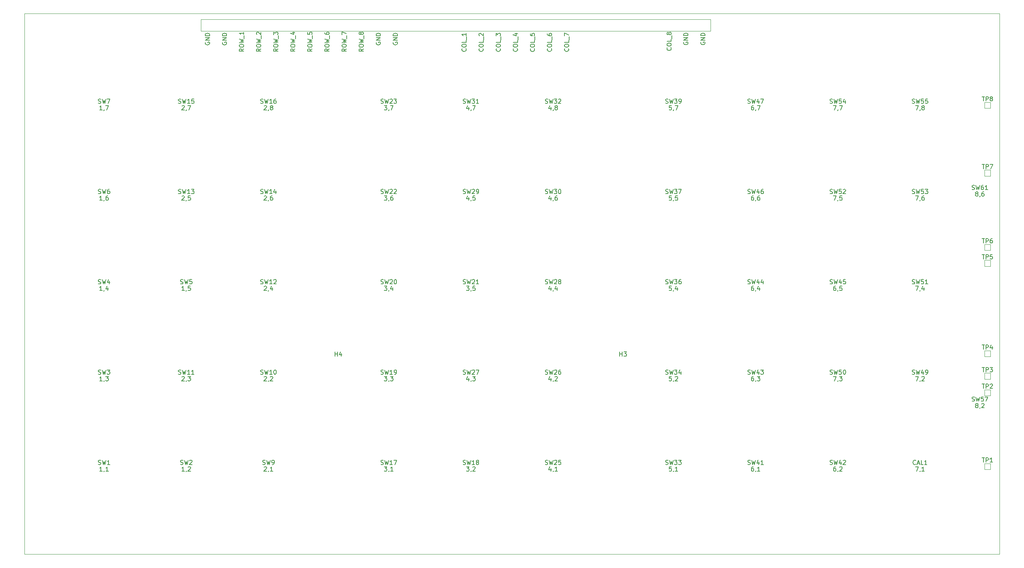
<source format=gbr>
%TF.GenerationSoftware,KiCad,Pcbnew,7.0.7*%
%TF.CreationDate,2023-10-28T12:22:14-07:00*%
%TF.ProjectId,MF50,4d463530-2e6b-4696-9361-645f70636258,rev?*%
%TF.SameCoordinates,Original*%
%TF.FileFunction,Legend,Top*%
%TF.FilePolarity,Positive*%
%FSLAX46Y46*%
G04 Gerber Fmt 4.6, Leading zero omitted, Abs format (unit mm)*
G04 Created by KiCad (PCBNEW 7.0.7) date 2023-10-28 12:22:14*
%MOMM*%
%LPD*%
G01*
G04 APERTURE LIST*
%ADD10C,0.150000*%
%ADD11C,0.120000*%
%TA.AperFunction,Profile*%
%ADD12C,0.100000*%
%TD*%
G04 APERTURE END LIST*
D10*
X398708095Y-70226819D02*
X399279523Y-70226819D01*
X398993809Y-71226819D02*
X398993809Y-70226819D01*
X399612857Y-71226819D02*
X399612857Y-70226819D01*
X399612857Y-70226819D02*
X399993809Y-70226819D01*
X399993809Y-70226819D02*
X400089047Y-70274438D01*
X400089047Y-70274438D02*
X400136666Y-70322057D01*
X400136666Y-70322057D02*
X400184285Y-70417295D01*
X400184285Y-70417295D02*
X400184285Y-70560152D01*
X400184285Y-70560152D02*
X400136666Y-70655390D01*
X400136666Y-70655390D02*
X400089047Y-70703009D01*
X400089047Y-70703009D02*
X399993809Y-70750628D01*
X399993809Y-70750628D02*
X399612857Y-70750628D01*
X400755714Y-70655390D02*
X400660476Y-70607771D01*
X400660476Y-70607771D02*
X400612857Y-70560152D01*
X400612857Y-70560152D02*
X400565238Y-70464914D01*
X400565238Y-70464914D02*
X400565238Y-70417295D01*
X400565238Y-70417295D02*
X400612857Y-70322057D01*
X400612857Y-70322057D02*
X400660476Y-70274438D01*
X400660476Y-70274438D02*
X400755714Y-70226819D01*
X400755714Y-70226819D02*
X400946190Y-70226819D01*
X400946190Y-70226819D02*
X401041428Y-70274438D01*
X401041428Y-70274438D02*
X401089047Y-70322057D01*
X401089047Y-70322057D02*
X401136666Y-70417295D01*
X401136666Y-70417295D02*
X401136666Y-70464914D01*
X401136666Y-70464914D02*
X401089047Y-70560152D01*
X401089047Y-70560152D02*
X401041428Y-70607771D01*
X401041428Y-70607771D02*
X400946190Y-70655390D01*
X400946190Y-70655390D02*
X400755714Y-70655390D01*
X400755714Y-70655390D02*
X400660476Y-70703009D01*
X400660476Y-70703009D02*
X400612857Y-70750628D01*
X400612857Y-70750628D02*
X400565238Y-70845866D01*
X400565238Y-70845866D02*
X400565238Y-71036342D01*
X400565238Y-71036342D02*
X400612857Y-71131580D01*
X400612857Y-71131580D02*
X400660476Y-71179200D01*
X400660476Y-71179200D02*
X400755714Y-71226819D01*
X400755714Y-71226819D02*
X400946190Y-71226819D01*
X400946190Y-71226819D02*
X401041428Y-71179200D01*
X401041428Y-71179200D02*
X401089047Y-71131580D01*
X401089047Y-71131580D02*
X401136666Y-71036342D01*
X401136666Y-71036342D02*
X401136666Y-70845866D01*
X401136666Y-70845866D02*
X401089047Y-70750628D01*
X401089047Y-70750628D02*
X401041428Y-70703009D01*
X401041428Y-70703009D02*
X400946190Y-70655390D01*
X193876667Y-113593200D02*
X194019524Y-113640819D01*
X194019524Y-113640819D02*
X194257619Y-113640819D01*
X194257619Y-113640819D02*
X194352857Y-113593200D01*
X194352857Y-113593200D02*
X194400476Y-113545580D01*
X194400476Y-113545580D02*
X194448095Y-113450342D01*
X194448095Y-113450342D02*
X194448095Y-113355104D01*
X194448095Y-113355104D02*
X194400476Y-113259866D01*
X194400476Y-113259866D02*
X194352857Y-113212247D01*
X194352857Y-113212247D02*
X194257619Y-113164628D01*
X194257619Y-113164628D02*
X194067143Y-113117009D01*
X194067143Y-113117009D02*
X193971905Y-113069390D01*
X193971905Y-113069390D02*
X193924286Y-113021771D01*
X193924286Y-113021771D02*
X193876667Y-112926533D01*
X193876667Y-112926533D02*
X193876667Y-112831295D01*
X193876667Y-112831295D02*
X193924286Y-112736057D01*
X193924286Y-112736057D02*
X193971905Y-112688438D01*
X193971905Y-112688438D02*
X194067143Y-112640819D01*
X194067143Y-112640819D02*
X194305238Y-112640819D01*
X194305238Y-112640819D02*
X194448095Y-112688438D01*
X194781429Y-112640819D02*
X195019524Y-113640819D01*
X195019524Y-113640819D02*
X195210000Y-112926533D01*
X195210000Y-112926533D02*
X195400476Y-113640819D01*
X195400476Y-113640819D02*
X195638572Y-112640819D01*
X196448095Y-112974152D02*
X196448095Y-113640819D01*
X196210000Y-112593200D02*
X195971905Y-113307485D01*
X195971905Y-113307485D02*
X196590952Y-113307485D01*
X194781428Y-115164819D02*
X194210000Y-115164819D01*
X194495714Y-115164819D02*
X194495714Y-114164819D01*
X194495714Y-114164819D02*
X194400476Y-114307676D01*
X194400476Y-114307676D02*
X194305238Y-114402914D01*
X194305238Y-114402914D02*
X194210000Y-114450533D01*
X195257619Y-115117200D02*
X195257619Y-115164819D01*
X195257619Y-115164819D02*
X195210000Y-115260057D01*
X195210000Y-115260057D02*
X195162381Y-115307676D01*
X196114761Y-114498152D02*
X196114761Y-115164819D01*
X195876666Y-114117200D02*
X195638571Y-114831485D01*
X195638571Y-114831485D02*
X196257618Y-114831485D01*
X398708095Y-106856819D02*
X399279523Y-106856819D01*
X398993809Y-107856819D02*
X398993809Y-106856819D01*
X399612857Y-107856819D02*
X399612857Y-106856819D01*
X399612857Y-106856819D02*
X399993809Y-106856819D01*
X399993809Y-106856819D02*
X400089047Y-106904438D01*
X400089047Y-106904438D02*
X400136666Y-106952057D01*
X400136666Y-106952057D02*
X400184285Y-107047295D01*
X400184285Y-107047295D02*
X400184285Y-107190152D01*
X400184285Y-107190152D02*
X400136666Y-107285390D01*
X400136666Y-107285390D02*
X400089047Y-107333009D01*
X400089047Y-107333009D02*
X399993809Y-107380628D01*
X399993809Y-107380628D02*
X399612857Y-107380628D01*
X401089047Y-106856819D02*
X400612857Y-106856819D01*
X400612857Y-106856819D02*
X400565238Y-107333009D01*
X400565238Y-107333009D02*
X400612857Y-107285390D01*
X400612857Y-107285390D02*
X400708095Y-107237771D01*
X400708095Y-107237771D02*
X400946190Y-107237771D01*
X400946190Y-107237771D02*
X401041428Y-107285390D01*
X401041428Y-107285390D02*
X401089047Y-107333009D01*
X401089047Y-107333009D02*
X401136666Y-107428247D01*
X401136666Y-107428247D02*
X401136666Y-107666342D01*
X401136666Y-107666342D02*
X401089047Y-107761580D01*
X401089047Y-107761580D02*
X401041428Y-107809200D01*
X401041428Y-107809200D02*
X400946190Y-107856819D01*
X400946190Y-107856819D02*
X400708095Y-107856819D01*
X400708095Y-107856819D02*
X400612857Y-107809200D01*
X400612857Y-107809200D02*
X400565238Y-107761580D01*
X396380476Y-140785200D02*
X396523333Y-140832819D01*
X396523333Y-140832819D02*
X396761428Y-140832819D01*
X396761428Y-140832819D02*
X396856666Y-140785200D01*
X396856666Y-140785200D02*
X396904285Y-140737580D01*
X396904285Y-140737580D02*
X396951904Y-140642342D01*
X396951904Y-140642342D02*
X396951904Y-140547104D01*
X396951904Y-140547104D02*
X396904285Y-140451866D01*
X396904285Y-140451866D02*
X396856666Y-140404247D01*
X396856666Y-140404247D02*
X396761428Y-140356628D01*
X396761428Y-140356628D02*
X396570952Y-140309009D01*
X396570952Y-140309009D02*
X396475714Y-140261390D01*
X396475714Y-140261390D02*
X396428095Y-140213771D01*
X396428095Y-140213771D02*
X396380476Y-140118533D01*
X396380476Y-140118533D02*
X396380476Y-140023295D01*
X396380476Y-140023295D02*
X396428095Y-139928057D01*
X396428095Y-139928057D02*
X396475714Y-139880438D01*
X396475714Y-139880438D02*
X396570952Y-139832819D01*
X396570952Y-139832819D02*
X396809047Y-139832819D01*
X396809047Y-139832819D02*
X396951904Y-139880438D01*
X397285238Y-139832819D02*
X397523333Y-140832819D01*
X397523333Y-140832819D02*
X397713809Y-140118533D01*
X397713809Y-140118533D02*
X397904285Y-140832819D01*
X397904285Y-140832819D02*
X398142381Y-139832819D01*
X398999523Y-139832819D02*
X398523333Y-139832819D01*
X398523333Y-139832819D02*
X398475714Y-140309009D01*
X398475714Y-140309009D02*
X398523333Y-140261390D01*
X398523333Y-140261390D02*
X398618571Y-140213771D01*
X398618571Y-140213771D02*
X398856666Y-140213771D01*
X398856666Y-140213771D02*
X398951904Y-140261390D01*
X398951904Y-140261390D02*
X398999523Y-140309009D01*
X398999523Y-140309009D02*
X399047142Y-140404247D01*
X399047142Y-140404247D02*
X399047142Y-140642342D01*
X399047142Y-140642342D02*
X398999523Y-140737580D01*
X398999523Y-140737580D02*
X398951904Y-140785200D01*
X398951904Y-140785200D02*
X398856666Y-140832819D01*
X398856666Y-140832819D02*
X398618571Y-140832819D01*
X398618571Y-140832819D02*
X398523333Y-140785200D01*
X398523333Y-140785200D02*
X398475714Y-140737580D01*
X399380476Y-139832819D02*
X400047142Y-139832819D01*
X400047142Y-139832819D02*
X399618571Y-140832819D01*
X397380476Y-141785390D02*
X397285238Y-141737771D01*
X397285238Y-141737771D02*
X397237619Y-141690152D01*
X397237619Y-141690152D02*
X397190000Y-141594914D01*
X397190000Y-141594914D02*
X397190000Y-141547295D01*
X397190000Y-141547295D02*
X397237619Y-141452057D01*
X397237619Y-141452057D02*
X397285238Y-141404438D01*
X397285238Y-141404438D02*
X397380476Y-141356819D01*
X397380476Y-141356819D02*
X397570952Y-141356819D01*
X397570952Y-141356819D02*
X397666190Y-141404438D01*
X397666190Y-141404438D02*
X397713809Y-141452057D01*
X397713809Y-141452057D02*
X397761428Y-141547295D01*
X397761428Y-141547295D02*
X397761428Y-141594914D01*
X397761428Y-141594914D02*
X397713809Y-141690152D01*
X397713809Y-141690152D02*
X397666190Y-141737771D01*
X397666190Y-141737771D02*
X397570952Y-141785390D01*
X397570952Y-141785390D02*
X397380476Y-141785390D01*
X397380476Y-141785390D02*
X397285238Y-141833009D01*
X397285238Y-141833009D02*
X397237619Y-141880628D01*
X397237619Y-141880628D02*
X397190000Y-141975866D01*
X397190000Y-141975866D02*
X397190000Y-142166342D01*
X397190000Y-142166342D02*
X397237619Y-142261580D01*
X397237619Y-142261580D02*
X397285238Y-142309200D01*
X397285238Y-142309200D02*
X397380476Y-142356819D01*
X397380476Y-142356819D02*
X397570952Y-142356819D01*
X397570952Y-142356819D02*
X397666190Y-142309200D01*
X397666190Y-142309200D02*
X397713809Y-142261580D01*
X397713809Y-142261580D02*
X397761428Y-142166342D01*
X397761428Y-142166342D02*
X397761428Y-141975866D01*
X397761428Y-141975866D02*
X397713809Y-141880628D01*
X397713809Y-141880628D02*
X397666190Y-141833009D01*
X397666190Y-141833009D02*
X397570952Y-141785390D01*
X398237619Y-142309200D02*
X398237619Y-142356819D01*
X398237619Y-142356819D02*
X398190000Y-142452057D01*
X398190000Y-142452057D02*
X398142381Y-142499676D01*
X398618571Y-141452057D02*
X398666190Y-141404438D01*
X398666190Y-141404438D02*
X398761428Y-141356819D01*
X398761428Y-141356819D02*
X398999523Y-141356819D01*
X398999523Y-141356819D02*
X399094761Y-141404438D01*
X399094761Y-141404438D02*
X399142380Y-141452057D01*
X399142380Y-141452057D02*
X399189999Y-141547295D01*
X399189999Y-141547295D02*
X399189999Y-141642533D01*
X399189999Y-141642533D02*
X399142380Y-141785390D01*
X399142380Y-141785390D02*
X398570952Y-142356819D01*
X398570952Y-142356819D02*
X399189999Y-142356819D01*
X259380476Y-113593200D02*
X259523333Y-113640819D01*
X259523333Y-113640819D02*
X259761428Y-113640819D01*
X259761428Y-113640819D02*
X259856666Y-113593200D01*
X259856666Y-113593200D02*
X259904285Y-113545580D01*
X259904285Y-113545580D02*
X259951904Y-113450342D01*
X259951904Y-113450342D02*
X259951904Y-113355104D01*
X259951904Y-113355104D02*
X259904285Y-113259866D01*
X259904285Y-113259866D02*
X259856666Y-113212247D01*
X259856666Y-113212247D02*
X259761428Y-113164628D01*
X259761428Y-113164628D02*
X259570952Y-113117009D01*
X259570952Y-113117009D02*
X259475714Y-113069390D01*
X259475714Y-113069390D02*
X259428095Y-113021771D01*
X259428095Y-113021771D02*
X259380476Y-112926533D01*
X259380476Y-112926533D02*
X259380476Y-112831295D01*
X259380476Y-112831295D02*
X259428095Y-112736057D01*
X259428095Y-112736057D02*
X259475714Y-112688438D01*
X259475714Y-112688438D02*
X259570952Y-112640819D01*
X259570952Y-112640819D02*
X259809047Y-112640819D01*
X259809047Y-112640819D02*
X259951904Y-112688438D01*
X260285238Y-112640819D02*
X260523333Y-113640819D01*
X260523333Y-113640819D02*
X260713809Y-112926533D01*
X260713809Y-112926533D02*
X260904285Y-113640819D01*
X260904285Y-113640819D02*
X261142381Y-112640819D01*
X261475714Y-112736057D02*
X261523333Y-112688438D01*
X261523333Y-112688438D02*
X261618571Y-112640819D01*
X261618571Y-112640819D02*
X261856666Y-112640819D01*
X261856666Y-112640819D02*
X261951904Y-112688438D01*
X261951904Y-112688438D02*
X261999523Y-112736057D01*
X261999523Y-112736057D02*
X262047142Y-112831295D01*
X262047142Y-112831295D02*
X262047142Y-112926533D01*
X262047142Y-112926533D02*
X261999523Y-113069390D01*
X261999523Y-113069390D02*
X261428095Y-113640819D01*
X261428095Y-113640819D02*
X262047142Y-113640819D01*
X262666190Y-112640819D02*
X262761428Y-112640819D01*
X262761428Y-112640819D02*
X262856666Y-112688438D01*
X262856666Y-112688438D02*
X262904285Y-112736057D01*
X262904285Y-112736057D02*
X262951904Y-112831295D01*
X262951904Y-112831295D02*
X262999523Y-113021771D01*
X262999523Y-113021771D02*
X262999523Y-113259866D01*
X262999523Y-113259866D02*
X262951904Y-113450342D01*
X262951904Y-113450342D02*
X262904285Y-113545580D01*
X262904285Y-113545580D02*
X262856666Y-113593200D01*
X262856666Y-113593200D02*
X262761428Y-113640819D01*
X262761428Y-113640819D02*
X262666190Y-113640819D01*
X262666190Y-113640819D02*
X262570952Y-113593200D01*
X262570952Y-113593200D02*
X262523333Y-113545580D01*
X262523333Y-113545580D02*
X262475714Y-113450342D01*
X262475714Y-113450342D02*
X262428095Y-113259866D01*
X262428095Y-113259866D02*
X262428095Y-113021771D01*
X262428095Y-113021771D02*
X262475714Y-112831295D01*
X262475714Y-112831295D02*
X262523333Y-112736057D01*
X262523333Y-112736057D02*
X262570952Y-112688438D01*
X262570952Y-112688438D02*
X262666190Y-112640819D01*
X260142381Y-114164819D02*
X260761428Y-114164819D01*
X260761428Y-114164819D02*
X260428095Y-114545771D01*
X260428095Y-114545771D02*
X260570952Y-114545771D01*
X260570952Y-114545771D02*
X260666190Y-114593390D01*
X260666190Y-114593390D02*
X260713809Y-114641009D01*
X260713809Y-114641009D02*
X260761428Y-114736247D01*
X260761428Y-114736247D02*
X260761428Y-114974342D01*
X260761428Y-114974342D02*
X260713809Y-115069580D01*
X260713809Y-115069580D02*
X260666190Y-115117200D01*
X260666190Y-115117200D02*
X260570952Y-115164819D01*
X260570952Y-115164819D02*
X260285238Y-115164819D01*
X260285238Y-115164819D02*
X260190000Y-115117200D01*
X260190000Y-115117200D02*
X260142381Y-115069580D01*
X261237619Y-115117200D02*
X261237619Y-115164819D01*
X261237619Y-115164819D02*
X261190000Y-115260057D01*
X261190000Y-115260057D02*
X261142381Y-115307676D01*
X262094761Y-114498152D02*
X262094761Y-115164819D01*
X261856666Y-114117200D02*
X261618571Y-114831485D01*
X261618571Y-114831485D02*
X262237618Y-114831485D01*
X231500476Y-134523200D02*
X231643333Y-134570819D01*
X231643333Y-134570819D02*
X231881428Y-134570819D01*
X231881428Y-134570819D02*
X231976666Y-134523200D01*
X231976666Y-134523200D02*
X232024285Y-134475580D01*
X232024285Y-134475580D02*
X232071904Y-134380342D01*
X232071904Y-134380342D02*
X232071904Y-134285104D01*
X232071904Y-134285104D02*
X232024285Y-134189866D01*
X232024285Y-134189866D02*
X231976666Y-134142247D01*
X231976666Y-134142247D02*
X231881428Y-134094628D01*
X231881428Y-134094628D02*
X231690952Y-134047009D01*
X231690952Y-134047009D02*
X231595714Y-133999390D01*
X231595714Y-133999390D02*
X231548095Y-133951771D01*
X231548095Y-133951771D02*
X231500476Y-133856533D01*
X231500476Y-133856533D02*
X231500476Y-133761295D01*
X231500476Y-133761295D02*
X231548095Y-133666057D01*
X231548095Y-133666057D02*
X231595714Y-133618438D01*
X231595714Y-133618438D02*
X231690952Y-133570819D01*
X231690952Y-133570819D02*
X231929047Y-133570819D01*
X231929047Y-133570819D02*
X232071904Y-133618438D01*
X232405238Y-133570819D02*
X232643333Y-134570819D01*
X232643333Y-134570819D02*
X232833809Y-133856533D01*
X232833809Y-133856533D02*
X233024285Y-134570819D01*
X233024285Y-134570819D02*
X233262381Y-133570819D01*
X234167142Y-134570819D02*
X233595714Y-134570819D01*
X233881428Y-134570819D02*
X233881428Y-133570819D01*
X233881428Y-133570819D02*
X233786190Y-133713676D01*
X233786190Y-133713676D02*
X233690952Y-133808914D01*
X233690952Y-133808914D02*
X233595714Y-133856533D01*
X234786190Y-133570819D02*
X234881428Y-133570819D01*
X234881428Y-133570819D02*
X234976666Y-133618438D01*
X234976666Y-133618438D02*
X235024285Y-133666057D01*
X235024285Y-133666057D02*
X235071904Y-133761295D01*
X235071904Y-133761295D02*
X235119523Y-133951771D01*
X235119523Y-133951771D02*
X235119523Y-134189866D01*
X235119523Y-134189866D02*
X235071904Y-134380342D01*
X235071904Y-134380342D02*
X235024285Y-134475580D01*
X235024285Y-134475580D02*
X234976666Y-134523200D01*
X234976666Y-134523200D02*
X234881428Y-134570819D01*
X234881428Y-134570819D02*
X234786190Y-134570819D01*
X234786190Y-134570819D02*
X234690952Y-134523200D01*
X234690952Y-134523200D02*
X234643333Y-134475580D01*
X234643333Y-134475580D02*
X234595714Y-134380342D01*
X234595714Y-134380342D02*
X234548095Y-134189866D01*
X234548095Y-134189866D02*
X234548095Y-133951771D01*
X234548095Y-133951771D02*
X234595714Y-133761295D01*
X234595714Y-133761295D02*
X234643333Y-133666057D01*
X234643333Y-133666057D02*
X234690952Y-133618438D01*
X234690952Y-133618438D02*
X234786190Y-133570819D01*
X232310000Y-135190057D02*
X232357619Y-135142438D01*
X232357619Y-135142438D02*
X232452857Y-135094819D01*
X232452857Y-135094819D02*
X232690952Y-135094819D01*
X232690952Y-135094819D02*
X232786190Y-135142438D01*
X232786190Y-135142438D02*
X232833809Y-135190057D01*
X232833809Y-135190057D02*
X232881428Y-135285295D01*
X232881428Y-135285295D02*
X232881428Y-135380533D01*
X232881428Y-135380533D02*
X232833809Y-135523390D01*
X232833809Y-135523390D02*
X232262381Y-136094819D01*
X232262381Y-136094819D02*
X232881428Y-136094819D01*
X233357619Y-136047200D02*
X233357619Y-136094819D01*
X233357619Y-136094819D02*
X233310000Y-136190057D01*
X233310000Y-136190057D02*
X233262381Y-136237676D01*
X233738571Y-135190057D02*
X233786190Y-135142438D01*
X233786190Y-135142438D02*
X233881428Y-135094819D01*
X233881428Y-135094819D02*
X234119523Y-135094819D01*
X234119523Y-135094819D02*
X234214761Y-135142438D01*
X234214761Y-135142438D02*
X234262380Y-135190057D01*
X234262380Y-135190057D02*
X234309999Y-135285295D01*
X234309999Y-135285295D02*
X234309999Y-135380533D01*
X234309999Y-135380533D02*
X234262380Y-135523390D01*
X234262380Y-135523390D02*
X233690952Y-136094819D01*
X233690952Y-136094819D02*
X234309999Y-136094819D01*
X278430476Y-134523200D02*
X278573333Y-134570819D01*
X278573333Y-134570819D02*
X278811428Y-134570819D01*
X278811428Y-134570819D02*
X278906666Y-134523200D01*
X278906666Y-134523200D02*
X278954285Y-134475580D01*
X278954285Y-134475580D02*
X279001904Y-134380342D01*
X279001904Y-134380342D02*
X279001904Y-134285104D01*
X279001904Y-134285104D02*
X278954285Y-134189866D01*
X278954285Y-134189866D02*
X278906666Y-134142247D01*
X278906666Y-134142247D02*
X278811428Y-134094628D01*
X278811428Y-134094628D02*
X278620952Y-134047009D01*
X278620952Y-134047009D02*
X278525714Y-133999390D01*
X278525714Y-133999390D02*
X278478095Y-133951771D01*
X278478095Y-133951771D02*
X278430476Y-133856533D01*
X278430476Y-133856533D02*
X278430476Y-133761295D01*
X278430476Y-133761295D02*
X278478095Y-133666057D01*
X278478095Y-133666057D02*
X278525714Y-133618438D01*
X278525714Y-133618438D02*
X278620952Y-133570819D01*
X278620952Y-133570819D02*
X278859047Y-133570819D01*
X278859047Y-133570819D02*
X279001904Y-133618438D01*
X279335238Y-133570819D02*
X279573333Y-134570819D01*
X279573333Y-134570819D02*
X279763809Y-133856533D01*
X279763809Y-133856533D02*
X279954285Y-134570819D01*
X279954285Y-134570819D02*
X280192381Y-133570819D01*
X280525714Y-133666057D02*
X280573333Y-133618438D01*
X280573333Y-133618438D02*
X280668571Y-133570819D01*
X280668571Y-133570819D02*
X280906666Y-133570819D01*
X280906666Y-133570819D02*
X281001904Y-133618438D01*
X281001904Y-133618438D02*
X281049523Y-133666057D01*
X281049523Y-133666057D02*
X281097142Y-133761295D01*
X281097142Y-133761295D02*
X281097142Y-133856533D01*
X281097142Y-133856533D02*
X281049523Y-133999390D01*
X281049523Y-133999390D02*
X280478095Y-134570819D01*
X280478095Y-134570819D02*
X281097142Y-134570819D01*
X281430476Y-133570819D02*
X282097142Y-133570819D01*
X282097142Y-133570819D02*
X281668571Y-134570819D01*
X279716190Y-135428152D02*
X279716190Y-136094819D01*
X279478095Y-135047200D02*
X279240000Y-135761485D01*
X279240000Y-135761485D02*
X279859047Y-135761485D01*
X280287619Y-136047200D02*
X280287619Y-136094819D01*
X280287619Y-136094819D02*
X280240000Y-136190057D01*
X280240000Y-136190057D02*
X280192381Y-136237676D01*
X280620952Y-135094819D02*
X281239999Y-135094819D01*
X281239999Y-135094819D02*
X280906666Y-135475771D01*
X280906666Y-135475771D02*
X281049523Y-135475771D01*
X281049523Y-135475771D02*
X281144761Y-135523390D01*
X281144761Y-135523390D02*
X281192380Y-135571009D01*
X281192380Y-135571009D02*
X281239999Y-135666247D01*
X281239999Y-135666247D02*
X281239999Y-135904342D01*
X281239999Y-135904342D02*
X281192380Y-135999580D01*
X281192380Y-135999580D02*
X281144761Y-136047200D01*
X281144761Y-136047200D02*
X281049523Y-136094819D01*
X281049523Y-136094819D02*
X280763809Y-136094819D01*
X280763809Y-136094819D02*
X280668571Y-136047200D01*
X280668571Y-136047200D02*
X280620952Y-135999580D01*
X193876667Y-71733200D02*
X194019524Y-71780819D01*
X194019524Y-71780819D02*
X194257619Y-71780819D01*
X194257619Y-71780819D02*
X194352857Y-71733200D01*
X194352857Y-71733200D02*
X194400476Y-71685580D01*
X194400476Y-71685580D02*
X194448095Y-71590342D01*
X194448095Y-71590342D02*
X194448095Y-71495104D01*
X194448095Y-71495104D02*
X194400476Y-71399866D01*
X194400476Y-71399866D02*
X194352857Y-71352247D01*
X194352857Y-71352247D02*
X194257619Y-71304628D01*
X194257619Y-71304628D02*
X194067143Y-71257009D01*
X194067143Y-71257009D02*
X193971905Y-71209390D01*
X193971905Y-71209390D02*
X193924286Y-71161771D01*
X193924286Y-71161771D02*
X193876667Y-71066533D01*
X193876667Y-71066533D02*
X193876667Y-70971295D01*
X193876667Y-70971295D02*
X193924286Y-70876057D01*
X193924286Y-70876057D02*
X193971905Y-70828438D01*
X193971905Y-70828438D02*
X194067143Y-70780819D01*
X194067143Y-70780819D02*
X194305238Y-70780819D01*
X194305238Y-70780819D02*
X194448095Y-70828438D01*
X194781429Y-70780819D02*
X195019524Y-71780819D01*
X195019524Y-71780819D02*
X195210000Y-71066533D01*
X195210000Y-71066533D02*
X195400476Y-71780819D01*
X195400476Y-71780819D02*
X195638572Y-70780819D01*
X195924286Y-70780819D02*
X196590952Y-70780819D01*
X196590952Y-70780819D02*
X196162381Y-71780819D01*
X194781428Y-73304819D02*
X194210000Y-73304819D01*
X194495714Y-73304819D02*
X194495714Y-72304819D01*
X194495714Y-72304819D02*
X194400476Y-72447676D01*
X194400476Y-72447676D02*
X194305238Y-72542914D01*
X194305238Y-72542914D02*
X194210000Y-72590533D01*
X195257619Y-73257200D02*
X195257619Y-73304819D01*
X195257619Y-73304819D02*
X195210000Y-73400057D01*
X195210000Y-73400057D02*
X195162381Y-73447676D01*
X195590952Y-72304819D02*
X196257618Y-72304819D01*
X196257618Y-72304819D02*
X195829047Y-73304819D01*
X231500476Y-92663200D02*
X231643333Y-92710819D01*
X231643333Y-92710819D02*
X231881428Y-92710819D01*
X231881428Y-92710819D02*
X231976666Y-92663200D01*
X231976666Y-92663200D02*
X232024285Y-92615580D01*
X232024285Y-92615580D02*
X232071904Y-92520342D01*
X232071904Y-92520342D02*
X232071904Y-92425104D01*
X232071904Y-92425104D02*
X232024285Y-92329866D01*
X232024285Y-92329866D02*
X231976666Y-92282247D01*
X231976666Y-92282247D02*
X231881428Y-92234628D01*
X231881428Y-92234628D02*
X231690952Y-92187009D01*
X231690952Y-92187009D02*
X231595714Y-92139390D01*
X231595714Y-92139390D02*
X231548095Y-92091771D01*
X231548095Y-92091771D02*
X231500476Y-91996533D01*
X231500476Y-91996533D02*
X231500476Y-91901295D01*
X231500476Y-91901295D02*
X231548095Y-91806057D01*
X231548095Y-91806057D02*
X231595714Y-91758438D01*
X231595714Y-91758438D02*
X231690952Y-91710819D01*
X231690952Y-91710819D02*
X231929047Y-91710819D01*
X231929047Y-91710819D02*
X232071904Y-91758438D01*
X232405238Y-91710819D02*
X232643333Y-92710819D01*
X232643333Y-92710819D02*
X232833809Y-91996533D01*
X232833809Y-91996533D02*
X233024285Y-92710819D01*
X233024285Y-92710819D02*
X233262381Y-91710819D01*
X234167142Y-92710819D02*
X233595714Y-92710819D01*
X233881428Y-92710819D02*
X233881428Y-91710819D01*
X233881428Y-91710819D02*
X233786190Y-91853676D01*
X233786190Y-91853676D02*
X233690952Y-91948914D01*
X233690952Y-91948914D02*
X233595714Y-91996533D01*
X235024285Y-92044152D02*
X235024285Y-92710819D01*
X234786190Y-91663200D02*
X234548095Y-92377485D01*
X234548095Y-92377485D02*
X235167142Y-92377485D01*
X232310000Y-93330057D02*
X232357619Y-93282438D01*
X232357619Y-93282438D02*
X232452857Y-93234819D01*
X232452857Y-93234819D02*
X232690952Y-93234819D01*
X232690952Y-93234819D02*
X232786190Y-93282438D01*
X232786190Y-93282438D02*
X232833809Y-93330057D01*
X232833809Y-93330057D02*
X232881428Y-93425295D01*
X232881428Y-93425295D02*
X232881428Y-93520533D01*
X232881428Y-93520533D02*
X232833809Y-93663390D01*
X232833809Y-93663390D02*
X232262381Y-94234819D01*
X232262381Y-94234819D02*
X232881428Y-94234819D01*
X233357619Y-94187200D02*
X233357619Y-94234819D01*
X233357619Y-94234819D02*
X233310000Y-94330057D01*
X233310000Y-94330057D02*
X233262381Y-94377676D01*
X234214761Y-93234819D02*
X234024285Y-93234819D01*
X234024285Y-93234819D02*
X233929047Y-93282438D01*
X233929047Y-93282438D02*
X233881428Y-93330057D01*
X233881428Y-93330057D02*
X233786190Y-93472914D01*
X233786190Y-93472914D02*
X233738571Y-93663390D01*
X233738571Y-93663390D02*
X233738571Y-94044342D01*
X233738571Y-94044342D02*
X233786190Y-94139580D01*
X233786190Y-94139580D02*
X233833809Y-94187200D01*
X233833809Y-94187200D02*
X233929047Y-94234819D01*
X233929047Y-94234819D02*
X234119523Y-94234819D01*
X234119523Y-94234819D02*
X234214761Y-94187200D01*
X234214761Y-94187200D02*
X234262380Y-94139580D01*
X234262380Y-94139580D02*
X234309999Y-94044342D01*
X234309999Y-94044342D02*
X234309999Y-93806247D01*
X234309999Y-93806247D02*
X234262380Y-93711009D01*
X234262380Y-93711009D02*
X234214761Y-93663390D01*
X234214761Y-93663390D02*
X234119523Y-93615771D01*
X234119523Y-93615771D02*
X233929047Y-93615771D01*
X233929047Y-93615771D02*
X233833809Y-93663390D01*
X233833809Y-93663390D02*
X233786190Y-93711009D01*
X233786190Y-93711009D02*
X233738571Y-93806247D01*
X382510476Y-134523200D02*
X382653333Y-134570819D01*
X382653333Y-134570819D02*
X382891428Y-134570819D01*
X382891428Y-134570819D02*
X382986666Y-134523200D01*
X382986666Y-134523200D02*
X383034285Y-134475580D01*
X383034285Y-134475580D02*
X383081904Y-134380342D01*
X383081904Y-134380342D02*
X383081904Y-134285104D01*
X383081904Y-134285104D02*
X383034285Y-134189866D01*
X383034285Y-134189866D02*
X382986666Y-134142247D01*
X382986666Y-134142247D02*
X382891428Y-134094628D01*
X382891428Y-134094628D02*
X382700952Y-134047009D01*
X382700952Y-134047009D02*
X382605714Y-133999390D01*
X382605714Y-133999390D02*
X382558095Y-133951771D01*
X382558095Y-133951771D02*
X382510476Y-133856533D01*
X382510476Y-133856533D02*
X382510476Y-133761295D01*
X382510476Y-133761295D02*
X382558095Y-133666057D01*
X382558095Y-133666057D02*
X382605714Y-133618438D01*
X382605714Y-133618438D02*
X382700952Y-133570819D01*
X382700952Y-133570819D02*
X382939047Y-133570819D01*
X382939047Y-133570819D02*
X383081904Y-133618438D01*
X383415238Y-133570819D02*
X383653333Y-134570819D01*
X383653333Y-134570819D02*
X383843809Y-133856533D01*
X383843809Y-133856533D02*
X384034285Y-134570819D01*
X384034285Y-134570819D02*
X384272381Y-133570819D01*
X385081904Y-133904152D02*
X385081904Y-134570819D01*
X384843809Y-133523200D02*
X384605714Y-134237485D01*
X384605714Y-134237485D02*
X385224761Y-134237485D01*
X385653333Y-134570819D02*
X385843809Y-134570819D01*
X385843809Y-134570819D02*
X385939047Y-134523200D01*
X385939047Y-134523200D02*
X385986666Y-134475580D01*
X385986666Y-134475580D02*
X386081904Y-134332723D01*
X386081904Y-134332723D02*
X386129523Y-134142247D01*
X386129523Y-134142247D02*
X386129523Y-133761295D01*
X386129523Y-133761295D02*
X386081904Y-133666057D01*
X386081904Y-133666057D02*
X386034285Y-133618438D01*
X386034285Y-133618438D02*
X385939047Y-133570819D01*
X385939047Y-133570819D02*
X385748571Y-133570819D01*
X385748571Y-133570819D02*
X385653333Y-133618438D01*
X385653333Y-133618438D02*
X385605714Y-133666057D01*
X385605714Y-133666057D02*
X385558095Y-133761295D01*
X385558095Y-133761295D02*
X385558095Y-133999390D01*
X385558095Y-133999390D02*
X385605714Y-134094628D01*
X385605714Y-134094628D02*
X385653333Y-134142247D01*
X385653333Y-134142247D02*
X385748571Y-134189866D01*
X385748571Y-134189866D02*
X385939047Y-134189866D01*
X385939047Y-134189866D02*
X386034285Y-134142247D01*
X386034285Y-134142247D02*
X386081904Y-134094628D01*
X386081904Y-134094628D02*
X386129523Y-133999390D01*
X383272381Y-135094819D02*
X383939047Y-135094819D01*
X383939047Y-135094819D02*
X383510476Y-136094819D01*
X384367619Y-136047200D02*
X384367619Y-136094819D01*
X384367619Y-136094819D02*
X384320000Y-136190057D01*
X384320000Y-136190057D02*
X384272381Y-136237676D01*
X384748571Y-135190057D02*
X384796190Y-135142438D01*
X384796190Y-135142438D02*
X384891428Y-135094819D01*
X384891428Y-135094819D02*
X385129523Y-135094819D01*
X385129523Y-135094819D02*
X385224761Y-135142438D01*
X385224761Y-135142438D02*
X385272380Y-135190057D01*
X385272380Y-135190057D02*
X385319999Y-135285295D01*
X385319999Y-135285295D02*
X385319999Y-135380533D01*
X385319999Y-135380533D02*
X385272380Y-135523390D01*
X385272380Y-135523390D02*
X384700952Y-136094819D01*
X384700952Y-136094819D02*
X385319999Y-136094819D01*
X193876667Y-155453200D02*
X194019524Y-155500819D01*
X194019524Y-155500819D02*
X194257619Y-155500819D01*
X194257619Y-155500819D02*
X194352857Y-155453200D01*
X194352857Y-155453200D02*
X194400476Y-155405580D01*
X194400476Y-155405580D02*
X194448095Y-155310342D01*
X194448095Y-155310342D02*
X194448095Y-155215104D01*
X194448095Y-155215104D02*
X194400476Y-155119866D01*
X194400476Y-155119866D02*
X194352857Y-155072247D01*
X194352857Y-155072247D02*
X194257619Y-155024628D01*
X194257619Y-155024628D02*
X194067143Y-154977009D01*
X194067143Y-154977009D02*
X193971905Y-154929390D01*
X193971905Y-154929390D02*
X193924286Y-154881771D01*
X193924286Y-154881771D02*
X193876667Y-154786533D01*
X193876667Y-154786533D02*
X193876667Y-154691295D01*
X193876667Y-154691295D02*
X193924286Y-154596057D01*
X193924286Y-154596057D02*
X193971905Y-154548438D01*
X193971905Y-154548438D02*
X194067143Y-154500819D01*
X194067143Y-154500819D02*
X194305238Y-154500819D01*
X194305238Y-154500819D02*
X194448095Y-154548438D01*
X194781429Y-154500819D02*
X195019524Y-155500819D01*
X195019524Y-155500819D02*
X195210000Y-154786533D01*
X195210000Y-154786533D02*
X195400476Y-155500819D01*
X195400476Y-155500819D02*
X195638572Y-154500819D01*
X196543333Y-155500819D02*
X195971905Y-155500819D01*
X196257619Y-155500819D02*
X196257619Y-154500819D01*
X196257619Y-154500819D02*
X196162381Y-154643676D01*
X196162381Y-154643676D02*
X196067143Y-154738914D01*
X196067143Y-154738914D02*
X195971905Y-154786533D01*
X194781428Y-157024819D02*
X194210000Y-157024819D01*
X194495714Y-157024819D02*
X194495714Y-156024819D01*
X194495714Y-156024819D02*
X194400476Y-156167676D01*
X194400476Y-156167676D02*
X194305238Y-156262914D01*
X194305238Y-156262914D02*
X194210000Y-156310533D01*
X195257619Y-156977200D02*
X195257619Y-157024819D01*
X195257619Y-157024819D02*
X195210000Y-157120057D01*
X195210000Y-157120057D02*
X195162381Y-157167676D01*
X196209999Y-157024819D02*
X195638571Y-157024819D01*
X195924285Y-157024819D02*
X195924285Y-156024819D01*
X195924285Y-156024819D02*
X195829047Y-156167676D01*
X195829047Y-156167676D02*
X195733809Y-156262914D01*
X195733809Y-156262914D02*
X195638571Y-156310533D01*
X259380476Y-155453200D02*
X259523333Y-155500819D01*
X259523333Y-155500819D02*
X259761428Y-155500819D01*
X259761428Y-155500819D02*
X259856666Y-155453200D01*
X259856666Y-155453200D02*
X259904285Y-155405580D01*
X259904285Y-155405580D02*
X259951904Y-155310342D01*
X259951904Y-155310342D02*
X259951904Y-155215104D01*
X259951904Y-155215104D02*
X259904285Y-155119866D01*
X259904285Y-155119866D02*
X259856666Y-155072247D01*
X259856666Y-155072247D02*
X259761428Y-155024628D01*
X259761428Y-155024628D02*
X259570952Y-154977009D01*
X259570952Y-154977009D02*
X259475714Y-154929390D01*
X259475714Y-154929390D02*
X259428095Y-154881771D01*
X259428095Y-154881771D02*
X259380476Y-154786533D01*
X259380476Y-154786533D02*
X259380476Y-154691295D01*
X259380476Y-154691295D02*
X259428095Y-154596057D01*
X259428095Y-154596057D02*
X259475714Y-154548438D01*
X259475714Y-154548438D02*
X259570952Y-154500819D01*
X259570952Y-154500819D02*
X259809047Y-154500819D01*
X259809047Y-154500819D02*
X259951904Y-154548438D01*
X260285238Y-154500819D02*
X260523333Y-155500819D01*
X260523333Y-155500819D02*
X260713809Y-154786533D01*
X260713809Y-154786533D02*
X260904285Y-155500819D01*
X260904285Y-155500819D02*
X261142381Y-154500819D01*
X262047142Y-155500819D02*
X261475714Y-155500819D01*
X261761428Y-155500819D02*
X261761428Y-154500819D01*
X261761428Y-154500819D02*
X261666190Y-154643676D01*
X261666190Y-154643676D02*
X261570952Y-154738914D01*
X261570952Y-154738914D02*
X261475714Y-154786533D01*
X262380476Y-154500819D02*
X263047142Y-154500819D01*
X263047142Y-154500819D02*
X262618571Y-155500819D01*
X260142381Y-156024819D02*
X260761428Y-156024819D01*
X260761428Y-156024819D02*
X260428095Y-156405771D01*
X260428095Y-156405771D02*
X260570952Y-156405771D01*
X260570952Y-156405771D02*
X260666190Y-156453390D01*
X260666190Y-156453390D02*
X260713809Y-156501009D01*
X260713809Y-156501009D02*
X260761428Y-156596247D01*
X260761428Y-156596247D02*
X260761428Y-156834342D01*
X260761428Y-156834342D02*
X260713809Y-156929580D01*
X260713809Y-156929580D02*
X260666190Y-156977200D01*
X260666190Y-156977200D02*
X260570952Y-157024819D01*
X260570952Y-157024819D02*
X260285238Y-157024819D01*
X260285238Y-157024819D02*
X260190000Y-156977200D01*
X260190000Y-156977200D02*
X260142381Y-156929580D01*
X261237619Y-156977200D02*
X261237619Y-157024819D01*
X261237619Y-157024819D02*
X261190000Y-157120057D01*
X261190000Y-157120057D02*
X261142381Y-157167676D01*
X262189999Y-157024819D02*
X261618571Y-157024819D01*
X261904285Y-157024819D02*
X261904285Y-156024819D01*
X261904285Y-156024819D02*
X261809047Y-156167676D01*
X261809047Y-156167676D02*
X261713809Y-156262914D01*
X261713809Y-156262914D02*
X261618571Y-156310533D01*
X212450476Y-71733200D02*
X212593333Y-71780819D01*
X212593333Y-71780819D02*
X212831428Y-71780819D01*
X212831428Y-71780819D02*
X212926666Y-71733200D01*
X212926666Y-71733200D02*
X212974285Y-71685580D01*
X212974285Y-71685580D02*
X213021904Y-71590342D01*
X213021904Y-71590342D02*
X213021904Y-71495104D01*
X213021904Y-71495104D02*
X212974285Y-71399866D01*
X212974285Y-71399866D02*
X212926666Y-71352247D01*
X212926666Y-71352247D02*
X212831428Y-71304628D01*
X212831428Y-71304628D02*
X212640952Y-71257009D01*
X212640952Y-71257009D02*
X212545714Y-71209390D01*
X212545714Y-71209390D02*
X212498095Y-71161771D01*
X212498095Y-71161771D02*
X212450476Y-71066533D01*
X212450476Y-71066533D02*
X212450476Y-70971295D01*
X212450476Y-70971295D02*
X212498095Y-70876057D01*
X212498095Y-70876057D02*
X212545714Y-70828438D01*
X212545714Y-70828438D02*
X212640952Y-70780819D01*
X212640952Y-70780819D02*
X212879047Y-70780819D01*
X212879047Y-70780819D02*
X213021904Y-70828438D01*
X213355238Y-70780819D02*
X213593333Y-71780819D01*
X213593333Y-71780819D02*
X213783809Y-71066533D01*
X213783809Y-71066533D02*
X213974285Y-71780819D01*
X213974285Y-71780819D02*
X214212381Y-70780819D01*
X215117142Y-71780819D02*
X214545714Y-71780819D01*
X214831428Y-71780819D02*
X214831428Y-70780819D01*
X214831428Y-70780819D02*
X214736190Y-70923676D01*
X214736190Y-70923676D02*
X214640952Y-71018914D01*
X214640952Y-71018914D02*
X214545714Y-71066533D01*
X216021904Y-70780819D02*
X215545714Y-70780819D01*
X215545714Y-70780819D02*
X215498095Y-71257009D01*
X215498095Y-71257009D02*
X215545714Y-71209390D01*
X215545714Y-71209390D02*
X215640952Y-71161771D01*
X215640952Y-71161771D02*
X215879047Y-71161771D01*
X215879047Y-71161771D02*
X215974285Y-71209390D01*
X215974285Y-71209390D02*
X216021904Y-71257009D01*
X216021904Y-71257009D02*
X216069523Y-71352247D01*
X216069523Y-71352247D02*
X216069523Y-71590342D01*
X216069523Y-71590342D02*
X216021904Y-71685580D01*
X216021904Y-71685580D02*
X215974285Y-71733200D01*
X215974285Y-71733200D02*
X215879047Y-71780819D01*
X215879047Y-71780819D02*
X215640952Y-71780819D01*
X215640952Y-71780819D02*
X215545714Y-71733200D01*
X215545714Y-71733200D02*
X215498095Y-71685580D01*
X213260000Y-72400057D02*
X213307619Y-72352438D01*
X213307619Y-72352438D02*
X213402857Y-72304819D01*
X213402857Y-72304819D02*
X213640952Y-72304819D01*
X213640952Y-72304819D02*
X213736190Y-72352438D01*
X213736190Y-72352438D02*
X213783809Y-72400057D01*
X213783809Y-72400057D02*
X213831428Y-72495295D01*
X213831428Y-72495295D02*
X213831428Y-72590533D01*
X213831428Y-72590533D02*
X213783809Y-72733390D01*
X213783809Y-72733390D02*
X213212381Y-73304819D01*
X213212381Y-73304819D02*
X213831428Y-73304819D01*
X214307619Y-73257200D02*
X214307619Y-73304819D01*
X214307619Y-73304819D02*
X214260000Y-73400057D01*
X214260000Y-73400057D02*
X214212381Y-73447676D01*
X214640952Y-72304819D02*
X215307618Y-72304819D01*
X215307618Y-72304819D02*
X214879047Y-73304819D01*
X383319999Y-155405580D02*
X383272380Y-155453200D01*
X383272380Y-155453200D02*
X383129523Y-155500819D01*
X383129523Y-155500819D02*
X383034285Y-155500819D01*
X383034285Y-155500819D02*
X382891428Y-155453200D01*
X382891428Y-155453200D02*
X382796190Y-155357961D01*
X382796190Y-155357961D02*
X382748571Y-155262723D01*
X382748571Y-155262723D02*
X382700952Y-155072247D01*
X382700952Y-155072247D02*
X382700952Y-154929390D01*
X382700952Y-154929390D02*
X382748571Y-154738914D01*
X382748571Y-154738914D02*
X382796190Y-154643676D01*
X382796190Y-154643676D02*
X382891428Y-154548438D01*
X382891428Y-154548438D02*
X383034285Y-154500819D01*
X383034285Y-154500819D02*
X383129523Y-154500819D01*
X383129523Y-154500819D02*
X383272380Y-154548438D01*
X383272380Y-154548438D02*
X383319999Y-154596057D01*
X383700952Y-155215104D02*
X384177142Y-155215104D01*
X383605714Y-155500819D02*
X383939047Y-154500819D01*
X383939047Y-154500819D02*
X384272380Y-155500819D01*
X385081904Y-155500819D02*
X384605714Y-155500819D01*
X384605714Y-155500819D02*
X384605714Y-154500819D01*
X385939047Y-155500819D02*
X385367619Y-155500819D01*
X385653333Y-155500819D02*
X385653333Y-154500819D01*
X385653333Y-154500819D02*
X385558095Y-154643676D01*
X385558095Y-154643676D02*
X385462857Y-154738914D01*
X385462857Y-154738914D02*
X385367619Y-154786533D01*
X383272381Y-156024819D02*
X383939047Y-156024819D01*
X383939047Y-156024819D02*
X383510476Y-157024819D01*
X384367619Y-156977200D02*
X384367619Y-157024819D01*
X384367619Y-157024819D02*
X384320000Y-157120057D01*
X384320000Y-157120057D02*
X384272381Y-157167676D01*
X385319999Y-157024819D02*
X384748571Y-157024819D01*
X385034285Y-157024819D02*
X385034285Y-156024819D01*
X385034285Y-156024819D02*
X384939047Y-156167676D01*
X384939047Y-156167676D02*
X384843809Y-156262914D01*
X384843809Y-156262914D02*
X384748571Y-156310533D01*
X363460476Y-92663200D02*
X363603333Y-92710819D01*
X363603333Y-92710819D02*
X363841428Y-92710819D01*
X363841428Y-92710819D02*
X363936666Y-92663200D01*
X363936666Y-92663200D02*
X363984285Y-92615580D01*
X363984285Y-92615580D02*
X364031904Y-92520342D01*
X364031904Y-92520342D02*
X364031904Y-92425104D01*
X364031904Y-92425104D02*
X363984285Y-92329866D01*
X363984285Y-92329866D02*
X363936666Y-92282247D01*
X363936666Y-92282247D02*
X363841428Y-92234628D01*
X363841428Y-92234628D02*
X363650952Y-92187009D01*
X363650952Y-92187009D02*
X363555714Y-92139390D01*
X363555714Y-92139390D02*
X363508095Y-92091771D01*
X363508095Y-92091771D02*
X363460476Y-91996533D01*
X363460476Y-91996533D02*
X363460476Y-91901295D01*
X363460476Y-91901295D02*
X363508095Y-91806057D01*
X363508095Y-91806057D02*
X363555714Y-91758438D01*
X363555714Y-91758438D02*
X363650952Y-91710819D01*
X363650952Y-91710819D02*
X363889047Y-91710819D01*
X363889047Y-91710819D02*
X364031904Y-91758438D01*
X364365238Y-91710819D02*
X364603333Y-92710819D01*
X364603333Y-92710819D02*
X364793809Y-91996533D01*
X364793809Y-91996533D02*
X364984285Y-92710819D01*
X364984285Y-92710819D02*
X365222381Y-91710819D01*
X366079523Y-91710819D02*
X365603333Y-91710819D01*
X365603333Y-91710819D02*
X365555714Y-92187009D01*
X365555714Y-92187009D02*
X365603333Y-92139390D01*
X365603333Y-92139390D02*
X365698571Y-92091771D01*
X365698571Y-92091771D02*
X365936666Y-92091771D01*
X365936666Y-92091771D02*
X366031904Y-92139390D01*
X366031904Y-92139390D02*
X366079523Y-92187009D01*
X366079523Y-92187009D02*
X366127142Y-92282247D01*
X366127142Y-92282247D02*
X366127142Y-92520342D01*
X366127142Y-92520342D02*
X366079523Y-92615580D01*
X366079523Y-92615580D02*
X366031904Y-92663200D01*
X366031904Y-92663200D02*
X365936666Y-92710819D01*
X365936666Y-92710819D02*
X365698571Y-92710819D01*
X365698571Y-92710819D02*
X365603333Y-92663200D01*
X365603333Y-92663200D02*
X365555714Y-92615580D01*
X366508095Y-91806057D02*
X366555714Y-91758438D01*
X366555714Y-91758438D02*
X366650952Y-91710819D01*
X366650952Y-91710819D02*
X366889047Y-91710819D01*
X366889047Y-91710819D02*
X366984285Y-91758438D01*
X366984285Y-91758438D02*
X367031904Y-91806057D01*
X367031904Y-91806057D02*
X367079523Y-91901295D01*
X367079523Y-91901295D02*
X367079523Y-91996533D01*
X367079523Y-91996533D02*
X367031904Y-92139390D01*
X367031904Y-92139390D02*
X366460476Y-92710819D01*
X366460476Y-92710819D02*
X367079523Y-92710819D01*
X364222381Y-93234819D02*
X364889047Y-93234819D01*
X364889047Y-93234819D02*
X364460476Y-94234819D01*
X365317619Y-94187200D02*
X365317619Y-94234819D01*
X365317619Y-94234819D02*
X365270000Y-94330057D01*
X365270000Y-94330057D02*
X365222381Y-94377676D01*
X366222380Y-93234819D02*
X365746190Y-93234819D01*
X365746190Y-93234819D02*
X365698571Y-93711009D01*
X365698571Y-93711009D02*
X365746190Y-93663390D01*
X365746190Y-93663390D02*
X365841428Y-93615771D01*
X365841428Y-93615771D02*
X366079523Y-93615771D01*
X366079523Y-93615771D02*
X366174761Y-93663390D01*
X366174761Y-93663390D02*
X366222380Y-93711009D01*
X366222380Y-93711009D02*
X366269999Y-93806247D01*
X366269999Y-93806247D02*
X366269999Y-94044342D01*
X366269999Y-94044342D02*
X366222380Y-94139580D01*
X366222380Y-94139580D02*
X366174761Y-94187200D01*
X366174761Y-94187200D02*
X366079523Y-94234819D01*
X366079523Y-94234819D02*
X365841428Y-94234819D01*
X365841428Y-94234819D02*
X365746190Y-94187200D01*
X365746190Y-94187200D02*
X365698571Y-94139580D01*
X344410476Y-155453200D02*
X344553333Y-155500819D01*
X344553333Y-155500819D02*
X344791428Y-155500819D01*
X344791428Y-155500819D02*
X344886666Y-155453200D01*
X344886666Y-155453200D02*
X344934285Y-155405580D01*
X344934285Y-155405580D02*
X344981904Y-155310342D01*
X344981904Y-155310342D02*
X344981904Y-155215104D01*
X344981904Y-155215104D02*
X344934285Y-155119866D01*
X344934285Y-155119866D02*
X344886666Y-155072247D01*
X344886666Y-155072247D02*
X344791428Y-155024628D01*
X344791428Y-155024628D02*
X344600952Y-154977009D01*
X344600952Y-154977009D02*
X344505714Y-154929390D01*
X344505714Y-154929390D02*
X344458095Y-154881771D01*
X344458095Y-154881771D02*
X344410476Y-154786533D01*
X344410476Y-154786533D02*
X344410476Y-154691295D01*
X344410476Y-154691295D02*
X344458095Y-154596057D01*
X344458095Y-154596057D02*
X344505714Y-154548438D01*
X344505714Y-154548438D02*
X344600952Y-154500819D01*
X344600952Y-154500819D02*
X344839047Y-154500819D01*
X344839047Y-154500819D02*
X344981904Y-154548438D01*
X345315238Y-154500819D02*
X345553333Y-155500819D01*
X345553333Y-155500819D02*
X345743809Y-154786533D01*
X345743809Y-154786533D02*
X345934285Y-155500819D01*
X345934285Y-155500819D02*
X346172381Y-154500819D01*
X346981904Y-154834152D02*
X346981904Y-155500819D01*
X346743809Y-154453200D02*
X346505714Y-155167485D01*
X346505714Y-155167485D02*
X347124761Y-155167485D01*
X348029523Y-155500819D02*
X347458095Y-155500819D01*
X347743809Y-155500819D02*
X347743809Y-154500819D01*
X347743809Y-154500819D02*
X347648571Y-154643676D01*
X347648571Y-154643676D02*
X347553333Y-154738914D01*
X347553333Y-154738914D02*
X347458095Y-154786533D01*
X345696190Y-156024819D02*
X345505714Y-156024819D01*
X345505714Y-156024819D02*
X345410476Y-156072438D01*
X345410476Y-156072438D02*
X345362857Y-156120057D01*
X345362857Y-156120057D02*
X345267619Y-156262914D01*
X345267619Y-156262914D02*
X345220000Y-156453390D01*
X345220000Y-156453390D02*
X345220000Y-156834342D01*
X345220000Y-156834342D02*
X345267619Y-156929580D01*
X345267619Y-156929580D02*
X345315238Y-156977200D01*
X345315238Y-156977200D02*
X345410476Y-157024819D01*
X345410476Y-157024819D02*
X345600952Y-157024819D01*
X345600952Y-157024819D02*
X345696190Y-156977200D01*
X345696190Y-156977200D02*
X345743809Y-156929580D01*
X345743809Y-156929580D02*
X345791428Y-156834342D01*
X345791428Y-156834342D02*
X345791428Y-156596247D01*
X345791428Y-156596247D02*
X345743809Y-156501009D01*
X345743809Y-156501009D02*
X345696190Y-156453390D01*
X345696190Y-156453390D02*
X345600952Y-156405771D01*
X345600952Y-156405771D02*
X345410476Y-156405771D01*
X345410476Y-156405771D02*
X345315238Y-156453390D01*
X345315238Y-156453390D02*
X345267619Y-156501009D01*
X345267619Y-156501009D02*
X345220000Y-156596247D01*
X346267619Y-156977200D02*
X346267619Y-157024819D01*
X346267619Y-157024819D02*
X346220000Y-157120057D01*
X346220000Y-157120057D02*
X346172381Y-157167676D01*
X347219999Y-157024819D02*
X346648571Y-157024819D01*
X346934285Y-157024819D02*
X346934285Y-156024819D01*
X346934285Y-156024819D02*
X346839047Y-156167676D01*
X346839047Y-156167676D02*
X346743809Y-156262914D01*
X346743809Y-156262914D02*
X346648571Y-156310533D01*
X193876667Y-92663200D02*
X194019524Y-92710819D01*
X194019524Y-92710819D02*
X194257619Y-92710819D01*
X194257619Y-92710819D02*
X194352857Y-92663200D01*
X194352857Y-92663200D02*
X194400476Y-92615580D01*
X194400476Y-92615580D02*
X194448095Y-92520342D01*
X194448095Y-92520342D02*
X194448095Y-92425104D01*
X194448095Y-92425104D02*
X194400476Y-92329866D01*
X194400476Y-92329866D02*
X194352857Y-92282247D01*
X194352857Y-92282247D02*
X194257619Y-92234628D01*
X194257619Y-92234628D02*
X194067143Y-92187009D01*
X194067143Y-92187009D02*
X193971905Y-92139390D01*
X193971905Y-92139390D02*
X193924286Y-92091771D01*
X193924286Y-92091771D02*
X193876667Y-91996533D01*
X193876667Y-91996533D02*
X193876667Y-91901295D01*
X193876667Y-91901295D02*
X193924286Y-91806057D01*
X193924286Y-91806057D02*
X193971905Y-91758438D01*
X193971905Y-91758438D02*
X194067143Y-91710819D01*
X194067143Y-91710819D02*
X194305238Y-91710819D01*
X194305238Y-91710819D02*
X194448095Y-91758438D01*
X194781429Y-91710819D02*
X195019524Y-92710819D01*
X195019524Y-92710819D02*
X195210000Y-91996533D01*
X195210000Y-91996533D02*
X195400476Y-92710819D01*
X195400476Y-92710819D02*
X195638572Y-91710819D01*
X196448095Y-91710819D02*
X196257619Y-91710819D01*
X196257619Y-91710819D02*
X196162381Y-91758438D01*
X196162381Y-91758438D02*
X196114762Y-91806057D01*
X196114762Y-91806057D02*
X196019524Y-91948914D01*
X196019524Y-91948914D02*
X195971905Y-92139390D01*
X195971905Y-92139390D02*
X195971905Y-92520342D01*
X195971905Y-92520342D02*
X196019524Y-92615580D01*
X196019524Y-92615580D02*
X196067143Y-92663200D01*
X196067143Y-92663200D02*
X196162381Y-92710819D01*
X196162381Y-92710819D02*
X196352857Y-92710819D01*
X196352857Y-92710819D02*
X196448095Y-92663200D01*
X196448095Y-92663200D02*
X196495714Y-92615580D01*
X196495714Y-92615580D02*
X196543333Y-92520342D01*
X196543333Y-92520342D02*
X196543333Y-92282247D01*
X196543333Y-92282247D02*
X196495714Y-92187009D01*
X196495714Y-92187009D02*
X196448095Y-92139390D01*
X196448095Y-92139390D02*
X196352857Y-92091771D01*
X196352857Y-92091771D02*
X196162381Y-92091771D01*
X196162381Y-92091771D02*
X196067143Y-92139390D01*
X196067143Y-92139390D02*
X196019524Y-92187009D01*
X196019524Y-92187009D02*
X195971905Y-92282247D01*
X194781428Y-94234819D02*
X194210000Y-94234819D01*
X194495714Y-94234819D02*
X194495714Y-93234819D01*
X194495714Y-93234819D02*
X194400476Y-93377676D01*
X194400476Y-93377676D02*
X194305238Y-93472914D01*
X194305238Y-93472914D02*
X194210000Y-93520533D01*
X195257619Y-94187200D02*
X195257619Y-94234819D01*
X195257619Y-94234819D02*
X195210000Y-94330057D01*
X195210000Y-94330057D02*
X195162381Y-94377676D01*
X196114761Y-93234819D02*
X195924285Y-93234819D01*
X195924285Y-93234819D02*
X195829047Y-93282438D01*
X195829047Y-93282438D02*
X195781428Y-93330057D01*
X195781428Y-93330057D02*
X195686190Y-93472914D01*
X195686190Y-93472914D02*
X195638571Y-93663390D01*
X195638571Y-93663390D02*
X195638571Y-94044342D01*
X195638571Y-94044342D02*
X195686190Y-94139580D01*
X195686190Y-94139580D02*
X195733809Y-94187200D01*
X195733809Y-94187200D02*
X195829047Y-94234819D01*
X195829047Y-94234819D02*
X196019523Y-94234819D01*
X196019523Y-94234819D02*
X196114761Y-94187200D01*
X196114761Y-94187200D02*
X196162380Y-94139580D01*
X196162380Y-94139580D02*
X196209999Y-94044342D01*
X196209999Y-94044342D02*
X196209999Y-93806247D01*
X196209999Y-93806247D02*
X196162380Y-93711009D01*
X196162380Y-93711009D02*
X196114761Y-93663390D01*
X196114761Y-93663390D02*
X196019523Y-93615771D01*
X196019523Y-93615771D02*
X195829047Y-93615771D01*
X195829047Y-93615771D02*
X195733809Y-93663390D01*
X195733809Y-93663390D02*
X195686190Y-93711009D01*
X195686190Y-93711009D02*
X195638571Y-93806247D01*
X344410476Y-71733200D02*
X344553333Y-71780819D01*
X344553333Y-71780819D02*
X344791428Y-71780819D01*
X344791428Y-71780819D02*
X344886666Y-71733200D01*
X344886666Y-71733200D02*
X344934285Y-71685580D01*
X344934285Y-71685580D02*
X344981904Y-71590342D01*
X344981904Y-71590342D02*
X344981904Y-71495104D01*
X344981904Y-71495104D02*
X344934285Y-71399866D01*
X344934285Y-71399866D02*
X344886666Y-71352247D01*
X344886666Y-71352247D02*
X344791428Y-71304628D01*
X344791428Y-71304628D02*
X344600952Y-71257009D01*
X344600952Y-71257009D02*
X344505714Y-71209390D01*
X344505714Y-71209390D02*
X344458095Y-71161771D01*
X344458095Y-71161771D02*
X344410476Y-71066533D01*
X344410476Y-71066533D02*
X344410476Y-70971295D01*
X344410476Y-70971295D02*
X344458095Y-70876057D01*
X344458095Y-70876057D02*
X344505714Y-70828438D01*
X344505714Y-70828438D02*
X344600952Y-70780819D01*
X344600952Y-70780819D02*
X344839047Y-70780819D01*
X344839047Y-70780819D02*
X344981904Y-70828438D01*
X345315238Y-70780819D02*
X345553333Y-71780819D01*
X345553333Y-71780819D02*
X345743809Y-71066533D01*
X345743809Y-71066533D02*
X345934285Y-71780819D01*
X345934285Y-71780819D02*
X346172381Y-70780819D01*
X346981904Y-71114152D02*
X346981904Y-71780819D01*
X346743809Y-70733200D02*
X346505714Y-71447485D01*
X346505714Y-71447485D02*
X347124761Y-71447485D01*
X347410476Y-70780819D02*
X348077142Y-70780819D01*
X348077142Y-70780819D02*
X347648571Y-71780819D01*
X345696190Y-72304819D02*
X345505714Y-72304819D01*
X345505714Y-72304819D02*
X345410476Y-72352438D01*
X345410476Y-72352438D02*
X345362857Y-72400057D01*
X345362857Y-72400057D02*
X345267619Y-72542914D01*
X345267619Y-72542914D02*
X345220000Y-72733390D01*
X345220000Y-72733390D02*
X345220000Y-73114342D01*
X345220000Y-73114342D02*
X345267619Y-73209580D01*
X345267619Y-73209580D02*
X345315238Y-73257200D01*
X345315238Y-73257200D02*
X345410476Y-73304819D01*
X345410476Y-73304819D02*
X345600952Y-73304819D01*
X345600952Y-73304819D02*
X345696190Y-73257200D01*
X345696190Y-73257200D02*
X345743809Y-73209580D01*
X345743809Y-73209580D02*
X345791428Y-73114342D01*
X345791428Y-73114342D02*
X345791428Y-72876247D01*
X345791428Y-72876247D02*
X345743809Y-72781009D01*
X345743809Y-72781009D02*
X345696190Y-72733390D01*
X345696190Y-72733390D02*
X345600952Y-72685771D01*
X345600952Y-72685771D02*
X345410476Y-72685771D01*
X345410476Y-72685771D02*
X345315238Y-72733390D01*
X345315238Y-72733390D02*
X345267619Y-72781009D01*
X345267619Y-72781009D02*
X345220000Y-72876247D01*
X346267619Y-73257200D02*
X346267619Y-73304819D01*
X346267619Y-73304819D02*
X346220000Y-73400057D01*
X346220000Y-73400057D02*
X346172381Y-73447676D01*
X346600952Y-72304819D02*
X347267618Y-72304819D01*
X347267618Y-72304819D02*
X346839047Y-73304819D01*
X193876667Y-134523200D02*
X194019524Y-134570819D01*
X194019524Y-134570819D02*
X194257619Y-134570819D01*
X194257619Y-134570819D02*
X194352857Y-134523200D01*
X194352857Y-134523200D02*
X194400476Y-134475580D01*
X194400476Y-134475580D02*
X194448095Y-134380342D01*
X194448095Y-134380342D02*
X194448095Y-134285104D01*
X194448095Y-134285104D02*
X194400476Y-134189866D01*
X194400476Y-134189866D02*
X194352857Y-134142247D01*
X194352857Y-134142247D02*
X194257619Y-134094628D01*
X194257619Y-134094628D02*
X194067143Y-134047009D01*
X194067143Y-134047009D02*
X193971905Y-133999390D01*
X193971905Y-133999390D02*
X193924286Y-133951771D01*
X193924286Y-133951771D02*
X193876667Y-133856533D01*
X193876667Y-133856533D02*
X193876667Y-133761295D01*
X193876667Y-133761295D02*
X193924286Y-133666057D01*
X193924286Y-133666057D02*
X193971905Y-133618438D01*
X193971905Y-133618438D02*
X194067143Y-133570819D01*
X194067143Y-133570819D02*
X194305238Y-133570819D01*
X194305238Y-133570819D02*
X194448095Y-133618438D01*
X194781429Y-133570819D02*
X195019524Y-134570819D01*
X195019524Y-134570819D02*
X195210000Y-133856533D01*
X195210000Y-133856533D02*
X195400476Y-134570819D01*
X195400476Y-134570819D02*
X195638572Y-133570819D01*
X195924286Y-133570819D02*
X196543333Y-133570819D01*
X196543333Y-133570819D02*
X196210000Y-133951771D01*
X196210000Y-133951771D02*
X196352857Y-133951771D01*
X196352857Y-133951771D02*
X196448095Y-133999390D01*
X196448095Y-133999390D02*
X196495714Y-134047009D01*
X196495714Y-134047009D02*
X196543333Y-134142247D01*
X196543333Y-134142247D02*
X196543333Y-134380342D01*
X196543333Y-134380342D02*
X196495714Y-134475580D01*
X196495714Y-134475580D02*
X196448095Y-134523200D01*
X196448095Y-134523200D02*
X196352857Y-134570819D01*
X196352857Y-134570819D02*
X196067143Y-134570819D01*
X196067143Y-134570819D02*
X195971905Y-134523200D01*
X195971905Y-134523200D02*
X195924286Y-134475580D01*
X194781428Y-136094819D02*
X194210000Y-136094819D01*
X194495714Y-136094819D02*
X194495714Y-135094819D01*
X194495714Y-135094819D02*
X194400476Y-135237676D01*
X194400476Y-135237676D02*
X194305238Y-135332914D01*
X194305238Y-135332914D02*
X194210000Y-135380533D01*
X195257619Y-136047200D02*
X195257619Y-136094819D01*
X195257619Y-136094819D02*
X195210000Y-136190057D01*
X195210000Y-136190057D02*
X195162381Y-136237676D01*
X195590952Y-135094819D02*
X196209999Y-135094819D01*
X196209999Y-135094819D02*
X195876666Y-135475771D01*
X195876666Y-135475771D02*
X196019523Y-135475771D01*
X196019523Y-135475771D02*
X196114761Y-135523390D01*
X196114761Y-135523390D02*
X196162380Y-135571009D01*
X196162380Y-135571009D02*
X196209999Y-135666247D01*
X196209999Y-135666247D02*
X196209999Y-135904342D01*
X196209999Y-135904342D02*
X196162380Y-135999580D01*
X196162380Y-135999580D02*
X196114761Y-136047200D01*
X196114761Y-136047200D02*
X196019523Y-136094819D01*
X196019523Y-136094819D02*
X195733809Y-136094819D01*
X195733809Y-136094819D02*
X195638571Y-136047200D01*
X195638571Y-136047200D02*
X195590952Y-135999580D01*
X278430476Y-92663200D02*
X278573333Y-92710819D01*
X278573333Y-92710819D02*
X278811428Y-92710819D01*
X278811428Y-92710819D02*
X278906666Y-92663200D01*
X278906666Y-92663200D02*
X278954285Y-92615580D01*
X278954285Y-92615580D02*
X279001904Y-92520342D01*
X279001904Y-92520342D02*
X279001904Y-92425104D01*
X279001904Y-92425104D02*
X278954285Y-92329866D01*
X278954285Y-92329866D02*
X278906666Y-92282247D01*
X278906666Y-92282247D02*
X278811428Y-92234628D01*
X278811428Y-92234628D02*
X278620952Y-92187009D01*
X278620952Y-92187009D02*
X278525714Y-92139390D01*
X278525714Y-92139390D02*
X278478095Y-92091771D01*
X278478095Y-92091771D02*
X278430476Y-91996533D01*
X278430476Y-91996533D02*
X278430476Y-91901295D01*
X278430476Y-91901295D02*
X278478095Y-91806057D01*
X278478095Y-91806057D02*
X278525714Y-91758438D01*
X278525714Y-91758438D02*
X278620952Y-91710819D01*
X278620952Y-91710819D02*
X278859047Y-91710819D01*
X278859047Y-91710819D02*
X279001904Y-91758438D01*
X279335238Y-91710819D02*
X279573333Y-92710819D01*
X279573333Y-92710819D02*
X279763809Y-91996533D01*
X279763809Y-91996533D02*
X279954285Y-92710819D01*
X279954285Y-92710819D02*
X280192381Y-91710819D01*
X280525714Y-91806057D02*
X280573333Y-91758438D01*
X280573333Y-91758438D02*
X280668571Y-91710819D01*
X280668571Y-91710819D02*
X280906666Y-91710819D01*
X280906666Y-91710819D02*
X281001904Y-91758438D01*
X281001904Y-91758438D02*
X281049523Y-91806057D01*
X281049523Y-91806057D02*
X281097142Y-91901295D01*
X281097142Y-91901295D02*
X281097142Y-91996533D01*
X281097142Y-91996533D02*
X281049523Y-92139390D01*
X281049523Y-92139390D02*
X280478095Y-92710819D01*
X280478095Y-92710819D02*
X281097142Y-92710819D01*
X281573333Y-92710819D02*
X281763809Y-92710819D01*
X281763809Y-92710819D02*
X281859047Y-92663200D01*
X281859047Y-92663200D02*
X281906666Y-92615580D01*
X281906666Y-92615580D02*
X282001904Y-92472723D01*
X282001904Y-92472723D02*
X282049523Y-92282247D01*
X282049523Y-92282247D02*
X282049523Y-91901295D01*
X282049523Y-91901295D02*
X282001904Y-91806057D01*
X282001904Y-91806057D02*
X281954285Y-91758438D01*
X281954285Y-91758438D02*
X281859047Y-91710819D01*
X281859047Y-91710819D02*
X281668571Y-91710819D01*
X281668571Y-91710819D02*
X281573333Y-91758438D01*
X281573333Y-91758438D02*
X281525714Y-91806057D01*
X281525714Y-91806057D02*
X281478095Y-91901295D01*
X281478095Y-91901295D02*
X281478095Y-92139390D01*
X281478095Y-92139390D02*
X281525714Y-92234628D01*
X281525714Y-92234628D02*
X281573333Y-92282247D01*
X281573333Y-92282247D02*
X281668571Y-92329866D01*
X281668571Y-92329866D02*
X281859047Y-92329866D01*
X281859047Y-92329866D02*
X281954285Y-92282247D01*
X281954285Y-92282247D02*
X282001904Y-92234628D01*
X282001904Y-92234628D02*
X282049523Y-92139390D01*
X279716190Y-93568152D02*
X279716190Y-94234819D01*
X279478095Y-93187200D02*
X279240000Y-93901485D01*
X279240000Y-93901485D02*
X279859047Y-93901485D01*
X280287619Y-94187200D02*
X280287619Y-94234819D01*
X280287619Y-94234819D02*
X280240000Y-94330057D01*
X280240000Y-94330057D02*
X280192381Y-94377676D01*
X281192380Y-93234819D02*
X280716190Y-93234819D01*
X280716190Y-93234819D02*
X280668571Y-93711009D01*
X280668571Y-93711009D02*
X280716190Y-93663390D01*
X280716190Y-93663390D02*
X280811428Y-93615771D01*
X280811428Y-93615771D02*
X281049523Y-93615771D01*
X281049523Y-93615771D02*
X281144761Y-93663390D01*
X281144761Y-93663390D02*
X281192380Y-93711009D01*
X281192380Y-93711009D02*
X281239999Y-93806247D01*
X281239999Y-93806247D02*
X281239999Y-94044342D01*
X281239999Y-94044342D02*
X281192380Y-94139580D01*
X281192380Y-94139580D02*
X281144761Y-94187200D01*
X281144761Y-94187200D02*
X281049523Y-94234819D01*
X281049523Y-94234819D02*
X280811428Y-94234819D01*
X280811428Y-94234819D02*
X280716190Y-94187200D01*
X280716190Y-94187200D02*
X280668571Y-94139580D01*
X325360476Y-71733200D02*
X325503333Y-71780819D01*
X325503333Y-71780819D02*
X325741428Y-71780819D01*
X325741428Y-71780819D02*
X325836666Y-71733200D01*
X325836666Y-71733200D02*
X325884285Y-71685580D01*
X325884285Y-71685580D02*
X325931904Y-71590342D01*
X325931904Y-71590342D02*
X325931904Y-71495104D01*
X325931904Y-71495104D02*
X325884285Y-71399866D01*
X325884285Y-71399866D02*
X325836666Y-71352247D01*
X325836666Y-71352247D02*
X325741428Y-71304628D01*
X325741428Y-71304628D02*
X325550952Y-71257009D01*
X325550952Y-71257009D02*
X325455714Y-71209390D01*
X325455714Y-71209390D02*
X325408095Y-71161771D01*
X325408095Y-71161771D02*
X325360476Y-71066533D01*
X325360476Y-71066533D02*
X325360476Y-70971295D01*
X325360476Y-70971295D02*
X325408095Y-70876057D01*
X325408095Y-70876057D02*
X325455714Y-70828438D01*
X325455714Y-70828438D02*
X325550952Y-70780819D01*
X325550952Y-70780819D02*
X325789047Y-70780819D01*
X325789047Y-70780819D02*
X325931904Y-70828438D01*
X326265238Y-70780819D02*
X326503333Y-71780819D01*
X326503333Y-71780819D02*
X326693809Y-71066533D01*
X326693809Y-71066533D02*
X326884285Y-71780819D01*
X326884285Y-71780819D02*
X327122381Y-70780819D01*
X327408095Y-70780819D02*
X328027142Y-70780819D01*
X328027142Y-70780819D02*
X327693809Y-71161771D01*
X327693809Y-71161771D02*
X327836666Y-71161771D01*
X327836666Y-71161771D02*
X327931904Y-71209390D01*
X327931904Y-71209390D02*
X327979523Y-71257009D01*
X327979523Y-71257009D02*
X328027142Y-71352247D01*
X328027142Y-71352247D02*
X328027142Y-71590342D01*
X328027142Y-71590342D02*
X327979523Y-71685580D01*
X327979523Y-71685580D02*
X327931904Y-71733200D01*
X327931904Y-71733200D02*
X327836666Y-71780819D01*
X327836666Y-71780819D02*
X327550952Y-71780819D01*
X327550952Y-71780819D02*
X327455714Y-71733200D01*
X327455714Y-71733200D02*
X327408095Y-71685580D01*
X328503333Y-71780819D02*
X328693809Y-71780819D01*
X328693809Y-71780819D02*
X328789047Y-71733200D01*
X328789047Y-71733200D02*
X328836666Y-71685580D01*
X328836666Y-71685580D02*
X328931904Y-71542723D01*
X328931904Y-71542723D02*
X328979523Y-71352247D01*
X328979523Y-71352247D02*
X328979523Y-70971295D01*
X328979523Y-70971295D02*
X328931904Y-70876057D01*
X328931904Y-70876057D02*
X328884285Y-70828438D01*
X328884285Y-70828438D02*
X328789047Y-70780819D01*
X328789047Y-70780819D02*
X328598571Y-70780819D01*
X328598571Y-70780819D02*
X328503333Y-70828438D01*
X328503333Y-70828438D02*
X328455714Y-70876057D01*
X328455714Y-70876057D02*
X328408095Y-70971295D01*
X328408095Y-70971295D02*
X328408095Y-71209390D01*
X328408095Y-71209390D02*
X328455714Y-71304628D01*
X328455714Y-71304628D02*
X328503333Y-71352247D01*
X328503333Y-71352247D02*
X328598571Y-71399866D01*
X328598571Y-71399866D02*
X328789047Y-71399866D01*
X328789047Y-71399866D02*
X328884285Y-71352247D01*
X328884285Y-71352247D02*
X328931904Y-71304628D01*
X328931904Y-71304628D02*
X328979523Y-71209390D01*
X326693809Y-72304819D02*
X326217619Y-72304819D01*
X326217619Y-72304819D02*
X326170000Y-72781009D01*
X326170000Y-72781009D02*
X326217619Y-72733390D01*
X326217619Y-72733390D02*
X326312857Y-72685771D01*
X326312857Y-72685771D02*
X326550952Y-72685771D01*
X326550952Y-72685771D02*
X326646190Y-72733390D01*
X326646190Y-72733390D02*
X326693809Y-72781009D01*
X326693809Y-72781009D02*
X326741428Y-72876247D01*
X326741428Y-72876247D02*
X326741428Y-73114342D01*
X326741428Y-73114342D02*
X326693809Y-73209580D01*
X326693809Y-73209580D02*
X326646190Y-73257200D01*
X326646190Y-73257200D02*
X326550952Y-73304819D01*
X326550952Y-73304819D02*
X326312857Y-73304819D01*
X326312857Y-73304819D02*
X326217619Y-73257200D01*
X326217619Y-73257200D02*
X326170000Y-73209580D01*
X327217619Y-73257200D02*
X327217619Y-73304819D01*
X327217619Y-73304819D02*
X327170000Y-73400057D01*
X327170000Y-73400057D02*
X327122381Y-73447676D01*
X327550952Y-72304819D02*
X328217618Y-72304819D01*
X328217618Y-72304819D02*
X327789047Y-73304819D01*
X363460476Y-113593200D02*
X363603333Y-113640819D01*
X363603333Y-113640819D02*
X363841428Y-113640819D01*
X363841428Y-113640819D02*
X363936666Y-113593200D01*
X363936666Y-113593200D02*
X363984285Y-113545580D01*
X363984285Y-113545580D02*
X364031904Y-113450342D01*
X364031904Y-113450342D02*
X364031904Y-113355104D01*
X364031904Y-113355104D02*
X363984285Y-113259866D01*
X363984285Y-113259866D02*
X363936666Y-113212247D01*
X363936666Y-113212247D02*
X363841428Y-113164628D01*
X363841428Y-113164628D02*
X363650952Y-113117009D01*
X363650952Y-113117009D02*
X363555714Y-113069390D01*
X363555714Y-113069390D02*
X363508095Y-113021771D01*
X363508095Y-113021771D02*
X363460476Y-112926533D01*
X363460476Y-112926533D02*
X363460476Y-112831295D01*
X363460476Y-112831295D02*
X363508095Y-112736057D01*
X363508095Y-112736057D02*
X363555714Y-112688438D01*
X363555714Y-112688438D02*
X363650952Y-112640819D01*
X363650952Y-112640819D02*
X363889047Y-112640819D01*
X363889047Y-112640819D02*
X364031904Y-112688438D01*
X364365238Y-112640819D02*
X364603333Y-113640819D01*
X364603333Y-113640819D02*
X364793809Y-112926533D01*
X364793809Y-112926533D02*
X364984285Y-113640819D01*
X364984285Y-113640819D02*
X365222381Y-112640819D01*
X366031904Y-112974152D02*
X366031904Y-113640819D01*
X365793809Y-112593200D02*
X365555714Y-113307485D01*
X365555714Y-113307485D02*
X366174761Y-113307485D01*
X367031904Y-112640819D02*
X366555714Y-112640819D01*
X366555714Y-112640819D02*
X366508095Y-113117009D01*
X366508095Y-113117009D02*
X366555714Y-113069390D01*
X366555714Y-113069390D02*
X366650952Y-113021771D01*
X366650952Y-113021771D02*
X366889047Y-113021771D01*
X366889047Y-113021771D02*
X366984285Y-113069390D01*
X366984285Y-113069390D02*
X367031904Y-113117009D01*
X367031904Y-113117009D02*
X367079523Y-113212247D01*
X367079523Y-113212247D02*
X367079523Y-113450342D01*
X367079523Y-113450342D02*
X367031904Y-113545580D01*
X367031904Y-113545580D02*
X366984285Y-113593200D01*
X366984285Y-113593200D02*
X366889047Y-113640819D01*
X366889047Y-113640819D02*
X366650952Y-113640819D01*
X366650952Y-113640819D02*
X366555714Y-113593200D01*
X366555714Y-113593200D02*
X366508095Y-113545580D01*
X364746190Y-114164819D02*
X364555714Y-114164819D01*
X364555714Y-114164819D02*
X364460476Y-114212438D01*
X364460476Y-114212438D02*
X364412857Y-114260057D01*
X364412857Y-114260057D02*
X364317619Y-114402914D01*
X364317619Y-114402914D02*
X364270000Y-114593390D01*
X364270000Y-114593390D02*
X364270000Y-114974342D01*
X364270000Y-114974342D02*
X364317619Y-115069580D01*
X364317619Y-115069580D02*
X364365238Y-115117200D01*
X364365238Y-115117200D02*
X364460476Y-115164819D01*
X364460476Y-115164819D02*
X364650952Y-115164819D01*
X364650952Y-115164819D02*
X364746190Y-115117200D01*
X364746190Y-115117200D02*
X364793809Y-115069580D01*
X364793809Y-115069580D02*
X364841428Y-114974342D01*
X364841428Y-114974342D02*
X364841428Y-114736247D01*
X364841428Y-114736247D02*
X364793809Y-114641009D01*
X364793809Y-114641009D02*
X364746190Y-114593390D01*
X364746190Y-114593390D02*
X364650952Y-114545771D01*
X364650952Y-114545771D02*
X364460476Y-114545771D01*
X364460476Y-114545771D02*
X364365238Y-114593390D01*
X364365238Y-114593390D02*
X364317619Y-114641009D01*
X364317619Y-114641009D02*
X364270000Y-114736247D01*
X365317619Y-115117200D02*
X365317619Y-115164819D01*
X365317619Y-115164819D02*
X365270000Y-115260057D01*
X365270000Y-115260057D02*
X365222381Y-115307676D01*
X366222380Y-114164819D02*
X365746190Y-114164819D01*
X365746190Y-114164819D02*
X365698571Y-114641009D01*
X365698571Y-114641009D02*
X365746190Y-114593390D01*
X365746190Y-114593390D02*
X365841428Y-114545771D01*
X365841428Y-114545771D02*
X366079523Y-114545771D01*
X366079523Y-114545771D02*
X366174761Y-114593390D01*
X366174761Y-114593390D02*
X366222380Y-114641009D01*
X366222380Y-114641009D02*
X366269999Y-114736247D01*
X366269999Y-114736247D02*
X366269999Y-114974342D01*
X366269999Y-114974342D02*
X366222380Y-115069580D01*
X366222380Y-115069580D02*
X366174761Y-115117200D01*
X366174761Y-115117200D02*
X366079523Y-115164819D01*
X366079523Y-115164819D02*
X365841428Y-115164819D01*
X365841428Y-115164819D02*
X365746190Y-115117200D01*
X365746190Y-115117200D02*
X365698571Y-115069580D01*
X259380476Y-71733200D02*
X259523333Y-71780819D01*
X259523333Y-71780819D02*
X259761428Y-71780819D01*
X259761428Y-71780819D02*
X259856666Y-71733200D01*
X259856666Y-71733200D02*
X259904285Y-71685580D01*
X259904285Y-71685580D02*
X259951904Y-71590342D01*
X259951904Y-71590342D02*
X259951904Y-71495104D01*
X259951904Y-71495104D02*
X259904285Y-71399866D01*
X259904285Y-71399866D02*
X259856666Y-71352247D01*
X259856666Y-71352247D02*
X259761428Y-71304628D01*
X259761428Y-71304628D02*
X259570952Y-71257009D01*
X259570952Y-71257009D02*
X259475714Y-71209390D01*
X259475714Y-71209390D02*
X259428095Y-71161771D01*
X259428095Y-71161771D02*
X259380476Y-71066533D01*
X259380476Y-71066533D02*
X259380476Y-70971295D01*
X259380476Y-70971295D02*
X259428095Y-70876057D01*
X259428095Y-70876057D02*
X259475714Y-70828438D01*
X259475714Y-70828438D02*
X259570952Y-70780819D01*
X259570952Y-70780819D02*
X259809047Y-70780819D01*
X259809047Y-70780819D02*
X259951904Y-70828438D01*
X260285238Y-70780819D02*
X260523333Y-71780819D01*
X260523333Y-71780819D02*
X260713809Y-71066533D01*
X260713809Y-71066533D02*
X260904285Y-71780819D01*
X260904285Y-71780819D02*
X261142381Y-70780819D01*
X261475714Y-70876057D02*
X261523333Y-70828438D01*
X261523333Y-70828438D02*
X261618571Y-70780819D01*
X261618571Y-70780819D02*
X261856666Y-70780819D01*
X261856666Y-70780819D02*
X261951904Y-70828438D01*
X261951904Y-70828438D02*
X261999523Y-70876057D01*
X261999523Y-70876057D02*
X262047142Y-70971295D01*
X262047142Y-70971295D02*
X262047142Y-71066533D01*
X262047142Y-71066533D02*
X261999523Y-71209390D01*
X261999523Y-71209390D02*
X261428095Y-71780819D01*
X261428095Y-71780819D02*
X262047142Y-71780819D01*
X262380476Y-70780819D02*
X262999523Y-70780819D01*
X262999523Y-70780819D02*
X262666190Y-71161771D01*
X262666190Y-71161771D02*
X262809047Y-71161771D01*
X262809047Y-71161771D02*
X262904285Y-71209390D01*
X262904285Y-71209390D02*
X262951904Y-71257009D01*
X262951904Y-71257009D02*
X262999523Y-71352247D01*
X262999523Y-71352247D02*
X262999523Y-71590342D01*
X262999523Y-71590342D02*
X262951904Y-71685580D01*
X262951904Y-71685580D02*
X262904285Y-71733200D01*
X262904285Y-71733200D02*
X262809047Y-71780819D01*
X262809047Y-71780819D02*
X262523333Y-71780819D01*
X262523333Y-71780819D02*
X262428095Y-71733200D01*
X262428095Y-71733200D02*
X262380476Y-71685580D01*
X260142381Y-72304819D02*
X260761428Y-72304819D01*
X260761428Y-72304819D02*
X260428095Y-72685771D01*
X260428095Y-72685771D02*
X260570952Y-72685771D01*
X260570952Y-72685771D02*
X260666190Y-72733390D01*
X260666190Y-72733390D02*
X260713809Y-72781009D01*
X260713809Y-72781009D02*
X260761428Y-72876247D01*
X260761428Y-72876247D02*
X260761428Y-73114342D01*
X260761428Y-73114342D02*
X260713809Y-73209580D01*
X260713809Y-73209580D02*
X260666190Y-73257200D01*
X260666190Y-73257200D02*
X260570952Y-73304819D01*
X260570952Y-73304819D02*
X260285238Y-73304819D01*
X260285238Y-73304819D02*
X260190000Y-73257200D01*
X260190000Y-73257200D02*
X260142381Y-73209580D01*
X261237619Y-73257200D02*
X261237619Y-73304819D01*
X261237619Y-73304819D02*
X261190000Y-73400057D01*
X261190000Y-73400057D02*
X261142381Y-73447676D01*
X261570952Y-72304819D02*
X262237618Y-72304819D01*
X262237618Y-72304819D02*
X261809047Y-73304819D01*
X344410476Y-134523200D02*
X344553333Y-134570819D01*
X344553333Y-134570819D02*
X344791428Y-134570819D01*
X344791428Y-134570819D02*
X344886666Y-134523200D01*
X344886666Y-134523200D02*
X344934285Y-134475580D01*
X344934285Y-134475580D02*
X344981904Y-134380342D01*
X344981904Y-134380342D02*
X344981904Y-134285104D01*
X344981904Y-134285104D02*
X344934285Y-134189866D01*
X344934285Y-134189866D02*
X344886666Y-134142247D01*
X344886666Y-134142247D02*
X344791428Y-134094628D01*
X344791428Y-134094628D02*
X344600952Y-134047009D01*
X344600952Y-134047009D02*
X344505714Y-133999390D01*
X344505714Y-133999390D02*
X344458095Y-133951771D01*
X344458095Y-133951771D02*
X344410476Y-133856533D01*
X344410476Y-133856533D02*
X344410476Y-133761295D01*
X344410476Y-133761295D02*
X344458095Y-133666057D01*
X344458095Y-133666057D02*
X344505714Y-133618438D01*
X344505714Y-133618438D02*
X344600952Y-133570819D01*
X344600952Y-133570819D02*
X344839047Y-133570819D01*
X344839047Y-133570819D02*
X344981904Y-133618438D01*
X345315238Y-133570819D02*
X345553333Y-134570819D01*
X345553333Y-134570819D02*
X345743809Y-133856533D01*
X345743809Y-133856533D02*
X345934285Y-134570819D01*
X345934285Y-134570819D02*
X346172381Y-133570819D01*
X346981904Y-133904152D02*
X346981904Y-134570819D01*
X346743809Y-133523200D02*
X346505714Y-134237485D01*
X346505714Y-134237485D02*
X347124761Y-134237485D01*
X347410476Y-133570819D02*
X348029523Y-133570819D01*
X348029523Y-133570819D02*
X347696190Y-133951771D01*
X347696190Y-133951771D02*
X347839047Y-133951771D01*
X347839047Y-133951771D02*
X347934285Y-133999390D01*
X347934285Y-133999390D02*
X347981904Y-134047009D01*
X347981904Y-134047009D02*
X348029523Y-134142247D01*
X348029523Y-134142247D02*
X348029523Y-134380342D01*
X348029523Y-134380342D02*
X347981904Y-134475580D01*
X347981904Y-134475580D02*
X347934285Y-134523200D01*
X347934285Y-134523200D02*
X347839047Y-134570819D01*
X347839047Y-134570819D02*
X347553333Y-134570819D01*
X347553333Y-134570819D02*
X347458095Y-134523200D01*
X347458095Y-134523200D02*
X347410476Y-134475580D01*
X345696190Y-135094819D02*
X345505714Y-135094819D01*
X345505714Y-135094819D02*
X345410476Y-135142438D01*
X345410476Y-135142438D02*
X345362857Y-135190057D01*
X345362857Y-135190057D02*
X345267619Y-135332914D01*
X345267619Y-135332914D02*
X345220000Y-135523390D01*
X345220000Y-135523390D02*
X345220000Y-135904342D01*
X345220000Y-135904342D02*
X345267619Y-135999580D01*
X345267619Y-135999580D02*
X345315238Y-136047200D01*
X345315238Y-136047200D02*
X345410476Y-136094819D01*
X345410476Y-136094819D02*
X345600952Y-136094819D01*
X345600952Y-136094819D02*
X345696190Y-136047200D01*
X345696190Y-136047200D02*
X345743809Y-135999580D01*
X345743809Y-135999580D02*
X345791428Y-135904342D01*
X345791428Y-135904342D02*
X345791428Y-135666247D01*
X345791428Y-135666247D02*
X345743809Y-135571009D01*
X345743809Y-135571009D02*
X345696190Y-135523390D01*
X345696190Y-135523390D02*
X345600952Y-135475771D01*
X345600952Y-135475771D02*
X345410476Y-135475771D01*
X345410476Y-135475771D02*
X345315238Y-135523390D01*
X345315238Y-135523390D02*
X345267619Y-135571009D01*
X345267619Y-135571009D02*
X345220000Y-135666247D01*
X346267619Y-136047200D02*
X346267619Y-136094819D01*
X346267619Y-136094819D02*
X346220000Y-136190057D01*
X346220000Y-136190057D02*
X346172381Y-136237676D01*
X346600952Y-135094819D02*
X347219999Y-135094819D01*
X347219999Y-135094819D02*
X346886666Y-135475771D01*
X346886666Y-135475771D02*
X347029523Y-135475771D01*
X347029523Y-135475771D02*
X347124761Y-135523390D01*
X347124761Y-135523390D02*
X347172380Y-135571009D01*
X347172380Y-135571009D02*
X347219999Y-135666247D01*
X347219999Y-135666247D02*
X347219999Y-135904342D01*
X347219999Y-135904342D02*
X347172380Y-135999580D01*
X347172380Y-135999580D02*
X347124761Y-136047200D01*
X347124761Y-136047200D02*
X347029523Y-136094819D01*
X347029523Y-136094819D02*
X346743809Y-136094819D01*
X346743809Y-136094819D02*
X346648571Y-136047200D01*
X346648571Y-136047200D02*
X346600952Y-135999580D01*
X363460476Y-71733200D02*
X363603333Y-71780819D01*
X363603333Y-71780819D02*
X363841428Y-71780819D01*
X363841428Y-71780819D02*
X363936666Y-71733200D01*
X363936666Y-71733200D02*
X363984285Y-71685580D01*
X363984285Y-71685580D02*
X364031904Y-71590342D01*
X364031904Y-71590342D02*
X364031904Y-71495104D01*
X364031904Y-71495104D02*
X363984285Y-71399866D01*
X363984285Y-71399866D02*
X363936666Y-71352247D01*
X363936666Y-71352247D02*
X363841428Y-71304628D01*
X363841428Y-71304628D02*
X363650952Y-71257009D01*
X363650952Y-71257009D02*
X363555714Y-71209390D01*
X363555714Y-71209390D02*
X363508095Y-71161771D01*
X363508095Y-71161771D02*
X363460476Y-71066533D01*
X363460476Y-71066533D02*
X363460476Y-70971295D01*
X363460476Y-70971295D02*
X363508095Y-70876057D01*
X363508095Y-70876057D02*
X363555714Y-70828438D01*
X363555714Y-70828438D02*
X363650952Y-70780819D01*
X363650952Y-70780819D02*
X363889047Y-70780819D01*
X363889047Y-70780819D02*
X364031904Y-70828438D01*
X364365238Y-70780819D02*
X364603333Y-71780819D01*
X364603333Y-71780819D02*
X364793809Y-71066533D01*
X364793809Y-71066533D02*
X364984285Y-71780819D01*
X364984285Y-71780819D02*
X365222381Y-70780819D01*
X366079523Y-70780819D02*
X365603333Y-70780819D01*
X365603333Y-70780819D02*
X365555714Y-71257009D01*
X365555714Y-71257009D02*
X365603333Y-71209390D01*
X365603333Y-71209390D02*
X365698571Y-71161771D01*
X365698571Y-71161771D02*
X365936666Y-71161771D01*
X365936666Y-71161771D02*
X366031904Y-71209390D01*
X366031904Y-71209390D02*
X366079523Y-71257009D01*
X366079523Y-71257009D02*
X366127142Y-71352247D01*
X366127142Y-71352247D02*
X366127142Y-71590342D01*
X366127142Y-71590342D02*
X366079523Y-71685580D01*
X366079523Y-71685580D02*
X366031904Y-71733200D01*
X366031904Y-71733200D02*
X365936666Y-71780819D01*
X365936666Y-71780819D02*
X365698571Y-71780819D01*
X365698571Y-71780819D02*
X365603333Y-71733200D01*
X365603333Y-71733200D02*
X365555714Y-71685580D01*
X366984285Y-71114152D02*
X366984285Y-71780819D01*
X366746190Y-70733200D02*
X366508095Y-71447485D01*
X366508095Y-71447485D02*
X367127142Y-71447485D01*
X364222381Y-72304819D02*
X364889047Y-72304819D01*
X364889047Y-72304819D02*
X364460476Y-73304819D01*
X365317619Y-73257200D02*
X365317619Y-73304819D01*
X365317619Y-73304819D02*
X365270000Y-73400057D01*
X365270000Y-73400057D02*
X365222381Y-73447676D01*
X365650952Y-72304819D02*
X366317618Y-72304819D01*
X366317618Y-72304819D02*
X365889047Y-73304819D01*
X248738095Y-130389819D02*
X248738095Y-129389819D01*
X248738095Y-129866009D02*
X249309523Y-129866009D01*
X249309523Y-130389819D02*
X249309523Y-129389819D01*
X250214285Y-129723152D02*
X250214285Y-130389819D01*
X249976190Y-129342200D02*
X249738095Y-130056485D01*
X249738095Y-130056485D02*
X250357142Y-130056485D01*
X259380476Y-92663200D02*
X259523333Y-92710819D01*
X259523333Y-92710819D02*
X259761428Y-92710819D01*
X259761428Y-92710819D02*
X259856666Y-92663200D01*
X259856666Y-92663200D02*
X259904285Y-92615580D01*
X259904285Y-92615580D02*
X259951904Y-92520342D01*
X259951904Y-92520342D02*
X259951904Y-92425104D01*
X259951904Y-92425104D02*
X259904285Y-92329866D01*
X259904285Y-92329866D02*
X259856666Y-92282247D01*
X259856666Y-92282247D02*
X259761428Y-92234628D01*
X259761428Y-92234628D02*
X259570952Y-92187009D01*
X259570952Y-92187009D02*
X259475714Y-92139390D01*
X259475714Y-92139390D02*
X259428095Y-92091771D01*
X259428095Y-92091771D02*
X259380476Y-91996533D01*
X259380476Y-91996533D02*
X259380476Y-91901295D01*
X259380476Y-91901295D02*
X259428095Y-91806057D01*
X259428095Y-91806057D02*
X259475714Y-91758438D01*
X259475714Y-91758438D02*
X259570952Y-91710819D01*
X259570952Y-91710819D02*
X259809047Y-91710819D01*
X259809047Y-91710819D02*
X259951904Y-91758438D01*
X260285238Y-91710819D02*
X260523333Y-92710819D01*
X260523333Y-92710819D02*
X260713809Y-91996533D01*
X260713809Y-91996533D02*
X260904285Y-92710819D01*
X260904285Y-92710819D02*
X261142381Y-91710819D01*
X261475714Y-91806057D02*
X261523333Y-91758438D01*
X261523333Y-91758438D02*
X261618571Y-91710819D01*
X261618571Y-91710819D02*
X261856666Y-91710819D01*
X261856666Y-91710819D02*
X261951904Y-91758438D01*
X261951904Y-91758438D02*
X261999523Y-91806057D01*
X261999523Y-91806057D02*
X262047142Y-91901295D01*
X262047142Y-91901295D02*
X262047142Y-91996533D01*
X262047142Y-91996533D02*
X261999523Y-92139390D01*
X261999523Y-92139390D02*
X261428095Y-92710819D01*
X261428095Y-92710819D02*
X262047142Y-92710819D01*
X262428095Y-91806057D02*
X262475714Y-91758438D01*
X262475714Y-91758438D02*
X262570952Y-91710819D01*
X262570952Y-91710819D02*
X262809047Y-91710819D01*
X262809047Y-91710819D02*
X262904285Y-91758438D01*
X262904285Y-91758438D02*
X262951904Y-91806057D01*
X262951904Y-91806057D02*
X262999523Y-91901295D01*
X262999523Y-91901295D02*
X262999523Y-91996533D01*
X262999523Y-91996533D02*
X262951904Y-92139390D01*
X262951904Y-92139390D02*
X262380476Y-92710819D01*
X262380476Y-92710819D02*
X262999523Y-92710819D01*
X260142381Y-93234819D02*
X260761428Y-93234819D01*
X260761428Y-93234819D02*
X260428095Y-93615771D01*
X260428095Y-93615771D02*
X260570952Y-93615771D01*
X260570952Y-93615771D02*
X260666190Y-93663390D01*
X260666190Y-93663390D02*
X260713809Y-93711009D01*
X260713809Y-93711009D02*
X260761428Y-93806247D01*
X260761428Y-93806247D02*
X260761428Y-94044342D01*
X260761428Y-94044342D02*
X260713809Y-94139580D01*
X260713809Y-94139580D02*
X260666190Y-94187200D01*
X260666190Y-94187200D02*
X260570952Y-94234819D01*
X260570952Y-94234819D02*
X260285238Y-94234819D01*
X260285238Y-94234819D02*
X260190000Y-94187200D01*
X260190000Y-94187200D02*
X260142381Y-94139580D01*
X261237619Y-94187200D02*
X261237619Y-94234819D01*
X261237619Y-94234819D02*
X261190000Y-94330057D01*
X261190000Y-94330057D02*
X261142381Y-94377676D01*
X262094761Y-93234819D02*
X261904285Y-93234819D01*
X261904285Y-93234819D02*
X261809047Y-93282438D01*
X261809047Y-93282438D02*
X261761428Y-93330057D01*
X261761428Y-93330057D02*
X261666190Y-93472914D01*
X261666190Y-93472914D02*
X261618571Y-93663390D01*
X261618571Y-93663390D02*
X261618571Y-94044342D01*
X261618571Y-94044342D02*
X261666190Y-94139580D01*
X261666190Y-94139580D02*
X261713809Y-94187200D01*
X261713809Y-94187200D02*
X261809047Y-94234819D01*
X261809047Y-94234819D02*
X261999523Y-94234819D01*
X261999523Y-94234819D02*
X262094761Y-94187200D01*
X262094761Y-94187200D02*
X262142380Y-94139580D01*
X262142380Y-94139580D02*
X262189999Y-94044342D01*
X262189999Y-94044342D02*
X262189999Y-93806247D01*
X262189999Y-93806247D02*
X262142380Y-93711009D01*
X262142380Y-93711009D02*
X262094761Y-93663390D01*
X262094761Y-93663390D02*
X261999523Y-93615771D01*
X261999523Y-93615771D02*
X261809047Y-93615771D01*
X261809047Y-93615771D02*
X261713809Y-93663390D01*
X261713809Y-93663390D02*
X261666190Y-93711009D01*
X261666190Y-93711009D02*
X261618571Y-93806247D01*
X325360476Y-92663200D02*
X325503333Y-92710819D01*
X325503333Y-92710819D02*
X325741428Y-92710819D01*
X325741428Y-92710819D02*
X325836666Y-92663200D01*
X325836666Y-92663200D02*
X325884285Y-92615580D01*
X325884285Y-92615580D02*
X325931904Y-92520342D01*
X325931904Y-92520342D02*
X325931904Y-92425104D01*
X325931904Y-92425104D02*
X325884285Y-92329866D01*
X325884285Y-92329866D02*
X325836666Y-92282247D01*
X325836666Y-92282247D02*
X325741428Y-92234628D01*
X325741428Y-92234628D02*
X325550952Y-92187009D01*
X325550952Y-92187009D02*
X325455714Y-92139390D01*
X325455714Y-92139390D02*
X325408095Y-92091771D01*
X325408095Y-92091771D02*
X325360476Y-91996533D01*
X325360476Y-91996533D02*
X325360476Y-91901295D01*
X325360476Y-91901295D02*
X325408095Y-91806057D01*
X325408095Y-91806057D02*
X325455714Y-91758438D01*
X325455714Y-91758438D02*
X325550952Y-91710819D01*
X325550952Y-91710819D02*
X325789047Y-91710819D01*
X325789047Y-91710819D02*
X325931904Y-91758438D01*
X326265238Y-91710819D02*
X326503333Y-92710819D01*
X326503333Y-92710819D02*
X326693809Y-91996533D01*
X326693809Y-91996533D02*
X326884285Y-92710819D01*
X326884285Y-92710819D02*
X327122381Y-91710819D01*
X327408095Y-91710819D02*
X328027142Y-91710819D01*
X328027142Y-91710819D02*
X327693809Y-92091771D01*
X327693809Y-92091771D02*
X327836666Y-92091771D01*
X327836666Y-92091771D02*
X327931904Y-92139390D01*
X327931904Y-92139390D02*
X327979523Y-92187009D01*
X327979523Y-92187009D02*
X328027142Y-92282247D01*
X328027142Y-92282247D02*
X328027142Y-92520342D01*
X328027142Y-92520342D02*
X327979523Y-92615580D01*
X327979523Y-92615580D02*
X327931904Y-92663200D01*
X327931904Y-92663200D02*
X327836666Y-92710819D01*
X327836666Y-92710819D02*
X327550952Y-92710819D01*
X327550952Y-92710819D02*
X327455714Y-92663200D01*
X327455714Y-92663200D02*
X327408095Y-92615580D01*
X328360476Y-91710819D02*
X329027142Y-91710819D01*
X329027142Y-91710819D02*
X328598571Y-92710819D01*
X326693809Y-93234819D02*
X326217619Y-93234819D01*
X326217619Y-93234819D02*
X326170000Y-93711009D01*
X326170000Y-93711009D02*
X326217619Y-93663390D01*
X326217619Y-93663390D02*
X326312857Y-93615771D01*
X326312857Y-93615771D02*
X326550952Y-93615771D01*
X326550952Y-93615771D02*
X326646190Y-93663390D01*
X326646190Y-93663390D02*
X326693809Y-93711009D01*
X326693809Y-93711009D02*
X326741428Y-93806247D01*
X326741428Y-93806247D02*
X326741428Y-94044342D01*
X326741428Y-94044342D02*
X326693809Y-94139580D01*
X326693809Y-94139580D02*
X326646190Y-94187200D01*
X326646190Y-94187200D02*
X326550952Y-94234819D01*
X326550952Y-94234819D02*
X326312857Y-94234819D01*
X326312857Y-94234819D02*
X326217619Y-94187200D01*
X326217619Y-94187200D02*
X326170000Y-94139580D01*
X327217619Y-94187200D02*
X327217619Y-94234819D01*
X327217619Y-94234819D02*
X327170000Y-94330057D01*
X327170000Y-94330057D02*
X327122381Y-94377676D01*
X328122380Y-93234819D02*
X327646190Y-93234819D01*
X327646190Y-93234819D02*
X327598571Y-93711009D01*
X327598571Y-93711009D02*
X327646190Y-93663390D01*
X327646190Y-93663390D02*
X327741428Y-93615771D01*
X327741428Y-93615771D02*
X327979523Y-93615771D01*
X327979523Y-93615771D02*
X328074761Y-93663390D01*
X328074761Y-93663390D02*
X328122380Y-93711009D01*
X328122380Y-93711009D02*
X328169999Y-93806247D01*
X328169999Y-93806247D02*
X328169999Y-94044342D01*
X328169999Y-94044342D02*
X328122380Y-94139580D01*
X328122380Y-94139580D02*
X328074761Y-94187200D01*
X328074761Y-94187200D02*
X327979523Y-94234819D01*
X327979523Y-94234819D02*
X327741428Y-94234819D01*
X327741428Y-94234819D02*
X327646190Y-94187200D01*
X327646190Y-94187200D02*
X327598571Y-94139580D01*
X363460476Y-134523200D02*
X363603333Y-134570819D01*
X363603333Y-134570819D02*
X363841428Y-134570819D01*
X363841428Y-134570819D02*
X363936666Y-134523200D01*
X363936666Y-134523200D02*
X363984285Y-134475580D01*
X363984285Y-134475580D02*
X364031904Y-134380342D01*
X364031904Y-134380342D02*
X364031904Y-134285104D01*
X364031904Y-134285104D02*
X363984285Y-134189866D01*
X363984285Y-134189866D02*
X363936666Y-134142247D01*
X363936666Y-134142247D02*
X363841428Y-134094628D01*
X363841428Y-134094628D02*
X363650952Y-134047009D01*
X363650952Y-134047009D02*
X363555714Y-133999390D01*
X363555714Y-133999390D02*
X363508095Y-133951771D01*
X363508095Y-133951771D02*
X363460476Y-133856533D01*
X363460476Y-133856533D02*
X363460476Y-133761295D01*
X363460476Y-133761295D02*
X363508095Y-133666057D01*
X363508095Y-133666057D02*
X363555714Y-133618438D01*
X363555714Y-133618438D02*
X363650952Y-133570819D01*
X363650952Y-133570819D02*
X363889047Y-133570819D01*
X363889047Y-133570819D02*
X364031904Y-133618438D01*
X364365238Y-133570819D02*
X364603333Y-134570819D01*
X364603333Y-134570819D02*
X364793809Y-133856533D01*
X364793809Y-133856533D02*
X364984285Y-134570819D01*
X364984285Y-134570819D02*
X365222381Y-133570819D01*
X366079523Y-133570819D02*
X365603333Y-133570819D01*
X365603333Y-133570819D02*
X365555714Y-134047009D01*
X365555714Y-134047009D02*
X365603333Y-133999390D01*
X365603333Y-133999390D02*
X365698571Y-133951771D01*
X365698571Y-133951771D02*
X365936666Y-133951771D01*
X365936666Y-133951771D02*
X366031904Y-133999390D01*
X366031904Y-133999390D02*
X366079523Y-134047009D01*
X366079523Y-134047009D02*
X366127142Y-134142247D01*
X366127142Y-134142247D02*
X366127142Y-134380342D01*
X366127142Y-134380342D02*
X366079523Y-134475580D01*
X366079523Y-134475580D02*
X366031904Y-134523200D01*
X366031904Y-134523200D02*
X365936666Y-134570819D01*
X365936666Y-134570819D02*
X365698571Y-134570819D01*
X365698571Y-134570819D02*
X365603333Y-134523200D01*
X365603333Y-134523200D02*
X365555714Y-134475580D01*
X366746190Y-133570819D02*
X366841428Y-133570819D01*
X366841428Y-133570819D02*
X366936666Y-133618438D01*
X366936666Y-133618438D02*
X366984285Y-133666057D01*
X366984285Y-133666057D02*
X367031904Y-133761295D01*
X367031904Y-133761295D02*
X367079523Y-133951771D01*
X367079523Y-133951771D02*
X367079523Y-134189866D01*
X367079523Y-134189866D02*
X367031904Y-134380342D01*
X367031904Y-134380342D02*
X366984285Y-134475580D01*
X366984285Y-134475580D02*
X366936666Y-134523200D01*
X366936666Y-134523200D02*
X366841428Y-134570819D01*
X366841428Y-134570819D02*
X366746190Y-134570819D01*
X366746190Y-134570819D02*
X366650952Y-134523200D01*
X366650952Y-134523200D02*
X366603333Y-134475580D01*
X366603333Y-134475580D02*
X366555714Y-134380342D01*
X366555714Y-134380342D02*
X366508095Y-134189866D01*
X366508095Y-134189866D02*
X366508095Y-133951771D01*
X366508095Y-133951771D02*
X366555714Y-133761295D01*
X366555714Y-133761295D02*
X366603333Y-133666057D01*
X366603333Y-133666057D02*
X366650952Y-133618438D01*
X366650952Y-133618438D02*
X366746190Y-133570819D01*
X364222381Y-135094819D02*
X364889047Y-135094819D01*
X364889047Y-135094819D02*
X364460476Y-136094819D01*
X365317619Y-136047200D02*
X365317619Y-136094819D01*
X365317619Y-136094819D02*
X365270000Y-136190057D01*
X365270000Y-136190057D02*
X365222381Y-136237676D01*
X365650952Y-135094819D02*
X366269999Y-135094819D01*
X366269999Y-135094819D02*
X365936666Y-135475771D01*
X365936666Y-135475771D02*
X366079523Y-135475771D01*
X366079523Y-135475771D02*
X366174761Y-135523390D01*
X366174761Y-135523390D02*
X366222380Y-135571009D01*
X366222380Y-135571009D02*
X366269999Y-135666247D01*
X366269999Y-135666247D02*
X366269999Y-135904342D01*
X366269999Y-135904342D02*
X366222380Y-135999580D01*
X366222380Y-135999580D02*
X366174761Y-136047200D01*
X366174761Y-136047200D02*
X366079523Y-136094819D01*
X366079523Y-136094819D02*
X365793809Y-136094819D01*
X365793809Y-136094819D02*
X365698571Y-136047200D01*
X365698571Y-136047200D02*
X365650952Y-135999580D01*
X212450476Y-92663200D02*
X212593333Y-92710819D01*
X212593333Y-92710819D02*
X212831428Y-92710819D01*
X212831428Y-92710819D02*
X212926666Y-92663200D01*
X212926666Y-92663200D02*
X212974285Y-92615580D01*
X212974285Y-92615580D02*
X213021904Y-92520342D01*
X213021904Y-92520342D02*
X213021904Y-92425104D01*
X213021904Y-92425104D02*
X212974285Y-92329866D01*
X212974285Y-92329866D02*
X212926666Y-92282247D01*
X212926666Y-92282247D02*
X212831428Y-92234628D01*
X212831428Y-92234628D02*
X212640952Y-92187009D01*
X212640952Y-92187009D02*
X212545714Y-92139390D01*
X212545714Y-92139390D02*
X212498095Y-92091771D01*
X212498095Y-92091771D02*
X212450476Y-91996533D01*
X212450476Y-91996533D02*
X212450476Y-91901295D01*
X212450476Y-91901295D02*
X212498095Y-91806057D01*
X212498095Y-91806057D02*
X212545714Y-91758438D01*
X212545714Y-91758438D02*
X212640952Y-91710819D01*
X212640952Y-91710819D02*
X212879047Y-91710819D01*
X212879047Y-91710819D02*
X213021904Y-91758438D01*
X213355238Y-91710819D02*
X213593333Y-92710819D01*
X213593333Y-92710819D02*
X213783809Y-91996533D01*
X213783809Y-91996533D02*
X213974285Y-92710819D01*
X213974285Y-92710819D02*
X214212381Y-91710819D01*
X215117142Y-92710819D02*
X214545714Y-92710819D01*
X214831428Y-92710819D02*
X214831428Y-91710819D01*
X214831428Y-91710819D02*
X214736190Y-91853676D01*
X214736190Y-91853676D02*
X214640952Y-91948914D01*
X214640952Y-91948914D02*
X214545714Y-91996533D01*
X215450476Y-91710819D02*
X216069523Y-91710819D01*
X216069523Y-91710819D02*
X215736190Y-92091771D01*
X215736190Y-92091771D02*
X215879047Y-92091771D01*
X215879047Y-92091771D02*
X215974285Y-92139390D01*
X215974285Y-92139390D02*
X216021904Y-92187009D01*
X216021904Y-92187009D02*
X216069523Y-92282247D01*
X216069523Y-92282247D02*
X216069523Y-92520342D01*
X216069523Y-92520342D02*
X216021904Y-92615580D01*
X216021904Y-92615580D02*
X215974285Y-92663200D01*
X215974285Y-92663200D02*
X215879047Y-92710819D01*
X215879047Y-92710819D02*
X215593333Y-92710819D01*
X215593333Y-92710819D02*
X215498095Y-92663200D01*
X215498095Y-92663200D02*
X215450476Y-92615580D01*
X213260000Y-93330057D02*
X213307619Y-93282438D01*
X213307619Y-93282438D02*
X213402857Y-93234819D01*
X213402857Y-93234819D02*
X213640952Y-93234819D01*
X213640952Y-93234819D02*
X213736190Y-93282438D01*
X213736190Y-93282438D02*
X213783809Y-93330057D01*
X213783809Y-93330057D02*
X213831428Y-93425295D01*
X213831428Y-93425295D02*
X213831428Y-93520533D01*
X213831428Y-93520533D02*
X213783809Y-93663390D01*
X213783809Y-93663390D02*
X213212381Y-94234819D01*
X213212381Y-94234819D02*
X213831428Y-94234819D01*
X214307619Y-94187200D02*
X214307619Y-94234819D01*
X214307619Y-94234819D02*
X214260000Y-94330057D01*
X214260000Y-94330057D02*
X214212381Y-94377676D01*
X215212380Y-93234819D02*
X214736190Y-93234819D01*
X214736190Y-93234819D02*
X214688571Y-93711009D01*
X214688571Y-93711009D02*
X214736190Y-93663390D01*
X214736190Y-93663390D02*
X214831428Y-93615771D01*
X214831428Y-93615771D02*
X215069523Y-93615771D01*
X215069523Y-93615771D02*
X215164761Y-93663390D01*
X215164761Y-93663390D02*
X215212380Y-93711009D01*
X215212380Y-93711009D02*
X215259999Y-93806247D01*
X215259999Y-93806247D02*
X215259999Y-94044342D01*
X215259999Y-94044342D02*
X215212380Y-94139580D01*
X215212380Y-94139580D02*
X215164761Y-94187200D01*
X215164761Y-94187200D02*
X215069523Y-94234819D01*
X215069523Y-94234819D02*
X214831428Y-94234819D01*
X214831428Y-94234819D02*
X214736190Y-94187200D01*
X214736190Y-94187200D02*
X214688571Y-94139580D01*
X363460476Y-155453200D02*
X363603333Y-155500819D01*
X363603333Y-155500819D02*
X363841428Y-155500819D01*
X363841428Y-155500819D02*
X363936666Y-155453200D01*
X363936666Y-155453200D02*
X363984285Y-155405580D01*
X363984285Y-155405580D02*
X364031904Y-155310342D01*
X364031904Y-155310342D02*
X364031904Y-155215104D01*
X364031904Y-155215104D02*
X363984285Y-155119866D01*
X363984285Y-155119866D02*
X363936666Y-155072247D01*
X363936666Y-155072247D02*
X363841428Y-155024628D01*
X363841428Y-155024628D02*
X363650952Y-154977009D01*
X363650952Y-154977009D02*
X363555714Y-154929390D01*
X363555714Y-154929390D02*
X363508095Y-154881771D01*
X363508095Y-154881771D02*
X363460476Y-154786533D01*
X363460476Y-154786533D02*
X363460476Y-154691295D01*
X363460476Y-154691295D02*
X363508095Y-154596057D01*
X363508095Y-154596057D02*
X363555714Y-154548438D01*
X363555714Y-154548438D02*
X363650952Y-154500819D01*
X363650952Y-154500819D02*
X363889047Y-154500819D01*
X363889047Y-154500819D02*
X364031904Y-154548438D01*
X364365238Y-154500819D02*
X364603333Y-155500819D01*
X364603333Y-155500819D02*
X364793809Y-154786533D01*
X364793809Y-154786533D02*
X364984285Y-155500819D01*
X364984285Y-155500819D02*
X365222381Y-154500819D01*
X366031904Y-154834152D02*
X366031904Y-155500819D01*
X365793809Y-154453200D02*
X365555714Y-155167485D01*
X365555714Y-155167485D02*
X366174761Y-155167485D01*
X366508095Y-154596057D02*
X366555714Y-154548438D01*
X366555714Y-154548438D02*
X366650952Y-154500819D01*
X366650952Y-154500819D02*
X366889047Y-154500819D01*
X366889047Y-154500819D02*
X366984285Y-154548438D01*
X366984285Y-154548438D02*
X367031904Y-154596057D01*
X367031904Y-154596057D02*
X367079523Y-154691295D01*
X367079523Y-154691295D02*
X367079523Y-154786533D01*
X367079523Y-154786533D02*
X367031904Y-154929390D01*
X367031904Y-154929390D02*
X366460476Y-155500819D01*
X366460476Y-155500819D02*
X367079523Y-155500819D01*
X364746190Y-156024819D02*
X364555714Y-156024819D01*
X364555714Y-156024819D02*
X364460476Y-156072438D01*
X364460476Y-156072438D02*
X364412857Y-156120057D01*
X364412857Y-156120057D02*
X364317619Y-156262914D01*
X364317619Y-156262914D02*
X364270000Y-156453390D01*
X364270000Y-156453390D02*
X364270000Y-156834342D01*
X364270000Y-156834342D02*
X364317619Y-156929580D01*
X364317619Y-156929580D02*
X364365238Y-156977200D01*
X364365238Y-156977200D02*
X364460476Y-157024819D01*
X364460476Y-157024819D02*
X364650952Y-157024819D01*
X364650952Y-157024819D02*
X364746190Y-156977200D01*
X364746190Y-156977200D02*
X364793809Y-156929580D01*
X364793809Y-156929580D02*
X364841428Y-156834342D01*
X364841428Y-156834342D02*
X364841428Y-156596247D01*
X364841428Y-156596247D02*
X364793809Y-156501009D01*
X364793809Y-156501009D02*
X364746190Y-156453390D01*
X364746190Y-156453390D02*
X364650952Y-156405771D01*
X364650952Y-156405771D02*
X364460476Y-156405771D01*
X364460476Y-156405771D02*
X364365238Y-156453390D01*
X364365238Y-156453390D02*
X364317619Y-156501009D01*
X364317619Y-156501009D02*
X364270000Y-156596247D01*
X365317619Y-156977200D02*
X365317619Y-157024819D01*
X365317619Y-157024819D02*
X365270000Y-157120057D01*
X365270000Y-157120057D02*
X365222381Y-157167676D01*
X365698571Y-156120057D02*
X365746190Y-156072438D01*
X365746190Y-156072438D02*
X365841428Y-156024819D01*
X365841428Y-156024819D02*
X366079523Y-156024819D01*
X366079523Y-156024819D02*
X366174761Y-156072438D01*
X366174761Y-156072438D02*
X366222380Y-156120057D01*
X366222380Y-156120057D02*
X366269999Y-156215295D01*
X366269999Y-156215295D02*
X366269999Y-156310533D01*
X366269999Y-156310533D02*
X366222380Y-156453390D01*
X366222380Y-156453390D02*
X365650952Y-157024819D01*
X365650952Y-157024819D02*
X366269999Y-157024819D01*
X314718095Y-130389819D02*
X314718095Y-129389819D01*
X314718095Y-129866009D02*
X315289523Y-129866009D01*
X315289523Y-130389819D02*
X315289523Y-129389819D01*
X315670476Y-129389819D02*
X316289523Y-129389819D01*
X316289523Y-129389819D02*
X315956190Y-129770771D01*
X315956190Y-129770771D02*
X316099047Y-129770771D01*
X316099047Y-129770771D02*
X316194285Y-129818390D01*
X316194285Y-129818390D02*
X316241904Y-129866009D01*
X316241904Y-129866009D02*
X316289523Y-129961247D01*
X316289523Y-129961247D02*
X316289523Y-130199342D01*
X316289523Y-130199342D02*
X316241904Y-130294580D01*
X316241904Y-130294580D02*
X316194285Y-130342200D01*
X316194285Y-130342200D02*
X316099047Y-130389819D01*
X316099047Y-130389819D02*
X315813333Y-130389819D01*
X315813333Y-130389819D02*
X315718095Y-130342200D01*
X315718095Y-130342200D02*
X315670476Y-130294580D01*
X259380476Y-134523200D02*
X259523333Y-134570819D01*
X259523333Y-134570819D02*
X259761428Y-134570819D01*
X259761428Y-134570819D02*
X259856666Y-134523200D01*
X259856666Y-134523200D02*
X259904285Y-134475580D01*
X259904285Y-134475580D02*
X259951904Y-134380342D01*
X259951904Y-134380342D02*
X259951904Y-134285104D01*
X259951904Y-134285104D02*
X259904285Y-134189866D01*
X259904285Y-134189866D02*
X259856666Y-134142247D01*
X259856666Y-134142247D02*
X259761428Y-134094628D01*
X259761428Y-134094628D02*
X259570952Y-134047009D01*
X259570952Y-134047009D02*
X259475714Y-133999390D01*
X259475714Y-133999390D02*
X259428095Y-133951771D01*
X259428095Y-133951771D02*
X259380476Y-133856533D01*
X259380476Y-133856533D02*
X259380476Y-133761295D01*
X259380476Y-133761295D02*
X259428095Y-133666057D01*
X259428095Y-133666057D02*
X259475714Y-133618438D01*
X259475714Y-133618438D02*
X259570952Y-133570819D01*
X259570952Y-133570819D02*
X259809047Y-133570819D01*
X259809047Y-133570819D02*
X259951904Y-133618438D01*
X260285238Y-133570819D02*
X260523333Y-134570819D01*
X260523333Y-134570819D02*
X260713809Y-133856533D01*
X260713809Y-133856533D02*
X260904285Y-134570819D01*
X260904285Y-134570819D02*
X261142381Y-133570819D01*
X262047142Y-134570819D02*
X261475714Y-134570819D01*
X261761428Y-134570819D02*
X261761428Y-133570819D01*
X261761428Y-133570819D02*
X261666190Y-133713676D01*
X261666190Y-133713676D02*
X261570952Y-133808914D01*
X261570952Y-133808914D02*
X261475714Y-133856533D01*
X262523333Y-134570819D02*
X262713809Y-134570819D01*
X262713809Y-134570819D02*
X262809047Y-134523200D01*
X262809047Y-134523200D02*
X262856666Y-134475580D01*
X262856666Y-134475580D02*
X262951904Y-134332723D01*
X262951904Y-134332723D02*
X262999523Y-134142247D01*
X262999523Y-134142247D02*
X262999523Y-133761295D01*
X262999523Y-133761295D02*
X262951904Y-133666057D01*
X262951904Y-133666057D02*
X262904285Y-133618438D01*
X262904285Y-133618438D02*
X262809047Y-133570819D01*
X262809047Y-133570819D02*
X262618571Y-133570819D01*
X262618571Y-133570819D02*
X262523333Y-133618438D01*
X262523333Y-133618438D02*
X262475714Y-133666057D01*
X262475714Y-133666057D02*
X262428095Y-133761295D01*
X262428095Y-133761295D02*
X262428095Y-133999390D01*
X262428095Y-133999390D02*
X262475714Y-134094628D01*
X262475714Y-134094628D02*
X262523333Y-134142247D01*
X262523333Y-134142247D02*
X262618571Y-134189866D01*
X262618571Y-134189866D02*
X262809047Y-134189866D01*
X262809047Y-134189866D02*
X262904285Y-134142247D01*
X262904285Y-134142247D02*
X262951904Y-134094628D01*
X262951904Y-134094628D02*
X262999523Y-133999390D01*
X260142381Y-135094819D02*
X260761428Y-135094819D01*
X260761428Y-135094819D02*
X260428095Y-135475771D01*
X260428095Y-135475771D02*
X260570952Y-135475771D01*
X260570952Y-135475771D02*
X260666190Y-135523390D01*
X260666190Y-135523390D02*
X260713809Y-135571009D01*
X260713809Y-135571009D02*
X260761428Y-135666247D01*
X260761428Y-135666247D02*
X260761428Y-135904342D01*
X260761428Y-135904342D02*
X260713809Y-135999580D01*
X260713809Y-135999580D02*
X260666190Y-136047200D01*
X260666190Y-136047200D02*
X260570952Y-136094819D01*
X260570952Y-136094819D02*
X260285238Y-136094819D01*
X260285238Y-136094819D02*
X260190000Y-136047200D01*
X260190000Y-136047200D02*
X260142381Y-135999580D01*
X261237619Y-136047200D02*
X261237619Y-136094819D01*
X261237619Y-136094819D02*
X261190000Y-136190057D01*
X261190000Y-136190057D02*
X261142381Y-136237676D01*
X261570952Y-135094819D02*
X262189999Y-135094819D01*
X262189999Y-135094819D02*
X261856666Y-135475771D01*
X261856666Y-135475771D02*
X261999523Y-135475771D01*
X261999523Y-135475771D02*
X262094761Y-135523390D01*
X262094761Y-135523390D02*
X262142380Y-135571009D01*
X262142380Y-135571009D02*
X262189999Y-135666247D01*
X262189999Y-135666247D02*
X262189999Y-135904342D01*
X262189999Y-135904342D02*
X262142380Y-135999580D01*
X262142380Y-135999580D02*
X262094761Y-136047200D01*
X262094761Y-136047200D02*
X261999523Y-136094819D01*
X261999523Y-136094819D02*
X261713809Y-136094819D01*
X261713809Y-136094819D02*
X261618571Y-136047200D01*
X261618571Y-136047200D02*
X261570952Y-135999580D01*
X398708095Y-103146819D02*
X399279523Y-103146819D01*
X398993809Y-104146819D02*
X398993809Y-103146819D01*
X399612857Y-104146819D02*
X399612857Y-103146819D01*
X399612857Y-103146819D02*
X399993809Y-103146819D01*
X399993809Y-103146819D02*
X400089047Y-103194438D01*
X400089047Y-103194438D02*
X400136666Y-103242057D01*
X400136666Y-103242057D02*
X400184285Y-103337295D01*
X400184285Y-103337295D02*
X400184285Y-103480152D01*
X400184285Y-103480152D02*
X400136666Y-103575390D01*
X400136666Y-103575390D02*
X400089047Y-103623009D01*
X400089047Y-103623009D02*
X399993809Y-103670628D01*
X399993809Y-103670628D02*
X399612857Y-103670628D01*
X401041428Y-103146819D02*
X400850952Y-103146819D01*
X400850952Y-103146819D02*
X400755714Y-103194438D01*
X400755714Y-103194438D02*
X400708095Y-103242057D01*
X400708095Y-103242057D02*
X400612857Y-103384914D01*
X400612857Y-103384914D02*
X400565238Y-103575390D01*
X400565238Y-103575390D02*
X400565238Y-103956342D01*
X400565238Y-103956342D02*
X400612857Y-104051580D01*
X400612857Y-104051580D02*
X400660476Y-104099200D01*
X400660476Y-104099200D02*
X400755714Y-104146819D01*
X400755714Y-104146819D02*
X400946190Y-104146819D01*
X400946190Y-104146819D02*
X401041428Y-104099200D01*
X401041428Y-104099200D02*
X401089047Y-104051580D01*
X401089047Y-104051580D02*
X401136666Y-103956342D01*
X401136666Y-103956342D02*
X401136666Y-103718247D01*
X401136666Y-103718247D02*
X401089047Y-103623009D01*
X401089047Y-103623009D02*
X401041428Y-103575390D01*
X401041428Y-103575390D02*
X400946190Y-103527771D01*
X400946190Y-103527771D02*
X400755714Y-103527771D01*
X400755714Y-103527771D02*
X400660476Y-103575390D01*
X400660476Y-103575390D02*
X400612857Y-103623009D01*
X400612857Y-103623009D02*
X400565238Y-103718247D01*
X278430476Y-113593200D02*
X278573333Y-113640819D01*
X278573333Y-113640819D02*
X278811428Y-113640819D01*
X278811428Y-113640819D02*
X278906666Y-113593200D01*
X278906666Y-113593200D02*
X278954285Y-113545580D01*
X278954285Y-113545580D02*
X279001904Y-113450342D01*
X279001904Y-113450342D02*
X279001904Y-113355104D01*
X279001904Y-113355104D02*
X278954285Y-113259866D01*
X278954285Y-113259866D02*
X278906666Y-113212247D01*
X278906666Y-113212247D02*
X278811428Y-113164628D01*
X278811428Y-113164628D02*
X278620952Y-113117009D01*
X278620952Y-113117009D02*
X278525714Y-113069390D01*
X278525714Y-113069390D02*
X278478095Y-113021771D01*
X278478095Y-113021771D02*
X278430476Y-112926533D01*
X278430476Y-112926533D02*
X278430476Y-112831295D01*
X278430476Y-112831295D02*
X278478095Y-112736057D01*
X278478095Y-112736057D02*
X278525714Y-112688438D01*
X278525714Y-112688438D02*
X278620952Y-112640819D01*
X278620952Y-112640819D02*
X278859047Y-112640819D01*
X278859047Y-112640819D02*
X279001904Y-112688438D01*
X279335238Y-112640819D02*
X279573333Y-113640819D01*
X279573333Y-113640819D02*
X279763809Y-112926533D01*
X279763809Y-112926533D02*
X279954285Y-113640819D01*
X279954285Y-113640819D02*
X280192381Y-112640819D01*
X280525714Y-112736057D02*
X280573333Y-112688438D01*
X280573333Y-112688438D02*
X280668571Y-112640819D01*
X280668571Y-112640819D02*
X280906666Y-112640819D01*
X280906666Y-112640819D02*
X281001904Y-112688438D01*
X281001904Y-112688438D02*
X281049523Y-112736057D01*
X281049523Y-112736057D02*
X281097142Y-112831295D01*
X281097142Y-112831295D02*
X281097142Y-112926533D01*
X281097142Y-112926533D02*
X281049523Y-113069390D01*
X281049523Y-113069390D02*
X280478095Y-113640819D01*
X280478095Y-113640819D02*
X281097142Y-113640819D01*
X282049523Y-113640819D02*
X281478095Y-113640819D01*
X281763809Y-113640819D02*
X281763809Y-112640819D01*
X281763809Y-112640819D02*
X281668571Y-112783676D01*
X281668571Y-112783676D02*
X281573333Y-112878914D01*
X281573333Y-112878914D02*
X281478095Y-112926533D01*
X279192381Y-114164819D02*
X279811428Y-114164819D01*
X279811428Y-114164819D02*
X279478095Y-114545771D01*
X279478095Y-114545771D02*
X279620952Y-114545771D01*
X279620952Y-114545771D02*
X279716190Y-114593390D01*
X279716190Y-114593390D02*
X279763809Y-114641009D01*
X279763809Y-114641009D02*
X279811428Y-114736247D01*
X279811428Y-114736247D02*
X279811428Y-114974342D01*
X279811428Y-114974342D02*
X279763809Y-115069580D01*
X279763809Y-115069580D02*
X279716190Y-115117200D01*
X279716190Y-115117200D02*
X279620952Y-115164819D01*
X279620952Y-115164819D02*
X279335238Y-115164819D01*
X279335238Y-115164819D02*
X279240000Y-115117200D01*
X279240000Y-115117200D02*
X279192381Y-115069580D01*
X280287619Y-115117200D02*
X280287619Y-115164819D01*
X280287619Y-115164819D02*
X280240000Y-115260057D01*
X280240000Y-115260057D02*
X280192381Y-115307676D01*
X281192380Y-114164819D02*
X280716190Y-114164819D01*
X280716190Y-114164819D02*
X280668571Y-114641009D01*
X280668571Y-114641009D02*
X280716190Y-114593390D01*
X280716190Y-114593390D02*
X280811428Y-114545771D01*
X280811428Y-114545771D02*
X281049523Y-114545771D01*
X281049523Y-114545771D02*
X281144761Y-114593390D01*
X281144761Y-114593390D02*
X281192380Y-114641009D01*
X281192380Y-114641009D02*
X281239999Y-114736247D01*
X281239999Y-114736247D02*
X281239999Y-114974342D01*
X281239999Y-114974342D02*
X281192380Y-115069580D01*
X281192380Y-115069580D02*
X281144761Y-115117200D01*
X281144761Y-115117200D02*
X281049523Y-115164819D01*
X281049523Y-115164819D02*
X280811428Y-115164819D01*
X280811428Y-115164819D02*
X280716190Y-115117200D01*
X280716190Y-115117200D02*
X280668571Y-115069580D01*
X398708095Y-85926819D02*
X399279523Y-85926819D01*
X398993809Y-86926819D02*
X398993809Y-85926819D01*
X399612857Y-86926819D02*
X399612857Y-85926819D01*
X399612857Y-85926819D02*
X399993809Y-85926819D01*
X399993809Y-85926819D02*
X400089047Y-85974438D01*
X400089047Y-85974438D02*
X400136666Y-86022057D01*
X400136666Y-86022057D02*
X400184285Y-86117295D01*
X400184285Y-86117295D02*
X400184285Y-86260152D01*
X400184285Y-86260152D02*
X400136666Y-86355390D01*
X400136666Y-86355390D02*
X400089047Y-86403009D01*
X400089047Y-86403009D02*
X399993809Y-86450628D01*
X399993809Y-86450628D02*
X399612857Y-86450628D01*
X400517619Y-85926819D02*
X401184285Y-85926819D01*
X401184285Y-85926819D02*
X400755714Y-86926819D01*
X231976667Y-155453200D02*
X232119524Y-155500819D01*
X232119524Y-155500819D02*
X232357619Y-155500819D01*
X232357619Y-155500819D02*
X232452857Y-155453200D01*
X232452857Y-155453200D02*
X232500476Y-155405580D01*
X232500476Y-155405580D02*
X232548095Y-155310342D01*
X232548095Y-155310342D02*
X232548095Y-155215104D01*
X232548095Y-155215104D02*
X232500476Y-155119866D01*
X232500476Y-155119866D02*
X232452857Y-155072247D01*
X232452857Y-155072247D02*
X232357619Y-155024628D01*
X232357619Y-155024628D02*
X232167143Y-154977009D01*
X232167143Y-154977009D02*
X232071905Y-154929390D01*
X232071905Y-154929390D02*
X232024286Y-154881771D01*
X232024286Y-154881771D02*
X231976667Y-154786533D01*
X231976667Y-154786533D02*
X231976667Y-154691295D01*
X231976667Y-154691295D02*
X232024286Y-154596057D01*
X232024286Y-154596057D02*
X232071905Y-154548438D01*
X232071905Y-154548438D02*
X232167143Y-154500819D01*
X232167143Y-154500819D02*
X232405238Y-154500819D01*
X232405238Y-154500819D02*
X232548095Y-154548438D01*
X232881429Y-154500819D02*
X233119524Y-155500819D01*
X233119524Y-155500819D02*
X233310000Y-154786533D01*
X233310000Y-154786533D02*
X233500476Y-155500819D01*
X233500476Y-155500819D02*
X233738572Y-154500819D01*
X234167143Y-155500819D02*
X234357619Y-155500819D01*
X234357619Y-155500819D02*
X234452857Y-155453200D01*
X234452857Y-155453200D02*
X234500476Y-155405580D01*
X234500476Y-155405580D02*
X234595714Y-155262723D01*
X234595714Y-155262723D02*
X234643333Y-155072247D01*
X234643333Y-155072247D02*
X234643333Y-154691295D01*
X234643333Y-154691295D02*
X234595714Y-154596057D01*
X234595714Y-154596057D02*
X234548095Y-154548438D01*
X234548095Y-154548438D02*
X234452857Y-154500819D01*
X234452857Y-154500819D02*
X234262381Y-154500819D01*
X234262381Y-154500819D02*
X234167143Y-154548438D01*
X234167143Y-154548438D02*
X234119524Y-154596057D01*
X234119524Y-154596057D02*
X234071905Y-154691295D01*
X234071905Y-154691295D02*
X234071905Y-154929390D01*
X234071905Y-154929390D02*
X234119524Y-155024628D01*
X234119524Y-155024628D02*
X234167143Y-155072247D01*
X234167143Y-155072247D02*
X234262381Y-155119866D01*
X234262381Y-155119866D02*
X234452857Y-155119866D01*
X234452857Y-155119866D02*
X234548095Y-155072247D01*
X234548095Y-155072247D02*
X234595714Y-155024628D01*
X234595714Y-155024628D02*
X234643333Y-154929390D01*
X232310000Y-156120057D02*
X232357619Y-156072438D01*
X232357619Y-156072438D02*
X232452857Y-156024819D01*
X232452857Y-156024819D02*
X232690952Y-156024819D01*
X232690952Y-156024819D02*
X232786190Y-156072438D01*
X232786190Y-156072438D02*
X232833809Y-156120057D01*
X232833809Y-156120057D02*
X232881428Y-156215295D01*
X232881428Y-156215295D02*
X232881428Y-156310533D01*
X232881428Y-156310533D02*
X232833809Y-156453390D01*
X232833809Y-156453390D02*
X232262381Y-157024819D01*
X232262381Y-157024819D02*
X232881428Y-157024819D01*
X233357619Y-156977200D02*
X233357619Y-157024819D01*
X233357619Y-157024819D02*
X233310000Y-157120057D01*
X233310000Y-157120057D02*
X233262381Y-157167676D01*
X234309999Y-157024819D02*
X233738571Y-157024819D01*
X234024285Y-157024819D02*
X234024285Y-156024819D01*
X234024285Y-156024819D02*
X233929047Y-156167676D01*
X233929047Y-156167676D02*
X233833809Y-156262914D01*
X233833809Y-156262914D02*
X233738571Y-156310533D01*
X278430476Y-155453200D02*
X278573333Y-155500819D01*
X278573333Y-155500819D02*
X278811428Y-155500819D01*
X278811428Y-155500819D02*
X278906666Y-155453200D01*
X278906666Y-155453200D02*
X278954285Y-155405580D01*
X278954285Y-155405580D02*
X279001904Y-155310342D01*
X279001904Y-155310342D02*
X279001904Y-155215104D01*
X279001904Y-155215104D02*
X278954285Y-155119866D01*
X278954285Y-155119866D02*
X278906666Y-155072247D01*
X278906666Y-155072247D02*
X278811428Y-155024628D01*
X278811428Y-155024628D02*
X278620952Y-154977009D01*
X278620952Y-154977009D02*
X278525714Y-154929390D01*
X278525714Y-154929390D02*
X278478095Y-154881771D01*
X278478095Y-154881771D02*
X278430476Y-154786533D01*
X278430476Y-154786533D02*
X278430476Y-154691295D01*
X278430476Y-154691295D02*
X278478095Y-154596057D01*
X278478095Y-154596057D02*
X278525714Y-154548438D01*
X278525714Y-154548438D02*
X278620952Y-154500819D01*
X278620952Y-154500819D02*
X278859047Y-154500819D01*
X278859047Y-154500819D02*
X279001904Y-154548438D01*
X279335238Y-154500819D02*
X279573333Y-155500819D01*
X279573333Y-155500819D02*
X279763809Y-154786533D01*
X279763809Y-154786533D02*
X279954285Y-155500819D01*
X279954285Y-155500819D02*
X280192381Y-154500819D01*
X281097142Y-155500819D02*
X280525714Y-155500819D01*
X280811428Y-155500819D02*
X280811428Y-154500819D01*
X280811428Y-154500819D02*
X280716190Y-154643676D01*
X280716190Y-154643676D02*
X280620952Y-154738914D01*
X280620952Y-154738914D02*
X280525714Y-154786533D01*
X281668571Y-154929390D02*
X281573333Y-154881771D01*
X281573333Y-154881771D02*
X281525714Y-154834152D01*
X281525714Y-154834152D02*
X281478095Y-154738914D01*
X281478095Y-154738914D02*
X281478095Y-154691295D01*
X281478095Y-154691295D02*
X281525714Y-154596057D01*
X281525714Y-154596057D02*
X281573333Y-154548438D01*
X281573333Y-154548438D02*
X281668571Y-154500819D01*
X281668571Y-154500819D02*
X281859047Y-154500819D01*
X281859047Y-154500819D02*
X281954285Y-154548438D01*
X281954285Y-154548438D02*
X282001904Y-154596057D01*
X282001904Y-154596057D02*
X282049523Y-154691295D01*
X282049523Y-154691295D02*
X282049523Y-154738914D01*
X282049523Y-154738914D02*
X282001904Y-154834152D01*
X282001904Y-154834152D02*
X281954285Y-154881771D01*
X281954285Y-154881771D02*
X281859047Y-154929390D01*
X281859047Y-154929390D02*
X281668571Y-154929390D01*
X281668571Y-154929390D02*
X281573333Y-154977009D01*
X281573333Y-154977009D02*
X281525714Y-155024628D01*
X281525714Y-155024628D02*
X281478095Y-155119866D01*
X281478095Y-155119866D02*
X281478095Y-155310342D01*
X281478095Y-155310342D02*
X281525714Y-155405580D01*
X281525714Y-155405580D02*
X281573333Y-155453200D01*
X281573333Y-155453200D02*
X281668571Y-155500819D01*
X281668571Y-155500819D02*
X281859047Y-155500819D01*
X281859047Y-155500819D02*
X281954285Y-155453200D01*
X281954285Y-155453200D02*
X282001904Y-155405580D01*
X282001904Y-155405580D02*
X282049523Y-155310342D01*
X282049523Y-155310342D02*
X282049523Y-155119866D01*
X282049523Y-155119866D02*
X282001904Y-155024628D01*
X282001904Y-155024628D02*
X281954285Y-154977009D01*
X281954285Y-154977009D02*
X281859047Y-154929390D01*
X279192381Y-156024819D02*
X279811428Y-156024819D01*
X279811428Y-156024819D02*
X279478095Y-156405771D01*
X279478095Y-156405771D02*
X279620952Y-156405771D01*
X279620952Y-156405771D02*
X279716190Y-156453390D01*
X279716190Y-156453390D02*
X279763809Y-156501009D01*
X279763809Y-156501009D02*
X279811428Y-156596247D01*
X279811428Y-156596247D02*
X279811428Y-156834342D01*
X279811428Y-156834342D02*
X279763809Y-156929580D01*
X279763809Y-156929580D02*
X279716190Y-156977200D01*
X279716190Y-156977200D02*
X279620952Y-157024819D01*
X279620952Y-157024819D02*
X279335238Y-157024819D01*
X279335238Y-157024819D02*
X279240000Y-156977200D01*
X279240000Y-156977200D02*
X279192381Y-156929580D01*
X280287619Y-156977200D02*
X280287619Y-157024819D01*
X280287619Y-157024819D02*
X280240000Y-157120057D01*
X280240000Y-157120057D02*
X280192381Y-157167676D01*
X280668571Y-156120057D02*
X280716190Y-156072438D01*
X280716190Y-156072438D02*
X280811428Y-156024819D01*
X280811428Y-156024819D02*
X281049523Y-156024819D01*
X281049523Y-156024819D02*
X281144761Y-156072438D01*
X281144761Y-156072438D02*
X281192380Y-156120057D01*
X281192380Y-156120057D02*
X281239999Y-156215295D01*
X281239999Y-156215295D02*
X281239999Y-156310533D01*
X281239999Y-156310533D02*
X281192380Y-156453390D01*
X281192380Y-156453390D02*
X280620952Y-157024819D01*
X280620952Y-157024819D02*
X281239999Y-157024819D01*
X297480476Y-92663200D02*
X297623333Y-92710819D01*
X297623333Y-92710819D02*
X297861428Y-92710819D01*
X297861428Y-92710819D02*
X297956666Y-92663200D01*
X297956666Y-92663200D02*
X298004285Y-92615580D01*
X298004285Y-92615580D02*
X298051904Y-92520342D01*
X298051904Y-92520342D02*
X298051904Y-92425104D01*
X298051904Y-92425104D02*
X298004285Y-92329866D01*
X298004285Y-92329866D02*
X297956666Y-92282247D01*
X297956666Y-92282247D02*
X297861428Y-92234628D01*
X297861428Y-92234628D02*
X297670952Y-92187009D01*
X297670952Y-92187009D02*
X297575714Y-92139390D01*
X297575714Y-92139390D02*
X297528095Y-92091771D01*
X297528095Y-92091771D02*
X297480476Y-91996533D01*
X297480476Y-91996533D02*
X297480476Y-91901295D01*
X297480476Y-91901295D02*
X297528095Y-91806057D01*
X297528095Y-91806057D02*
X297575714Y-91758438D01*
X297575714Y-91758438D02*
X297670952Y-91710819D01*
X297670952Y-91710819D02*
X297909047Y-91710819D01*
X297909047Y-91710819D02*
X298051904Y-91758438D01*
X298385238Y-91710819D02*
X298623333Y-92710819D01*
X298623333Y-92710819D02*
X298813809Y-91996533D01*
X298813809Y-91996533D02*
X299004285Y-92710819D01*
X299004285Y-92710819D02*
X299242381Y-91710819D01*
X299528095Y-91710819D02*
X300147142Y-91710819D01*
X300147142Y-91710819D02*
X299813809Y-92091771D01*
X299813809Y-92091771D02*
X299956666Y-92091771D01*
X299956666Y-92091771D02*
X300051904Y-92139390D01*
X300051904Y-92139390D02*
X300099523Y-92187009D01*
X300099523Y-92187009D02*
X300147142Y-92282247D01*
X300147142Y-92282247D02*
X300147142Y-92520342D01*
X300147142Y-92520342D02*
X300099523Y-92615580D01*
X300099523Y-92615580D02*
X300051904Y-92663200D01*
X300051904Y-92663200D02*
X299956666Y-92710819D01*
X299956666Y-92710819D02*
X299670952Y-92710819D01*
X299670952Y-92710819D02*
X299575714Y-92663200D01*
X299575714Y-92663200D02*
X299528095Y-92615580D01*
X300766190Y-91710819D02*
X300861428Y-91710819D01*
X300861428Y-91710819D02*
X300956666Y-91758438D01*
X300956666Y-91758438D02*
X301004285Y-91806057D01*
X301004285Y-91806057D02*
X301051904Y-91901295D01*
X301051904Y-91901295D02*
X301099523Y-92091771D01*
X301099523Y-92091771D02*
X301099523Y-92329866D01*
X301099523Y-92329866D02*
X301051904Y-92520342D01*
X301051904Y-92520342D02*
X301004285Y-92615580D01*
X301004285Y-92615580D02*
X300956666Y-92663200D01*
X300956666Y-92663200D02*
X300861428Y-92710819D01*
X300861428Y-92710819D02*
X300766190Y-92710819D01*
X300766190Y-92710819D02*
X300670952Y-92663200D01*
X300670952Y-92663200D02*
X300623333Y-92615580D01*
X300623333Y-92615580D02*
X300575714Y-92520342D01*
X300575714Y-92520342D02*
X300528095Y-92329866D01*
X300528095Y-92329866D02*
X300528095Y-92091771D01*
X300528095Y-92091771D02*
X300575714Y-91901295D01*
X300575714Y-91901295D02*
X300623333Y-91806057D01*
X300623333Y-91806057D02*
X300670952Y-91758438D01*
X300670952Y-91758438D02*
X300766190Y-91710819D01*
X298766190Y-93568152D02*
X298766190Y-94234819D01*
X298528095Y-93187200D02*
X298290000Y-93901485D01*
X298290000Y-93901485D02*
X298909047Y-93901485D01*
X299337619Y-94187200D02*
X299337619Y-94234819D01*
X299337619Y-94234819D02*
X299290000Y-94330057D01*
X299290000Y-94330057D02*
X299242381Y-94377676D01*
X300194761Y-93234819D02*
X300004285Y-93234819D01*
X300004285Y-93234819D02*
X299909047Y-93282438D01*
X299909047Y-93282438D02*
X299861428Y-93330057D01*
X299861428Y-93330057D02*
X299766190Y-93472914D01*
X299766190Y-93472914D02*
X299718571Y-93663390D01*
X299718571Y-93663390D02*
X299718571Y-94044342D01*
X299718571Y-94044342D02*
X299766190Y-94139580D01*
X299766190Y-94139580D02*
X299813809Y-94187200D01*
X299813809Y-94187200D02*
X299909047Y-94234819D01*
X299909047Y-94234819D02*
X300099523Y-94234819D01*
X300099523Y-94234819D02*
X300194761Y-94187200D01*
X300194761Y-94187200D02*
X300242380Y-94139580D01*
X300242380Y-94139580D02*
X300289999Y-94044342D01*
X300289999Y-94044342D02*
X300289999Y-93806247D01*
X300289999Y-93806247D02*
X300242380Y-93711009D01*
X300242380Y-93711009D02*
X300194761Y-93663390D01*
X300194761Y-93663390D02*
X300099523Y-93615771D01*
X300099523Y-93615771D02*
X299909047Y-93615771D01*
X299909047Y-93615771D02*
X299813809Y-93663390D01*
X299813809Y-93663390D02*
X299766190Y-93711009D01*
X299766190Y-93711009D02*
X299718571Y-93806247D01*
X382510476Y-71733200D02*
X382653333Y-71780819D01*
X382653333Y-71780819D02*
X382891428Y-71780819D01*
X382891428Y-71780819D02*
X382986666Y-71733200D01*
X382986666Y-71733200D02*
X383034285Y-71685580D01*
X383034285Y-71685580D02*
X383081904Y-71590342D01*
X383081904Y-71590342D02*
X383081904Y-71495104D01*
X383081904Y-71495104D02*
X383034285Y-71399866D01*
X383034285Y-71399866D02*
X382986666Y-71352247D01*
X382986666Y-71352247D02*
X382891428Y-71304628D01*
X382891428Y-71304628D02*
X382700952Y-71257009D01*
X382700952Y-71257009D02*
X382605714Y-71209390D01*
X382605714Y-71209390D02*
X382558095Y-71161771D01*
X382558095Y-71161771D02*
X382510476Y-71066533D01*
X382510476Y-71066533D02*
X382510476Y-70971295D01*
X382510476Y-70971295D02*
X382558095Y-70876057D01*
X382558095Y-70876057D02*
X382605714Y-70828438D01*
X382605714Y-70828438D02*
X382700952Y-70780819D01*
X382700952Y-70780819D02*
X382939047Y-70780819D01*
X382939047Y-70780819D02*
X383081904Y-70828438D01*
X383415238Y-70780819D02*
X383653333Y-71780819D01*
X383653333Y-71780819D02*
X383843809Y-71066533D01*
X383843809Y-71066533D02*
X384034285Y-71780819D01*
X384034285Y-71780819D02*
X384272381Y-70780819D01*
X385129523Y-70780819D02*
X384653333Y-70780819D01*
X384653333Y-70780819D02*
X384605714Y-71257009D01*
X384605714Y-71257009D02*
X384653333Y-71209390D01*
X384653333Y-71209390D02*
X384748571Y-71161771D01*
X384748571Y-71161771D02*
X384986666Y-71161771D01*
X384986666Y-71161771D02*
X385081904Y-71209390D01*
X385081904Y-71209390D02*
X385129523Y-71257009D01*
X385129523Y-71257009D02*
X385177142Y-71352247D01*
X385177142Y-71352247D02*
X385177142Y-71590342D01*
X385177142Y-71590342D02*
X385129523Y-71685580D01*
X385129523Y-71685580D02*
X385081904Y-71733200D01*
X385081904Y-71733200D02*
X384986666Y-71780819D01*
X384986666Y-71780819D02*
X384748571Y-71780819D01*
X384748571Y-71780819D02*
X384653333Y-71733200D01*
X384653333Y-71733200D02*
X384605714Y-71685580D01*
X386081904Y-70780819D02*
X385605714Y-70780819D01*
X385605714Y-70780819D02*
X385558095Y-71257009D01*
X385558095Y-71257009D02*
X385605714Y-71209390D01*
X385605714Y-71209390D02*
X385700952Y-71161771D01*
X385700952Y-71161771D02*
X385939047Y-71161771D01*
X385939047Y-71161771D02*
X386034285Y-71209390D01*
X386034285Y-71209390D02*
X386081904Y-71257009D01*
X386081904Y-71257009D02*
X386129523Y-71352247D01*
X386129523Y-71352247D02*
X386129523Y-71590342D01*
X386129523Y-71590342D02*
X386081904Y-71685580D01*
X386081904Y-71685580D02*
X386034285Y-71733200D01*
X386034285Y-71733200D02*
X385939047Y-71780819D01*
X385939047Y-71780819D02*
X385700952Y-71780819D01*
X385700952Y-71780819D02*
X385605714Y-71733200D01*
X385605714Y-71733200D02*
X385558095Y-71685580D01*
X383272381Y-72304819D02*
X383939047Y-72304819D01*
X383939047Y-72304819D02*
X383510476Y-73304819D01*
X384367619Y-73257200D02*
X384367619Y-73304819D01*
X384367619Y-73304819D02*
X384320000Y-73400057D01*
X384320000Y-73400057D02*
X384272381Y-73447676D01*
X384939047Y-72733390D02*
X384843809Y-72685771D01*
X384843809Y-72685771D02*
X384796190Y-72638152D01*
X384796190Y-72638152D02*
X384748571Y-72542914D01*
X384748571Y-72542914D02*
X384748571Y-72495295D01*
X384748571Y-72495295D02*
X384796190Y-72400057D01*
X384796190Y-72400057D02*
X384843809Y-72352438D01*
X384843809Y-72352438D02*
X384939047Y-72304819D01*
X384939047Y-72304819D02*
X385129523Y-72304819D01*
X385129523Y-72304819D02*
X385224761Y-72352438D01*
X385224761Y-72352438D02*
X385272380Y-72400057D01*
X385272380Y-72400057D02*
X385319999Y-72495295D01*
X385319999Y-72495295D02*
X385319999Y-72542914D01*
X385319999Y-72542914D02*
X385272380Y-72638152D01*
X385272380Y-72638152D02*
X385224761Y-72685771D01*
X385224761Y-72685771D02*
X385129523Y-72733390D01*
X385129523Y-72733390D02*
X384939047Y-72733390D01*
X384939047Y-72733390D02*
X384843809Y-72781009D01*
X384843809Y-72781009D02*
X384796190Y-72828628D01*
X384796190Y-72828628D02*
X384748571Y-72923866D01*
X384748571Y-72923866D02*
X384748571Y-73114342D01*
X384748571Y-73114342D02*
X384796190Y-73209580D01*
X384796190Y-73209580D02*
X384843809Y-73257200D01*
X384843809Y-73257200D02*
X384939047Y-73304819D01*
X384939047Y-73304819D02*
X385129523Y-73304819D01*
X385129523Y-73304819D02*
X385224761Y-73257200D01*
X385224761Y-73257200D02*
X385272380Y-73209580D01*
X385272380Y-73209580D02*
X385319999Y-73114342D01*
X385319999Y-73114342D02*
X385319999Y-72923866D01*
X385319999Y-72923866D02*
X385272380Y-72828628D01*
X385272380Y-72828628D02*
X385224761Y-72781009D01*
X385224761Y-72781009D02*
X385129523Y-72733390D01*
X297480476Y-134523200D02*
X297623333Y-134570819D01*
X297623333Y-134570819D02*
X297861428Y-134570819D01*
X297861428Y-134570819D02*
X297956666Y-134523200D01*
X297956666Y-134523200D02*
X298004285Y-134475580D01*
X298004285Y-134475580D02*
X298051904Y-134380342D01*
X298051904Y-134380342D02*
X298051904Y-134285104D01*
X298051904Y-134285104D02*
X298004285Y-134189866D01*
X298004285Y-134189866D02*
X297956666Y-134142247D01*
X297956666Y-134142247D02*
X297861428Y-134094628D01*
X297861428Y-134094628D02*
X297670952Y-134047009D01*
X297670952Y-134047009D02*
X297575714Y-133999390D01*
X297575714Y-133999390D02*
X297528095Y-133951771D01*
X297528095Y-133951771D02*
X297480476Y-133856533D01*
X297480476Y-133856533D02*
X297480476Y-133761295D01*
X297480476Y-133761295D02*
X297528095Y-133666057D01*
X297528095Y-133666057D02*
X297575714Y-133618438D01*
X297575714Y-133618438D02*
X297670952Y-133570819D01*
X297670952Y-133570819D02*
X297909047Y-133570819D01*
X297909047Y-133570819D02*
X298051904Y-133618438D01*
X298385238Y-133570819D02*
X298623333Y-134570819D01*
X298623333Y-134570819D02*
X298813809Y-133856533D01*
X298813809Y-133856533D02*
X299004285Y-134570819D01*
X299004285Y-134570819D02*
X299242381Y-133570819D01*
X299575714Y-133666057D02*
X299623333Y-133618438D01*
X299623333Y-133618438D02*
X299718571Y-133570819D01*
X299718571Y-133570819D02*
X299956666Y-133570819D01*
X299956666Y-133570819D02*
X300051904Y-133618438D01*
X300051904Y-133618438D02*
X300099523Y-133666057D01*
X300099523Y-133666057D02*
X300147142Y-133761295D01*
X300147142Y-133761295D02*
X300147142Y-133856533D01*
X300147142Y-133856533D02*
X300099523Y-133999390D01*
X300099523Y-133999390D02*
X299528095Y-134570819D01*
X299528095Y-134570819D02*
X300147142Y-134570819D01*
X301004285Y-133570819D02*
X300813809Y-133570819D01*
X300813809Y-133570819D02*
X300718571Y-133618438D01*
X300718571Y-133618438D02*
X300670952Y-133666057D01*
X300670952Y-133666057D02*
X300575714Y-133808914D01*
X300575714Y-133808914D02*
X300528095Y-133999390D01*
X300528095Y-133999390D02*
X300528095Y-134380342D01*
X300528095Y-134380342D02*
X300575714Y-134475580D01*
X300575714Y-134475580D02*
X300623333Y-134523200D01*
X300623333Y-134523200D02*
X300718571Y-134570819D01*
X300718571Y-134570819D02*
X300909047Y-134570819D01*
X300909047Y-134570819D02*
X301004285Y-134523200D01*
X301004285Y-134523200D02*
X301051904Y-134475580D01*
X301051904Y-134475580D02*
X301099523Y-134380342D01*
X301099523Y-134380342D02*
X301099523Y-134142247D01*
X301099523Y-134142247D02*
X301051904Y-134047009D01*
X301051904Y-134047009D02*
X301004285Y-133999390D01*
X301004285Y-133999390D02*
X300909047Y-133951771D01*
X300909047Y-133951771D02*
X300718571Y-133951771D01*
X300718571Y-133951771D02*
X300623333Y-133999390D01*
X300623333Y-133999390D02*
X300575714Y-134047009D01*
X300575714Y-134047009D02*
X300528095Y-134142247D01*
X298766190Y-135428152D02*
X298766190Y-136094819D01*
X298528095Y-135047200D02*
X298290000Y-135761485D01*
X298290000Y-135761485D02*
X298909047Y-135761485D01*
X299337619Y-136047200D02*
X299337619Y-136094819D01*
X299337619Y-136094819D02*
X299290000Y-136190057D01*
X299290000Y-136190057D02*
X299242381Y-136237676D01*
X299718571Y-135190057D02*
X299766190Y-135142438D01*
X299766190Y-135142438D02*
X299861428Y-135094819D01*
X299861428Y-135094819D02*
X300099523Y-135094819D01*
X300099523Y-135094819D02*
X300194761Y-135142438D01*
X300194761Y-135142438D02*
X300242380Y-135190057D01*
X300242380Y-135190057D02*
X300289999Y-135285295D01*
X300289999Y-135285295D02*
X300289999Y-135380533D01*
X300289999Y-135380533D02*
X300242380Y-135523390D01*
X300242380Y-135523390D02*
X299670952Y-136094819D01*
X299670952Y-136094819D02*
X300289999Y-136094819D01*
X398708095Y-153946819D02*
X399279523Y-153946819D01*
X398993809Y-154946819D02*
X398993809Y-153946819D01*
X399612857Y-154946819D02*
X399612857Y-153946819D01*
X399612857Y-153946819D02*
X399993809Y-153946819D01*
X399993809Y-153946819D02*
X400089047Y-153994438D01*
X400089047Y-153994438D02*
X400136666Y-154042057D01*
X400136666Y-154042057D02*
X400184285Y-154137295D01*
X400184285Y-154137295D02*
X400184285Y-154280152D01*
X400184285Y-154280152D02*
X400136666Y-154375390D01*
X400136666Y-154375390D02*
X400089047Y-154423009D01*
X400089047Y-154423009D02*
X399993809Y-154470628D01*
X399993809Y-154470628D02*
X399612857Y-154470628D01*
X401136666Y-154946819D02*
X400565238Y-154946819D01*
X400850952Y-154946819D02*
X400850952Y-153946819D01*
X400850952Y-153946819D02*
X400755714Y-154089676D01*
X400755714Y-154089676D02*
X400660476Y-154184914D01*
X400660476Y-154184914D02*
X400565238Y-154232533D01*
X344410476Y-92663200D02*
X344553333Y-92710819D01*
X344553333Y-92710819D02*
X344791428Y-92710819D01*
X344791428Y-92710819D02*
X344886666Y-92663200D01*
X344886666Y-92663200D02*
X344934285Y-92615580D01*
X344934285Y-92615580D02*
X344981904Y-92520342D01*
X344981904Y-92520342D02*
X344981904Y-92425104D01*
X344981904Y-92425104D02*
X344934285Y-92329866D01*
X344934285Y-92329866D02*
X344886666Y-92282247D01*
X344886666Y-92282247D02*
X344791428Y-92234628D01*
X344791428Y-92234628D02*
X344600952Y-92187009D01*
X344600952Y-92187009D02*
X344505714Y-92139390D01*
X344505714Y-92139390D02*
X344458095Y-92091771D01*
X344458095Y-92091771D02*
X344410476Y-91996533D01*
X344410476Y-91996533D02*
X344410476Y-91901295D01*
X344410476Y-91901295D02*
X344458095Y-91806057D01*
X344458095Y-91806057D02*
X344505714Y-91758438D01*
X344505714Y-91758438D02*
X344600952Y-91710819D01*
X344600952Y-91710819D02*
X344839047Y-91710819D01*
X344839047Y-91710819D02*
X344981904Y-91758438D01*
X345315238Y-91710819D02*
X345553333Y-92710819D01*
X345553333Y-92710819D02*
X345743809Y-91996533D01*
X345743809Y-91996533D02*
X345934285Y-92710819D01*
X345934285Y-92710819D02*
X346172381Y-91710819D01*
X346981904Y-92044152D02*
X346981904Y-92710819D01*
X346743809Y-91663200D02*
X346505714Y-92377485D01*
X346505714Y-92377485D02*
X347124761Y-92377485D01*
X347934285Y-91710819D02*
X347743809Y-91710819D01*
X347743809Y-91710819D02*
X347648571Y-91758438D01*
X347648571Y-91758438D02*
X347600952Y-91806057D01*
X347600952Y-91806057D02*
X347505714Y-91948914D01*
X347505714Y-91948914D02*
X347458095Y-92139390D01*
X347458095Y-92139390D02*
X347458095Y-92520342D01*
X347458095Y-92520342D02*
X347505714Y-92615580D01*
X347505714Y-92615580D02*
X347553333Y-92663200D01*
X347553333Y-92663200D02*
X347648571Y-92710819D01*
X347648571Y-92710819D02*
X347839047Y-92710819D01*
X347839047Y-92710819D02*
X347934285Y-92663200D01*
X347934285Y-92663200D02*
X347981904Y-92615580D01*
X347981904Y-92615580D02*
X348029523Y-92520342D01*
X348029523Y-92520342D02*
X348029523Y-92282247D01*
X348029523Y-92282247D02*
X347981904Y-92187009D01*
X347981904Y-92187009D02*
X347934285Y-92139390D01*
X347934285Y-92139390D02*
X347839047Y-92091771D01*
X347839047Y-92091771D02*
X347648571Y-92091771D01*
X347648571Y-92091771D02*
X347553333Y-92139390D01*
X347553333Y-92139390D02*
X347505714Y-92187009D01*
X347505714Y-92187009D02*
X347458095Y-92282247D01*
X345696190Y-93234819D02*
X345505714Y-93234819D01*
X345505714Y-93234819D02*
X345410476Y-93282438D01*
X345410476Y-93282438D02*
X345362857Y-93330057D01*
X345362857Y-93330057D02*
X345267619Y-93472914D01*
X345267619Y-93472914D02*
X345220000Y-93663390D01*
X345220000Y-93663390D02*
X345220000Y-94044342D01*
X345220000Y-94044342D02*
X345267619Y-94139580D01*
X345267619Y-94139580D02*
X345315238Y-94187200D01*
X345315238Y-94187200D02*
X345410476Y-94234819D01*
X345410476Y-94234819D02*
X345600952Y-94234819D01*
X345600952Y-94234819D02*
X345696190Y-94187200D01*
X345696190Y-94187200D02*
X345743809Y-94139580D01*
X345743809Y-94139580D02*
X345791428Y-94044342D01*
X345791428Y-94044342D02*
X345791428Y-93806247D01*
X345791428Y-93806247D02*
X345743809Y-93711009D01*
X345743809Y-93711009D02*
X345696190Y-93663390D01*
X345696190Y-93663390D02*
X345600952Y-93615771D01*
X345600952Y-93615771D02*
X345410476Y-93615771D01*
X345410476Y-93615771D02*
X345315238Y-93663390D01*
X345315238Y-93663390D02*
X345267619Y-93711009D01*
X345267619Y-93711009D02*
X345220000Y-93806247D01*
X346267619Y-94187200D02*
X346267619Y-94234819D01*
X346267619Y-94234819D02*
X346220000Y-94330057D01*
X346220000Y-94330057D02*
X346172381Y-94377676D01*
X347124761Y-93234819D02*
X346934285Y-93234819D01*
X346934285Y-93234819D02*
X346839047Y-93282438D01*
X346839047Y-93282438D02*
X346791428Y-93330057D01*
X346791428Y-93330057D02*
X346696190Y-93472914D01*
X346696190Y-93472914D02*
X346648571Y-93663390D01*
X346648571Y-93663390D02*
X346648571Y-94044342D01*
X346648571Y-94044342D02*
X346696190Y-94139580D01*
X346696190Y-94139580D02*
X346743809Y-94187200D01*
X346743809Y-94187200D02*
X346839047Y-94234819D01*
X346839047Y-94234819D02*
X347029523Y-94234819D01*
X347029523Y-94234819D02*
X347124761Y-94187200D01*
X347124761Y-94187200D02*
X347172380Y-94139580D01*
X347172380Y-94139580D02*
X347219999Y-94044342D01*
X347219999Y-94044342D02*
X347219999Y-93806247D01*
X347219999Y-93806247D02*
X347172380Y-93711009D01*
X347172380Y-93711009D02*
X347124761Y-93663390D01*
X347124761Y-93663390D02*
X347029523Y-93615771D01*
X347029523Y-93615771D02*
X346839047Y-93615771D01*
X346839047Y-93615771D02*
X346743809Y-93663390D01*
X346743809Y-93663390D02*
X346696190Y-93711009D01*
X346696190Y-93711009D02*
X346648571Y-93806247D01*
X398708095Y-136846819D02*
X399279523Y-136846819D01*
X398993809Y-137846819D02*
X398993809Y-136846819D01*
X399612857Y-137846819D02*
X399612857Y-136846819D01*
X399612857Y-136846819D02*
X399993809Y-136846819D01*
X399993809Y-136846819D02*
X400089047Y-136894438D01*
X400089047Y-136894438D02*
X400136666Y-136942057D01*
X400136666Y-136942057D02*
X400184285Y-137037295D01*
X400184285Y-137037295D02*
X400184285Y-137180152D01*
X400184285Y-137180152D02*
X400136666Y-137275390D01*
X400136666Y-137275390D02*
X400089047Y-137323009D01*
X400089047Y-137323009D02*
X399993809Y-137370628D01*
X399993809Y-137370628D02*
X399612857Y-137370628D01*
X400565238Y-136942057D02*
X400612857Y-136894438D01*
X400612857Y-136894438D02*
X400708095Y-136846819D01*
X400708095Y-136846819D02*
X400946190Y-136846819D01*
X400946190Y-136846819D02*
X401041428Y-136894438D01*
X401041428Y-136894438D02*
X401089047Y-136942057D01*
X401089047Y-136942057D02*
X401136666Y-137037295D01*
X401136666Y-137037295D02*
X401136666Y-137132533D01*
X401136666Y-137132533D02*
X401089047Y-137275390D01*
X401089047Y-137275390D02*
X400517619Y-137846819D01*
X400517619Y-137846819D02*
X401136666Y-137846819D01*
X382510476Y-92663200D02*
X382653333Y-92710819D01*
X382653333Y-92710819D02*
X382891428Y-92710819D01*
X382891428Y-92710819D02*
X382986666Y-92663200D01*
X382986666Y-92663200D02*
X383034285Y-92615580D01*
X383034285Y-92615580D02*
X383081904Y-92520342D01*
X383081904Y-92520342D02*
X383081904Y-92425104D01*
X383081904Y-92425104D02*
X383034285Y-92329866D01*
X383034285Y-92329866D02*
X382986666Y-92282247D01*
X382986666Y-92282247D02*
X382891428Y-92234628D01*
X382891428Y-92234628D02*
X382700952Y-92187009D01*
X382700952Y-92187009D02*
X382605714Y-92139390D01*
X382605714Y-92139390D02*
X382558095Y-92091771D01*
X382558095Y-92091771D02*
X382510476Y-91996533D01*
X382510476Y-91996533D02*
X382510476Y-91901295D01*
X382510476Y-91901295D02*
X382558095Y-91806057D01*
X382558095Y-91806057D02*
X382605714Y-91758438D01*
X382605714Y-91758438D02*
X382700952Y-91710819D01*
X382700952Y-91710819D02*
X382939047Y-91710819D01*
X382939047Y-91710819D02*
X383081904Y-91758438D01*
X383415238Y-91710819D02*
X383653333Y-92710819D01*
X383653333Y-92710819D02*
X383843809Y-91996533D01*
X383843809Y-91996533D02*
X384034285Y-92710819D01*
X384034285Y-92710819D02*
X384272381Y-91710819D01*
X385129523Y-91710819D02*
X384653333Y-91710819D01*
X384653333Y-91710819D02*
X384605714Y-92187009D01*
X384605714Y-92187009D02*
X384653333Y-92139390D01*
X384653333Y-92139390D02*
X384748571Y-92091771D01*
X384748571Y-92091771D02*
X384986666Y-92091771D01*
X384986666Y-92091771D02*
X385081904Y-92139390D01*
X385081904Y-92139390D02*
X385129523Y-92187009D01*
X385129523Y-92187009D02*
X385177142Y-92282247D01*
X385177142Y-92282247D02*
X385177142Y-92520342D01*
X385177142Y-92520342D02*
X385129523Y-92615580D01*
X385129523Y-92615580D02*
X385081904Y-92663200D01*
X385081904Y-92663200D02*
X384986666Y-92710819D01*
X384986666Y-92710819D02*
X384748571Y-92710819D01*
X384748571Y-92710819D02*
X384653333Y-92663200D01*
X384653333Y-92663200D02*
X384605714Y-92615580D01*
X385510476Y-91710819D02*
X386129523Y-91710819D01*
X386129523Y-91710819D02*
X385796190Y-92091771D01*
X385796190Y-92091771D02*
X385939047Y-92091771D01*
X385939047Y-92091771D02*
X386034285Y-92139390D01*
X386034285Y-92139390D02*
X386081904Y-92187009D01*
X386081904Y-92187009D02*
X386129523Y-92282247D01*
X386129523Y-92282247D02*
X386129523Y-92520342D01*
X386129523Y-92520342D02*
X386081904Y-92615580D01*
X386081904Y-92615580D02*
X386034285Y-92663200D01*
X386034285Y-92663200D02*
X385939047Y-92710819D01*
X385939047Y-92710819D02*
X385653333Y-92710819D01*
X385653333Y-92710819D02*
X385558095Y-92663200D01*
X385558095Y-92663200D02*
X385510476Y-92615580D01*
X383272381Y-93234819D02*
X383939047Y-93234819D01*
X383939047Y-93234819D02*
X383510476Y-94234819D01*
X384367619Y-94187200D02*
X384367619Y-94234819D01*
X384367619Y-94234819D02*
X384320000Y-94330057D01*
X384320000Y-94330057D02*
X384272381Y-94377676D01*
X385224761Y-93234819D02*
X385034285Y-93234819D01*
X385034285Y-93234819D02*
X384939047Y-93282438D01*
X384939047Y-93282438D02*
X384891428Y-93330057D01*
X384891428Y-93330057D02*
X384796190Y-93472914D01*
X384796190Y-93472914D02*
X384748571Y-93663390D01*
X384748571Y-93663390D02*
X384748571Y-94044342D01*
X384748571Y-94044342D02*
X384796190Y-94139580D01*
X384796190Y-94139580D02*
X384843809Y-94187200D01*
X384843809Y-94187200D02*
X384939047Y-94234819D01*
X384939047Y-94234819D02*
X385129523Y-94234819D01*
X385129523Y-94234819D02*
X385224761Y-94187200D01*
X385224761Y-94187200D02*
X385272380Y-94139580D01*
X385272380Y-94139580D02*
X385319999Y-94044342D01*
X385319999Y-94044342D02*
X385319999Y-93806247D01*
X385319999Y-93806247D02*
X385272380Y-93711009D01*
X385272380Y-93711009D02*
X385224761Y-93663390D01*
X385224761Y-93663390D02*
X385129523Y-93615771D01*
X385129523Y-93615771D02*
X384939047Y-93615771D01*
X384939047Y-93615771D02*
X384843809Y-93663390D01*
X384843809Y-93663390D02*
X384796190Y-93711009D01*
X384796190Y-93711009D02*
X384748571Y-93806247D01*
X278430476Y-71733200D02*
X278573333Y-71780819D01*
X278573333Y-71780819D02*
X278811428Y-71780819D01*
X278811428Y-71780819D02*
X278906666Y-71733200D01*
X278906666Y-71733200D02*
X278954285Y-71685580D01*
X278954285Y-71685580D02*
X279001904Y-71590342D01*
X279001904Y-71590342D02*
X279001904Y-71495104D01*
X279001904Y-71495104D02*
X278954285Y-71399866D01*
X278954285Y-71399866D02*
X278906666Y-71352247D01*
X278906666Y-71352247D02*
X278811428Y-71304628D01*
X278811428Y-71304628D02*
X278620952Y-71257009D01*
X278620952Y-71257009D02*
X278525714Y-71209390D01*
X278525714Y-71209390D02*
X278478095Y-71161771D01*
X278478095Y-71161771D02*
X278430476Y-71066533D01*
X278430476Y-71066533D02*
X278430476Y-70971295D01*
X278430476Y-70971295D02*
X278478095Y-70876057D01*
X278478095Y-70876057D02*
X278525714Y-70828438D01*
X278525714Y-70828438D02*
X278620952Y-70780819D01*
X278620952Y-70780819D02*
X278859047Y-70780819D01*
X278859047Y-70780819D02*
X279001904Y-70828438D01*
X279335238Y-70780819D02*
X279573333Y-71780819D01*
X279573333Y-71780819D02*
X279763809Y-71066533D01*
X279763809Y-71066533D02*
X279954285Y-71780819D01*
X279954285Y-71780819D02*
X280192381Y-70780819D01*
X280478095Y-70780819D02*
X281097142Y-70780819D01*
X281097142Y-70780819D02*
X280763809Y-71161771D01*
X280763809Y-71161771D02*
X280906666Y-71161771D01*
X280906666Y-71161771D02*
X281001904Y-71209390D01*
X281001904Y-71209390D02*
X281049523Y-71257009D01*
X281049523Y-71257009D02*
X281097142Y-71352247D01*
X281097142Y-71352247D02*
X281097142Y-71590342D01*
X281097142Y-71590342D02*
X281049523Y-71685580D01*
X281049523Y-71685580D02*
X281001904Y-71733200D01*
X281001904Y-71733200D02*
X280906666Y-71780819D01*
X280906666Y-71780819D02*
X280620952Y-71780819D01*
X280620952Y-71780819D02*
X280525714Y-71733200D01*
X280525714Y-71733200D02*
X280478095Y-71685580D01*
X282049523Y-71780819D02*
X281478095Y-71780819D01*
X281763809Y-71780819D02*
X281763809Y-70780819D01*
X281763809Y-70780819D02*
X281668571Y-70923676D01*
X281668571Y-70923676D02*
X281573333Y-71018914D01*
X281573333Y-71018914D02*
X281478095Y-71066533D01*
X279716190Y-72638152D02*
X279716190Y-73304819D01*
X279478095Y-72257200D02*
X279240000Y-72971485D01*
X279240000Y-72971485D02*
X279859047Y-72971485D01*
X280287619Y-73257200D02*
X280287619Y-73304819D01*
X280287619Y-73304819D02*
X280240000Y-73400057D01*
X280240000Y-73400057D02*
X280192381Y-73447676D01*
X280620952Y-72304819D02*
X281287618Y-72304819D01*
X281287618Y-72304819D02*
X280859047Y-73304819D01*
X212926667Y-113593200D02*
X213069524Y-113640819D01*
X213069524Y-113640819D02*
X213307619Y-113640819D01*
X213307619Y-113640819D02*
X213402857Y-113593200D01*
X213402857Y-113593200D02*
X213450476Y-113545580D01*
X213450476Y-113545580D02*
X213498095Y-113450342D01*
X213498095Y-113450342D02*
X213498095Y-113355104D01*
X213498095Y-113355104D02*
X213450476Y-113259866D01*
X213450476Y-113259866D02*
X213402857Y-113212247D01*
X213402857Y-113212247D02*
X213307619Y-113164628D01*
X213307619Y-113164628D02*
X213117143Y-113117009D01*
X213117143Y-113117009D02*
X213021905Y-113069390D01*
X213021905Y-113069390D02*
X212974286Y-113021771D01*
X212974286Y-113021771D02*
X212926667Y-112926533D01*
X212926667Y-112926533D02*
X212926667Y-112831295D01*
X212926667Y-112831295D02*
X212974286Y-112736057D01*
X212974286Y-112736057D02*
X213021905Y-112688438D01*
X213021905Y-112688438D02*
X213117143Y-112640819D01*
X213117143Y-112640819D02*
X213355238Y-112640819D01*
X213355238Y-112640819D02*
X213498095Y-112688438D01*
X213831429Y-112640819D02*
X214069524Y-113640819D01*
X214069524Y-113640819D02*
X214260000Y-112926533D01*
X214260000Y-112926533D02*
X214450476Y-113640819D01*
X214450476Y-113640819D02*
X214688572Y-112640819D01*
X215545714Y-112640819D02*
X215069524Y-112640819D01*
X215069524Y-112640819D02*
X215021905Y-113117009D01*
X215021905Y-113117009D02*
X215069524Y-113069390D01*
X215069524Y-113069390D02*
X215164762Y-113021771D01*
X215164762Y-113021771D02*
X215402857Y-113021771D01*
X215402857Y-113021771D02*
X215498095Y-113069390D01*
X215498095Y-113069390D02*
X215545714Y-113117009D01*
X215545714Y-113117009D02*
X215593333Y-113212247D01*
X215593333Y-113212247D02*
X215593333Y-113450342D01*
X215593333Y-113450342D02*
X215545714Y-113545580D01*
X215545714Y-113545580D02*
X215498095Y-113593200D01*
X215498095Y-113593200D02*
X215402857Y-113640819D01*
X215402857Y-113640819D02*
X215164762Y-113640819D01*
X215164762Y-113640819D02*
X215069524Y-113593200D01*
X215069524Y-113593200D02*
X215021905Y-113545580D01*
X213831428Y-115164819D02*
X213260000Y-115164819D01*
X213545714Y-115164819D02*
X213545714Y-114164819D01*
X213545714Y-114164819D02*
X213450476Y-114307676D01*
X213450476Y-114307676D02*
X213355238Y-114402914D01*
X213355238Y-114402914D02*
X213260000Y-114450533D01*
X214307619Y-115117200D02*
X214307619Y-115164819D01*
X214307619Y-115164819D02*
X214260000Y-115260057D01*
X214260000Y-115260057D02*
X214212381Y-115307676D01*
X215212380Y-114164819D02*
X214736190Y-114164819D01*
X214736190Y-114164819D02*
X214688571Y-114641009D01*
X214688571Y-114641009D02*
X214736190Y-114593390D01*
X214736190Y-114593390D02*
X214831428Y-114545771D01*
X214831428Y-114545771D02*
X215069523Y-114545771D01*
X215069523Y-114545771D02*
X215164761Y-114593390D01*
X215164761Y-114593390D02*
X215212380Y-114641009D01*
X215212380Y-114641009D02*
X215259999Y-114736247D01*
X215259999Y-114736247D02*
X215259999Y-114974342D01*
X215259999Y-114974342D02*
X215212380Y-115069580D01*
X215212380Y-115069580D02*
X215164761Y-115117200D01*
X215164761Y-115117200D02*
X215069523Y-115164819D01*
X215069523Y-115164819D02*
X214831428Y-115164819D01*
X214831428Y-115164819D02*
X214736190Y-115117200D01*
X214736190Y-115117200D02*
X214688571Y-115069580D01*
X297480476Y-113593200D02*
X297623333Y-113640819D01*
X297623333Y-113640819D02*
X297861428Y-113640819D01*
X297861428Y-113640819D02*
X297956666Y-113593200D01*
X297956666Y-113593200D02*
X298004285Y-113545580D01*
X298004285Y-113545580D02*
X298051904Y-113450342D01*
X298051904Y-113450342D02*
X298051904Y-113355104D01*
X298051904Y-113355104D02*
X298004285Y-113259866D01*
X298004285Y-113259866D02*
X297956666Y-113212247D01*
X297956666Y-113212247D02*
X297861428Y-113164628D01*
X297861428Y-113164628D02*
X297670952Y-113117009D01*
X297670952Y-113117009D02*
X297575714Y-113069390D01*
X297575714Y-113069390D02*
X297528095Y-113021771D01*
X297528095Y-113021771D02*
X297480476Y-112926533D01*
X297480476Y-112926533D02*
X297480476Y-112831295D01*
X297480476Y-112831295D02*
X297528095Y-112736057D01*
X297528095Y-112736057D02*
X297575714Y-112688438D01*
X297575714Y-112688438D02*
X297670952Y-112640819D01*
X297670952Y-112640819D02*
X297909047Y-112640819D01*
X297909047Y-112640819D02*
X298051904Y-112688438D01*
X298385238Y-112640819D02*
X298623333Y-113640819D01*
X298623333Y-113640819D02*
X298813809Y-112926533D01*
X298813809Y-112926533D02*
X299004285Y-113640819D01*
X299004285Y-113640819D02*
X299242381Y-112640819D01*
X299575714Y-112736057D02*
X299623333Y-112688438D01*
X299623333Y-112688438D02*
X299718571Y-112640819D01*
X299718571Y-112640819D02*
X299956666Y-112640819D01*
X299956666Y-112640819D02*
X300051904Y-112688438D01*
X300051904Y-112688438D02*
X300099523Y-112736057D01*
X300099523Y-112736057D02*
X300147142Y-112831295D01*
X300147142Y-112831295D02*
X300147142Y-112926533D01*
X300147142Y-112926533D02*
X300099523Y-113069390D01*
X300099523Y-113069390D02*
X299528095Y-113640819D01*
X299528095Y-113640819D02*
X300147142Y-113640819D01*
X300718571Y-113069390D02*
X300623333Y-113021771D01*
X300623333Y-113021771D02*
X300575714Y-112974152D01*
X300575714Y-112974152D02*
X300528095Y-112878914D01*
X300528095Y-112878914D02*
X300528095Y-112831295D01*
X300528095Y-112831295D02*
X300575714Y-112736057D01*
X300575714Y-112736057D02*
X300623333Y-112688438D01*
X300623333Y-112688438D02*
X300718571Y-112640819D01*
X300718571Y-112640819D02*
X300909047Y-112640819D01*
X300909047Y-112640819D02*
X301004285Y-112688438D01*
X301004285Y-112688438D02*
X301051904Y-112736057D01*
X301051904Y-112736057D02*
X301099523Y-112831295D01*
X301099523Y-112831295D02*
X301099523Y-112878914D01*
X301099523Y-112878914D02*
X301051904Y-112974152D01*
X301051904Y-112974152D02*
X301004285Y-113021771D01*
X301004285Y-113021771D02*
X300909047Y-113069390D01*
X300909047Y-113069390D02*
X300718571Y-113069390D01*
X300718571Y-113069390D02*
X300623333Y-113117009D01*
X300623333Y-113117009D02*
X300575714Y-113164628D01*
X300575714Y-113164628D02*
X300528095Y-113259866D01*
X300528095Y-113259866D02*
X300528095Y-113450342D01*
X300528095Y-113450342D02*
X300575714Y-113545580D01*
X300575714Y-113545580D02*
X300623333Y-113593200D01*
X300623333Y-113593200D02*
X300718571Y-113640819D01*
X300718571Y-113640819D02*
X300909047Y-113640819D01*
X300909047Y-113640819D02*
X301004285Y-113593200D01*
X301004285Y-113593200D02*
X301051904Y-113545580D01*
X301051904Y-113545580D02*
X301099523Y-113450342D01*
X301099523Y-113450342D02*
X301099523Y-113259866D01*
X301099523Y-113259866D02*
X301051904Y-113164628D01*
X301051904Y-113164628D02*
X301004285Y-113117009D01*
X301004285Y-113117009D02*
X300909047Y-113069390D01*
X298766190Y-114498152D02*
X298766190Y-115164819D01*
X298528095Y-114117200D02*
X298290000Y-114831485D01*
X298290000Y-114831485D02*
X298909047Y-114831485D01*
X299337619Y-115117200D02*
X299337619Y-115164819D01*
X299337619Y-115164819D02*
X299290000Y-115260057D01*
X299290000Y-115260057D02*
X299242381Y-115307676D01*
X300194761Y-114498152D02*
X300194761Y-115164819D01*
X299956666Y-114117200D02*
X299718571Y-114831485D01*
X299718571Y-114831485D02*
X300337618Y-114831485D01*
X297480476Y-71733200D02*
X297623333Y-71780819D01*
X297623333Y-71780819D02*
X297861428Y-71780819D01*
X297861428Y-71780819D02*
X297956666Y-71733200D01*
X297956666Y-71733200D02*
X298004285Y-71685580D01*
X298004285Y-71685580D02*
X298051904Y-71590342D01*
X298051904Y-71590342D02*
X298051904Y-71495104D01*
X298051904Y-71495104D02*
X298004285Y-71399866D01*
X298004285Y-71399866D02*
X297956666Y-71352247D01*
X297956666Y-71352247D02*
X297861428Y-71304628D01*
X297861428Y-71304628D02*
X297670952Y-71257009D01*
X297670952Y-71257009D02*
X297575714Y-71209390D01*
X297575714Y-71209390D02*
X297528095Y-71161771D01*
X297528095Y-71161771D02*
X297480476Y-71066533D01*
X297480476Y-71066533D02*
X297480476Y-70971295D01*
X297480476Y-70971295D02*
X297528095Y-70876057D01*
X297528095Y-70876057D02*
X297575714Y-70828438D01*
X297575714Y-70828438D02*
X297670952Y-70780819D01*
X297670952Y-70780819D02*
X297909047Y-70780819D01*
X297909047Y-70780819D02*
X298051904Y-70828438D01*
X298385238Y-70780819D02*
X298623333Y-71780819D01*
X298623333Y-71780819D02*
X298813809Y-71066533D01*
X298813809Y-71066533D02*
X299004285Y-71780819D01*
X299004285Y-71780819D02*
X299242381Y-70780819D01*
X299528095Y-70780819D02*
X300147142Y-70780819D01*
X300147142Y-70780819D02*
X299813809Y-71161771D01*
X299813809Y-71161771D02*
X299956666Y-71161771D01*
X299956666Y-71161771D02*
X300051904Y-71209390D01*
X300051904Y-71209390D02*
X300099523Y-71257009D01*
X300099523Y-71257009D02*
X300147142Y-71352247D01*
X300147142Y-71352247D02*
X300147142Y-71590342D01*
X300147142Y-71590342D02*
X300099523Y-71685580D01*
X300099523Y-71685580D02*
X300051904Y-71733200D01*
X300051904Y-71733200D02*
X299956666Y-71780819D01*
X299956666Y-71780819D02*
X299670952Y-71780819D01*
X299670952Y-71780819D02*
X299575714Y-71733200D01*
X299575714Y-71733200D02*
X299528095Y-71685580D01*
X300528095Y-70876057D02*
X300575714Y-70828438D01*
X300575714Y-70828438D02*
X300670952Y-70780819D01*
X300670952Y-70780819D02*
X300909047Y-70780819D01*
X300909047Y-70780819D02*
X301004285Y-70828438D01*
X301004285Y-70828438D02*
X301051904Y-70876057D01*
X301051904Y-70876057D02*
X301099523Y-70971295D01*
X301099523Y-70971295D02*
X301099523Y-71066533D01*
X301099523Y-71066533D02*
X301051904Y-71209390D01*
X301051904Y-71209390D02*
X300480476Y-71780819D01*
X300480476Y-71780819D02*
X301099523Y-71780819D01*
X298766190Y-72638152D02*
X298766190Y-73304819D01*
X298528095Y-72257200D02*
X298290000Y-72971485D01*
X298290000Y-72971485D02*
X298909047Y-72971485D01*
X299337619Y-73257200D02*
X299337619Y-73304819D01*
X299337619Y-73304819D02*
X299290000Y-73400057D01*
X299290000Y-73400057D02*
X299242381Y-73447676D01*
X299909047Y-72733390D02*
X299813809Y-72685771D01*
X299813809Y-72685771D02*
X299766190Y-72638152D01*
X299766190Y-72638152D02*
X299718571Y-72542914D01*
X299718571Y-72542914D02*
X299718571Y-72495295D01*
X299718571Y-72495295D02*
X299766190Y-72400057D01*
X299766190Y-72400057D02*
X299813809Y-72352438D01*
X299813809Y-72352438D02*
X299909047Y-72304819D01*
X299909047Y-72304819D02*
X300099523Y-72304819D01*
X300099523Y-72304819D02*
X300194761Y-72352438D01*
X300194761Y-72352438D02*
X300242380Y-72400057D01*
X300242380Y-72400057D02*
X300289999Y-72495295D01*
X300289999Y-72495295D02*
X300289999Y-72542914D01*
X300289999Y-72542914D02*
X300242380Y-72638152D01*
X300242380Y-72638152D02*
X300194761Y-72685771D01*
X300194761Y-72685771D02*
X300099523Y-72733390D01*
X300099523Y-72733390D02*
X299909047Y-72733390D01*
X299909047Y-72733390D02*
X299813809Y-72781009D01*
X299813809Y-72781009D02*
X299766190Y-72828628D01*
X299766190Y-72828628D02*
X299718571Y-72923866D01*
X299718571Y-72923866D02*
X299718571Y-73114342D01*
X299718571Y-73114342D02*
X299766190Y-73209580D01*
X299766190Y-73209580D02*
X299813809Y-73257200D01*
X299813809Y-73257200D02*
X299909047Y-73304819D01*
X299909047Y-73304819D02*
X300099523Y-73304819D01*
X300099523Y-73304819D02*
X300194761Y-73257200D01*
X300194761Y-73257200D02*
X300242380Y-73209580D01*
X300242380Y-73209580D02*
X300289999Y-73114342D01*
X300289999Y-73114342D02*
X300289999Y-72923866D01*
X300289999Y-72923866D02*
X300242380Y-72828628D01*
X300242380Y-72828628D02*
X300194761Y-72781009D01*
X300194761Y-72781009D02*
X300099523Y-72733390D01*
X231500476Y-113593200D02*
X231643333Y-113640819D01*
X231643333Y-113640819D02*
X231881428Y-113640819D01*
X231881428Y-113640819D02*
X231976666Y-113593200D01*
X231976666Y-113593200D02*
X232024285Y-113545580D01*
X232024285Y-113545580D02*
X232071904Y-113450342D01*
X232071904Y-113450342D02*
X232071904Y-113355104D01*
X232071904Y-113355104D02*
X232024285Y-113259866D01*
X232024285Y-113259866D02*
X231976666Y-113212247D01*
X231976666Y-113212247D02*
X231881428Y-113164628D01*
X231881428Y-113164628D02*
X231690952Y-113117009D01*
X231690952Y-113117009D02*
X231595714Y-113069390D01*
X231595714Y-113069390D02*
X231548095Y-113021771D01*
X231548095Y-113021771D02*
X231500476Y-112926533D01*
X231500476Y-112926533D02*
X231500476Y-112831295D01*
X231500476Y-112831295D02*
X231548095Y-112736057D01*
X231548095Y-112736057D02*
X231595714Y-112688438D01*
X231595714Y-112688438D02*
X231690952Y-112640819D01*
X231690952Y-112640819D02*
X231929047Y-112640819D01*
X231929047Y-112640819D02*
X232071904Y-112688438D01*
X232405238Y-112640819D02*
X232643333Y-113640819D01*
X232643333Y-113640819D02*
X232833809Y-112926533D01*
X232833809Y-112926533D02*
X233024285Y-113640819D01*
X233024285Y-113640819D02*
X233262381Y-112640819D01*
X234167142Y-113640819D02*
X233595714Y-113640819D01*
X233881428Y-113640819D02*
X233881428Y-112640819D01*
X233881428Y-112640819D02*
X233786190Y-112783676D01*
X233786190Y-112783676D02*
X233690952Y-112878914D01*
X233690952Y-112878914D02*
X233595714Y-112926533D01*
X234548095Y-112736057D02*
X234595714Y-112688438D01*
X234595714Y-112688438D02*
X234690952Y-112640819D01*
X234690952Y-112640819D02*
X234929047Y-112640819D01*
X234929047Y-112640819D02*
X235024285Y-112688438D01*
X235024285Y-112688438D02*
X235071904Y-112736057D01*
X235071904Y-112736057D02*
X235119523Y-112831295D01*
X235119523Y-112831295D02*
X235119523Y-112926533D01*
X235119523Y-112926533D02*
X235071904Y-113069390D01*
X235071904Y-113069390D02*
X234500476Y-113640819D01*
X234500476Y-113640819D02*
X235119523Y-113640819D01*
X232310000Y-114260057D02*
X232357619Y-114212438D01*
X232357619Y-114212438D02*
X232452857Y-114164819D01*
X232452857Y-114164819D02*
X232690952Y-114164819D01*
X232690952Y-114164819D02*
X232786190Y-114212438D01*
X232786190Y-114212438D02*
X232833809Y-114260057D01*
X232833809Y-114260057D02*
X232881428Y-114355295D01*
X232881428Y-114355295D02*
X232881428Y-114450533D01*
X232881428Y-114450533D02*
X232833809Y-114593390D01*
X232833809Y-114593390D02*
X232262381Y-115164819D01*
X232262381Y-115164819D02*
X232881428Y-115164819D01*
X233357619Y-115117200D02*
X233357619Y-115164819D01*
X233357619Y-115164819D02*
X233310000Y-115260057D01*
X233310000Y-115260057D02*
X233262381Y-115307676D01*
X234214761Y-114498152D02*
X234214761Y-115164819D01*
X233976666Y-114117200D02*
X233738571Y-114831485D01*
X233738571Y-114831485D02*
X234357618Y-114831485D01*
X325360476Y-113593200D02*
X325503333Y-113640819D01*
X325503333Y-113640819D02*
X325741428Y-113640819D01*
X325741428Y-113640819D02*
X325836666Y-113593200D01*
X325836666Y-113593200D02*
X325884285Y-113545580D01*
X325884285Y-113545580D02*
X325931904Y-113450342D01*
X325931904Y-113450342D02*
X325931904Y-113355104D01*
X325931904Y-113355104D02*
X325884285Y-113259866D01*
X325884285Y-113259866D02*
X325836666Y-113212247D01*
X325836666Y-113212247D02*
X325741428Y-113164628D01*
X325741428Y-113164628D02*
X325550952Y-113117009D01*
X325550952Y-113117009D02*
X325455714Y-113069390D01*
X325455714Y-113069390D02*
X325408095Y-113021771D01*
X325408095Y-113021771D02*
X325360476Y-112926533D01*
X325360476Y-112926533D02*
X325360476Y-112831295D01*
X325360476Y-112831295D02*
X325408095Y-112736057D01*
X325408095Y-112736057D02*
X325455714Y-112688438D01*
X325455714Y-112688438D02*
X325550952Y-112640819D01*
X325550952Y-112640819D02*
X325789047Y-112640819D01*
X325789047Y-112640819D02*
X325931904Y-112688438D01*
X326265238Y-112640819D02*
X326503333Y-113640819D01*
X326503333Y-113640819D02*
X326693809Y-112926533D01*
X326693809Y-112926533D02*
X326884285Y-113640819D01*
X326884285Y-113640819D02*
X327122381Y-112640819D01*
X327408095Y-112640819D02*
X328027142Y-112640819D01*
X328027142Y-112640819D02*
X327693809Y-113021771D01*
X327693809Y-113021771D02*
X327836666Y-113021771D01*
X327836666Y-113021771D02*
X327931904Y-113069390D01*
X327931904Y-113069390D02*
X327979523Y-113117009D01*
X327979523Y-113117009D02*
X328027142Y-113212247D01*
X328027142Y-113212247D02*
X328027142Y-113450342D01*
X328027142Y-113450342D02*
X327979523Y-113545580D01*
X327979523Y-113545580D02*
X327931904Y-113593200D01*
X327931904Y-113593200D02*
X327836666Y-113640819D01*
X327836666Y-113640819D02*
X327550952Y-113640819D01*
X327550952Y-113640819D02*
X327455714Y-113593200D01*
X327455714Y-113593200D02*
X327408095Y-113545580D01*
X328884285Y-112640819D02*
X328693809Y-112640819D01*
X328693809Y-112640819D02*
X328598571Y-112688438D01*
X328598571Y-112688438D02*
X328550952Y-112736057D01*
X328550952Y-112736057D02*
X328455714Y-112878914D01*
X328455714Y-112878914D02*
X328408095Y-113069390D01*
X328408095Y-113069390D02*
X328408095Y-113450342D01*
X328408095Y-113450342D02*
X328455714Y-113545580D01*
X328455714Y-113545580D02*
X328503333Y-113593200D01*
X328503333Y-113593200D02*
X328598571Y-113640819D01*
X328598571Y-113640819D02*
X328789047Y-113640819D01*
X328789047Y-113640819D02*
X328884285Y-113593200D01*
X328884285Y-113593200D02*
X328931904Y-113545580D01*
X328931904Y-113545580D02*
X328979523Y-113450342D01*
X328979523Y-113450342D02*
X328979523Y-113212247D01*
X328979523Y-113212247D02*
X328931904Y-113117009D01*
X328931904Y-113117009D02*
X328884285Y-113069390D01*
X328884285Y-113069390D02*
X328789047Y-113021771D01*
X328789047Y-113021771D02*
X328598571Y-113021771D01*
X328598571Y-113021771D02*
X328503333Y-113069390D01*
X328503333Y-113069390D02*
X328455714Y-113117009D01*
X328455714Y-113117009D02*
X328408095Y-113212247D01*
X326693809Y-114164819D02*
X326217619Y-114164819D01*
X326217619Y-114164819D02*
X326170000Y-114641009D01*
X326170000Y-114641009D02*
X326217619Y-114593390D01*
X326217619Y-114593390D02*
X326312857Y-114545771D01*
X326312857Y-114545771D02*
X326550952Y-114545771D01*
X326550952Y-114545771D02*
X326646190Y-114593390D01*
X326646190Y-114593390D02*
X326693809Y-114641009D01*
X326693809Y-114641009D02*
X326741428Y-114736247D01*
X326741428Y-114736247D02*
X326741428Y-114974342D01*
X326741428Y-114974342D02*
X326693809Y-115069580D01*
X326693809Y-115069580D02*
X326646190Y-115117200D01*
X326646190Y-115117200D02*
X326550952Y-115164819D01*
X326550952Y-115164819D02*
X326312857Y-115164819D01*
X326312857Y-115164819D02*
X326217619Y-115117200D01*
X326217619Y-115117200D02*
X326170000Y-115069580D01*
X327217619Y-115117200D02*
X327217619Y-115164819D01*
X327217619Y-115164819D02*
X327170000Y-115260057D01*
X327170000Y-115260057D02*
X327122381Y-115307676D01*
X328074761Y-114498152D02*
X328074761Y-115164819D01*
X327836666Y-114117200D02*
X327598571Y-114831485D01*
X327598571Y-114831485D02*
X328217618Y-114831485D01*
X398708095Y-127786819D02*
X399279523Y-127786819D01*
X398993809Y-128786819D02*
X398993809Y-127786819D01*
X399612857Y-128786819D02*
X399612857Y-127786819D01*
X399612857Y-127786819D02*
X399993809Y-127786819D01*
X399993809Y-127786819D02*
X400089047Y-127834438D01*
X400089047Y-127834438D02*
X400136666Y-127882057D01*
X400136666Y-127882057D02*
X400184285Y-127977295D01*
X400184285Y-127977295D02*
X400184285Y-128120152D01*
X400184285Y-128120152D02*
X400136666Y-128215390D01*
X400136666Y-128215390D02*
X400089047Y-128263009D01*
X400089047Y-128263009D02*
X399993809Y-128310628D01*
X399993809Y-128310628D02*
X399612857Y-128310628D01*
X401041428Y-128120152D02*
X401041428Y-128786819D01*
X400803333Y-127739200D02*
X400565238Y-128453485D01*
X400565238Y-128453485D02*
X401184285Y-128453485D01*
X325360476Y-155453200D02*
X325503333Y-155500819D01*
X325503333Y-155500819D02*
X325741428Y-155500819D01*
X325741428Y-155500819D02*
X325836666Y-155453200D01*
X325836666Y-155453200D02*
X325884285Y-155405580D01*
X325884285Y-155405580D02*
X325931904Y-155310342D01*
X325931904Y-155310342D02*
X325931904Y-155215104D01*
X325931904Y-155215104D02*
X325884285Y-155119866D01*
X325884285Y-155119866D02*
X325836666Y-155072247D01*
X325836666Y-155072247D02*
X325741428Y-155024628D01*
X325741428Y-155024628D02*
X325550952Y-154977009D01*
X325550952Y-154977009D02*
X325455714Y-154929390D01*
X325455714Y-154929390D02*
X325408095Y-154881771D01*
X325408095Y-154881771D02*
X325360476Y-154786533D01*
X325360476Y-154786533D02*
X325360476Y-154691295D01*
X325360476Y-154691295D02*
X325408095Y-154596057D01*
X325408095Y-154596057D02*
X325455714Y-154548438D01*
X325455714Y-154548438D02*
X325550952Y-154500819D01*
X325550952Y-154500819D02*
X325789047Y-154500819D01*
X325789047Y-154500819D02*
X325931904Y-154548438D01*
X326265238Y-154500819D02*
X326503333Y-155500819D01*
X326503333Y-155500819D02*
X326693809Y-154786533D01*
X326693809Y-154786533D02*
X326884285Y-155500819D01*
X326884285Y-155500819D02*
X327122381Y-154500819D01*
X327408095Y-154500819D02*
X328027142Y-154500819D01*
X328027142Y-154500819D02*
X327693809Y-154881771D01*
X327693809Y-154881771D02*
X327836666Y-154881771D01*
X327836666Y-154881771D02*
X327931904Y-154929390D01*
X327931904Y-154929390D02*
X327979523Y-154977009D01*
X327979523Y-154977009D02*
X328027142Y-155072247D01*
X328027142Y-155072247D02*
X328027142Y-155310342D01*
X328027142Y-155310342D02*
X327979523Y-155405580D01*
X327979523Y-155405580D02*
X327931904Y-155453200D01*
X327931904Y-155453200D02*
X327836666Y-155500819D01*
X327836666Y-155500819D02*
X327550952Y-155500819D01*
X327550952Y-155500819D02*
X327455714Y-155453200D01*
X327455714Y-155453200D02*
X327408095Y-155405580D01*
X328360476Y-154500819D02*
X328979523Y-154500819D01*
X328979523Y-154500819D02*
X328646190Y-154881771D01*
X328646190Y-154881771D02*
X328789047Y-154881771D01*
X328789047Y-154881771D02*
X328884285Y-154929390D01*
X328884285Y-154929390D02*
X328931904Y-154977009D01*
X328931904Y-154977009D02*
X328979523Y-155072247D01*
X328979523Y-155072247D02*
X328979523Y-155310342D01*
X328979523Y-155310342D02*
X328931904Y-155405580D01*
X328931904Y-155405580D02*
X328884285Y-155453200D01*
X328884285Y-155453200D02*
X328789047Y-155500819D01*
X328789047Y-155500819D02*
X328503333Y-155500819D01*
X328503333Y-155500819D02*
X328408095Y-155453200D01*
X328408095Y-155453200D02*
X328360476Y-155405580D01*
X326693809Y-156024819D02*
X326217619Y-156024819D01*
X326217619Y-156024819D02*
X326170000Y-156501009D01*
X326170000Y-156501009D02*
X326217619Y-156453390D01*
X326217619Y-156453390D02*
X326312857Y-156405771D01*
X326312857Y-156405771D02*
X326550952Y-156405771D01*
X326550952Y-156405771D02*
X326646190Y-156453390D01*
X326646190Y-156453390D02*
X326693809Y-156501009D01*
X326693809Y-156501009D02*
X326741428Y-156596247D01*
X326741428Y-156596247D02*
X326741428Y-156834342D01*
X326741428Y-156834342D02*
X326693809Y-156929580D01*
X326693809Y-156929580D02*
X326646190Y-156977200D01*
X326646190Y-156977200D02*
X326550952Y-157024819D01*
X326550952Y-157024819D02*
X326312857Y-157024819D01*
X326312857Y-157024819D02*
X326217619Y-156977200D01*
X326217619Y-156977200D02*
X326170000Y-156929580D01*
X327217619Y-156977200D02*
X327217619Y-157024819D01*
X327217619Y-157024819D02*
X327170000Y-157120057D01*
X327170000Y-157120057D02*
X327122381Y-157167676D01*
X328169999Y-157024819D02*
X327598571Y-157024819D01*
X327884285Y-157024819D02*
X327884285Y-156024819D01*
X327884285Y-156024819D02*
X327789047Y-156167676D01*
X327789047Y-156167676D02*
X327693809Y-156262914D01*
X327693809Y-156262914D02*
X327598571Y-156310533D01*
X212450476Y-134523200D02*
X212593333Y-134570819D01*
X212593333Y-134570819D02*
X212831428Y-134570819D01*
X212831428Y-134570819D02*
X212926666Y-134523200D01*
X212926666Y-134523200D02*
X212974285Y-134475580D01*
X212974285Y-134475580D02*
X213021904Y-134380342D01*
X213021904Y-134380342D02*
X213021904Y-134285104D01*
X213021904Y-134285104D02*
X212974285Y-134189866D01*
X212974285Y-134189866D02*
X212926666Y-134142247D01*
X212926666Y-134142247D02*
X212831428Y-134094628D01*
X212831428Y-134094628D02*
X212640952Y-134047009D01*
X212640952Y-134047009D02*
X212545714Y-133999390D01*
X212545714Y-133999390D02*
X212498095Y-133951771D01*
X212498095Y-133951771D02*
X212450476Y-133856533D01*
X212450476Y-133856533D02*
X212450476Y-133761295D01*
X212450476Y-133761295D02*
X212498095Y-133666057D01*
X212498095Y-133666057D02*
X212545714Y-133618438D01*
X212545714Y-133618438D02*
X212640952Y-133570819D01*
X212640952Y-133570819D02*
X212879047Y-133570819D01*
X212879047Y-133570819D02*
X213021904Y-133618438D01*
X213355238Y-133570819D02*
X213593333Y-134570819D01*
X213593333Y-134570819D02*
X213783809Y-133856533D01*
X213783809Y-133856533D02*
X213974285Y-134570819D01*
X213974285Y-134570819D02*
X214212381Y-133570819D01*
X215117142Y-134570819D02*
X214545714Y-134570819D01*
X214831428Y-134570819D02*
X214831428Y-133570819D01*
X214831428Y-133570819D02*
X214736190Y-133713676D01*
X214736190Y-133713676D02*
X214640952Y-133808914D01*
X214640952Y-133808914D02*
X214545714Y-133856533D01*
X216069523Y-134570819D02*
X215498095Y-134570819D01*
X215783809Y-134570819D02*
X215783809Y-133570819D01*
X215783809Y-133570819D02*
X215688571Y-133713676D01*
X215688571Y-133713676D02*
X215593333Y-133808914D01*
X215593333Y-133808914D02*
X215498095Y-133856533D01*
X213260000Y-135190057D02*
X213307619Y-135142438D01*
X213307619Y-135142438D02*
X213402857Y-135094819D01*
X213402857Y-135094819D02*
X213640952Y-135094819D01*
X213640952Y-135094819D02*
X213736190Y-135142438D01*
X213736190Y-135142438D02*
X213783809Y-135190057D01*
X213783809Y-135190057D02*
X213831428Y-135285295D01*
X213831428Y-135285295D02*
X213831428Y-135380533D01*
X213831428Y-135380533D02*
X213783809Y-135523390D01*
X213783809Y-135523390D02*
X213212381Y-136094819D01*
X213212381Y-136094819D02*
X213831428Y-136094819D01*
X214307619Y-136047200D02*
X214307619Y-136094819D01*
X214307619Y-136094819D02*
X214260000Y-136190057D01*
X214260000Y-136190057D02*
X214212381Y-136237676D01*
X214640952Y-135094819D02*
X215259999Y-135094819D01*
X215259999Y-135094819D02*
X214926666Y-135475771D01*
X214926666Y-135475771D02*
X215069523Y-135475771D01*
X215069523Y-135475771D02*
X215164761Y-135523390D01*
X215164761Y-135523390D02*
X215212380Y-135571009D01*
X215212380Y-135571009D02*
X215259999Y-135666247D01*
X215259999Y-135666247D02*
X215259999Y-135904342D01*
X215259999Y-135904342D02*
X215212380Y-135999580D01*
X215212380Y-135999580D02*
X215164761Y-136047200D01*
X215164761Y-136047200D02*
X215069523Y-136094819D01*
X215069523Y-136094819D02*
X214783809Y-136094819D01*
X214783809Y-136094819D02*
X214688571Y-136047200D01*
X214688571Y-136047200D02*
X214640952Y-135999580D01*
X297480476Y-155453200D02*
X297623333Y-155500819D01*
X297623333Y-155500819D02*
X297861428Y-155500819D01*
X297861428Y-155500819D02*
X297956666Y-155453200D01*
X297956666Y-155453200D02*
X298004285Y-155405580D01*
X298004285Y-155405580D02*
X298051904Y-155310342D01*
X298051904Y-155310342D02*
X298051904Y-155215104D01*
X298051904Y-155215104D02*
X298004285Y-155119866D01*
X298004285Y-155119866D02*
X297956666Y-155072247D01*
X297956666Y-155072247D02*
X297861428Y-155024628D01*
X297861428Y-155024628D02*
X297670952Y-154977009D01*
X297670952Y-154977009D02*
X297575714Y-154929390D01*
X297575714Y-154929390D02*
X297528095Y-154881771D01*
X297528095Y-154881771D02*
X297480476Y-154786533D01*
X297480476Y-154786533D02*
X297480476Y-154691295D01*
X297480476Y-154691295D02*
X297528095Y-154596057D01*
X297528095Y-154596057D02*
X297575714Y-154548438D01*
X297575714Y-154548438D02*
X297670952Y-154500819D01*
X297670952Y-154500819D02*
X297909047Y-154500819D01*
X297909047Y-154500819D02*
X298051904Y-154548438D01*
X298385238Y-154500819D02*
X298623333Y-155500819D01*
X298623333Y-155500819D02*
X298813809Y-154786533D01*
X298813809Y-154786533D02*
X299004285Y-155500819D01*
X299004285Y-155500819D02*
X299242381Y-154500819D01*
X299575714Y-154596057D02*
X299623333Y-154548438D01*
X299623333Y-154548438D02*
X299718571Y-154500819D01*
X299718571Y-154500819D02*
X299956666Y-154500819D01*
X299956666Y-154500819D02*
X300051904Y-154548438D01*
X300051904Y-154548438D02*
X300099523Y-154596057D01*
X300099523Y-154596057D02*
X300147142Y-154691295D01*
X300147142Y-154691295D02*
X300147142Y-154786533D01*
X300147142Y-154786533D02*
X300099523Y-154929390D01*
X300099523Y-154929390D02*
X299528095Y-155500819D01*
X299528095Y-155500819D02*
X300147142Y-155500819D01*
X301051904Y-154500819D02*
X300575714Y-154500819D01*
X300575714Y-154500819D02*
X300528095Y-154977009D01*
X300528095Y-154977009D02*
X300575714Y-154929390D01*
X300575714Y-154929390D02*
X300670952Y-154881771D01*
X300670952Y-154881771D02*
X300909047Y-154881771D01*
X300909047Y-154881771D02*
X301004285Y-154929390D01*
X301004285Y-154929390D02*
X301051904Y-154977009D01*
X301051904Y-154977009D02*
X301099523Y-155072247D01*
X301099523Y-155072247D02*
X301099523Y-155310342D01*
X301099523Y-155310342D02*
X301051904Y-155405580D01*
X301051904Y-155405580D02*
X301004285Y-155453200D01*
X301004285Y-155453200D02*
X300909047Y-155500819D01*
X300909047Y-155500819D02*
X300670952Y-155500819D01*
X300670952Y-155500819D02*
X300575714Y-155453200D01*
X300575714Y-155453200D02*
X300528095Y-155405580D01*
X298766190Y-156358152D02*
X298766190Y-157024819D01*
X298528095Y-155977200D02*
X298290000Y-156691485D01*
X298290000Y-156691485D02*
X298909047Y-156691485D01*
X299337619Y-156977200D02*
X299337619Y-157024819D01*
X299337619Y-157024819D02*
X299290000Y-157120057D01*
X299290000Y-157120057D02*
X299242381Y-157167676D01*
X300289999Y-157024819D02*
X299718571Y-157024819D01*
X300004285Y-157024819D02*
X300004285Y-156024819D01*
X300004285Y-156024819D02*
X299909047Y-156167676D01*
X299909047Y-156167676D02*
X299813809Y-156262914D01*
X299813809Y-156262914D02*
X299718571Y-156310533D01*
X382510476Y-113593200D02*
X382653333Y-113640819D01*
X382653333Y-113640819D02*
X382891428Y-113640819D01*
X382891428Y-113640819D02*
X382986666Y-113593200D01*
X382986666Y-113593200D02*
X383034285Y-113545580D01*
X383034285Y-113545580D02*
X383081904Y-113450342D01*
X383081904Y-113450342D02*
X383081904Y-113355104D01*
X383081904Y-113355104D02*
X383034285Y-113259866D01*
X383034285Y-113259866D02*
X382986666Y-113212247D01*
X382986666Y-113212247D02*
X382891428Y-113164628D01*
X382891428Y-113164628D02*
X382700952Y-113117009D01*
X382700952Y-113117009D02*
X382605714Y-113069390D01*
X382605714Y-113069390D02*
X382558095Y-113021771D01*
X382558095Y-113021771D02*
X382510476Y-112926533D01*
X382510476Y-112926533D02*
X382510476Y-112831295D01*
X382510476Y-112831295D02*
X382558095Y-112736057D01*
X382558095Y-112736057D02*
X382605714Y-112688438D01*
X382605714Y-112688438D02*
X382700952Y-112640819D01*
X382700952Y-112640819D02*
X382939047Y-112640819D01*
X382939047Y-112640819D02*
X383081904Y-112688438D01*
X383415238Y-112640819D02*
X383653333Y-113640819D01*
X383653333Y-113640819D02*
X383843809Y-112926533D01*
X383843809Y-112926533D02*
X384034285Y-113640819D01*
X384034285Y-113640819D02*
X384272381Y-112640819D01*
X385129523Y-112640819D02*
X384653333Y-112640819D01*
X384653333Y-112640819D02*
X384605714Y-113117009D01*
X384605714Y-113117009D02*
X384653333Y-113069390D01*
X384653333Y-113069390D02*
X384748571Y-113021771D01*
X384748571Y-113021771D02*
X384986666Y-113021771D01*
X384986666Y-113021771D02*
X385081904Y-113069390D01*
X385081904Y-113069390D02*
X385129523Y-113117009D01*
X385129523Y-113117009D02*
X385177142Y-113212247D01*
X385177142Y-113212247D02*
X385177142Y-113450342D01*
X385177142Y-113450342D02*
X385129523Y-113545580D01*
X385129523Y-113545580D02*
X385081904Y-113593200D01*
X385081904Y-113593200D02*
X384986666Y-113640819D01*
X384986666Y-113640819D02*
X384748571Y-113640819D01*
X384748571Y-113640819D02*
X384653333Y-113593200D01*
X384653333Y-113593200D02*
X384605714Y-113545580D01*
X386129523Y-113640819D02*
X385558095Y-113640819D01*
X385843809Y-113640819D02*
X385843809Y-112640819D01*
X385843809Y-112640819D02*
X385748571Y-112783676D01*
X385748571Y-112783676D02*
X385653333Y-112878914D01*
X385653333Y-112878914D02*
X385558095Y-112926533D01*
X383272381Y-114164819D02*
X383939047Y-114164819D01*
X383939047Y-114164819D02*
X383510476Y-115164819D01*
X384367619Y-115117200D02*
X384367619Y-115164819D01*
X384367619Y-115164819D02*
X384320000Y-115260057D01*
X384320000Y-115260057D02*
X384272381Y-115307676D01*
X385224761Y-114498152D02*
X385224761Y-115164819D01*
X384986666Y-114117200D02*
X384748571Y-114831485D01*
X384748571Y-114831485D02*
X385367618Y-114831485D01*
X247384819Y-59147857D02*
X246908628Y-59481190D01*
X247384819Y-59719285D02*
X246384819Y-59719285D01*
X246384819Y-59719285D02*
X246384819Y-59338333D01*
X246384819Y-59338333D02*
X246432438Y-59243095D01*
X246432438Y-59243095D02*
X246480057Y-59195476D01*
X246480057Y-59195476D02*
X246575295Y-59147857D01*
X246575295Y-59147857D02*
X246718152Y-59147857D01*
X246718152Y-59147857D02*
X246813390Y-59195476D01*
X246813390Y-59195476D02*
X246861009Y-59243095D01*
X246861009Y-59243095D02*
X246908628Y-59338333D01*
X246908628Y-59338333D02*
X246908628Y-59719285D01*
X246384819Y-58528809D02*
X246384819Y-58338333D01*
X246384819Y-58338333D02*
X246432438Y-58243095D01*
X246432438Y-58243095D02*
X246527676Y-58147857D01*
X246527676Y-58147857D02*
X246718152Y-58100238D01*
X246718152Y-58100238D02*
X247051485Y-58100238D01*
X247051485Y-58100238D02*
X247241961Y-58147857D01*
X247241961Y-58147857D02*
X247337200Y-58243095D01*
X247337200Y-58243095D02*
X247384819Y-58338333D01*
X247384819Y-58338333D02*
X247384819Y-58528809D01*
X247384819Y-58528809D02*
X247337200Y-58624047D01*
X247337200Y-58624047D02*
X247241961Y-58719285D01*
X247241961Y-58719285D02*
X247051485Y-58766904D01*
X247051485Y-58766904D02*
X246718152Y-58766904D01*
X246718152Y-58766904D02*
X246527676Y-58719285D01*
X246527676Y-58719285D02*
X246432438Y-58624047D01*
X246432438Y-58624047D02*
X246384819Y-58528809D01*
X246384819Y-57766904D02*
X247384819Y-57528809D01*
X247384819Y-57528809D02*
X246670533Y-57338333D01*
X246670533Y-57338333D02*
X247384819Y-57147857D01*
X247384819Y-57147857D02*
X246384819Y-56909762D01*
X247480057Y-56766905D02*
X247480057Y-56005000D01*
X246384819Y-55338333D02*
X246384819Y-55528809D01*
X246384819Y-55528809D02*
X246432438Y-55624047D01*
X246432438Y-55624047D02*
X246480057Y-55671666D01*
X246480057Y-55671666D02*
X246622914Y-55766904D01*
X246622914Y-55766904D02*
X246813390Y-55814523D01*
X246813390Y-55814523D02*
X247194342Y-55814523D01*
X247194342Y-55814523D02*
X247289580Y-55766904D01*
X247289580Y-55766904D02*
X247337200Y-55719285D01*
X247337200Y-55719285D02*
X247384819Y-55624047D01*
X247384819Y-55624047D02*
X247384819Y-55433571D01*
X247384819Y-55433571D02*
X247337200Y-55338333D01*
X247337200Y-55338333D02*
X247289580Y-55290714D01*
X247289580Y-55290714D02*
X247194342Y-55243095D01*
X247194342Y-55243095D02*
X246956247Y-55243095D01*
X246956247Y-55243095D02*
X246861009Y-55290714D01*
X246861009Y-55290714D02*
X246813390Y-55338333D01*
X246813390Y-55338333D02*
X246765771Y-55433571D01*
X246765771Y-55433571D02*
X246765771Y-55624047D01*
X246765771Y-55624047D02*
X246813390Y-55719285D01*
X246813390Y-55719285D02*
X246861009Y-55766904D01*
X246861009Y-55766904D02*
X246956247Y-55814523D01*
X286979580Y-59106190D02*
X287027200Y-59153809D01*
X287027200Y-59153809D02*
X287074819Y-59296666D01*
X287074819Y-59296666D02*
X287074819Y-59391904D01*
X287074819Y-59391904D02*
X287027200Y-59534761D01*
X287027200Y-59534761D02*
X286931961Y-59629999D01*
X286931961Y-59629999D02*
X286836723Y-59677618D01*
X286836723Y-59677618D02*
X286646247Y-59725237D01*
X286646247Y-59725237D02*
X286503390Y-59725237D01*
X286503390Y-59725237D02*
X286312914Y-59677618D01*
X286312914Y-59677618D02*
X286217676Y-59629999D01*
X286217676Y-59629999D02*
X286122438Y-59534761D01*
X286122438Y-59534761D02*
X286074819Y-59391904D01*
X286074819Y-59391904D02*
X286074819Y-59296666D01*
X286074819Y-59296666D02*
X286122438Y-59153809D01*
X286122438Y-59153809D02*
X286170057Y-59106190D01*
X286074819Y-58487142D02*
X286074819Y-58296666D01*
X286074819Y-58296666D02*
X286122438Y-58201428D01*
X286122438Y-58201428D02*
X286217676Y-58106190D01*
X286217676Y-58106190D02*
X286408152Y-58058571D01*
X286408152Y-58058571D02*
X286741485Y-58058571D01*
X286741485Y-58058571D02*
X286931961Y-58106190D01*
X286931961Y-58106190D02*
X287027200Y-58201428D01*
X287027200Y-58201428D02*
X287074819Y-58296666D01*
X287074819Y-58296666D02*
X287074819Y-58487142D01*
X287074819Y-58487142D02*
X287027200Y-58582380D01*
X287027200Y-58582380D02*
X286931961Y-58677618D01*
X286931961Y-58677618D02*
X286741485Y-58725237D01*
X286741485Y-58725237D02*
X286408152Y-58725237D01*
X286408152Y-58725237D02*
X286217676Y-58677618D01*
X286217676Y-58677618D02*
X286122438Y-58582380D01*
X286122438Y-58582380D02*
X286074819Y-58487142D01*
X287074819Y-57153809D02*
X287074819Y-57629999D01*
X287074819Y-57629999D02*
X286074819Y-57629999D01*
X287170057Y-57058571D02*
X287170057Y-56296666D01*
X286074819Y-56153808D02*
X286074819Y-55534761D01*
X286074819Y-55534761D02*
X286455771Y-55868094D01*
X286455771Y-55868094D02*
X286455771Y-55725237D01*
X286455771Y-55725237D02*
X286503390Y-55629999D01*
X286503390Y-55629999D02*
X286551009Y-55582380D01*
X286551009Y-55582380D02*
X286646247Y-55534761D01*
X286646247Y-55534761D02*
X286884342Y-55534761D01*
X286884342Y-55534761D02*
X286979580Y-55582380D01*
X286979580Y-55582380D02*
X287027200Y-55629999D01*
X287027200Y-55629999D02*
X287074819Y-55725237D01*
X287074819Y-55725237D02*
X287074819Y-56010951D01*
X287074819Y-56010951D02*
X287027200Y-56106189D01*
X287027200Y-56106189D02*
X286979580Y-56153808D01*
X290939580Y-59106190D02*
X290987200Y-59153809D01*
X290987200Y-59153809D02*
X291034819Y-59296666D01*
X291034819Y-59296666D02*
X291034819Y-59391904D01*
X291034819Y-59391904D02*
X290987200Y-59534761D01*
X290987200Y-59534761D02*
X290891961Y-59629999D01*
X290891961Y-59629999D02*
X290796723Y-59677618D01*
X290796723Y-59677618D02*
X290606247Y-59725237D01*
X290606247Y-59725237D02*
X290463390Y-59725237D01*
X290463390Y-59725237D02*
X290272914Y-59677618D01*
X290272914Y-59677618D02*
X290177676Y-59629999D01*
X290177676Y-59629999D02*
X290082438Y-59534761D01*
X290082438Y-59534761D02*
X290034819Y-59391904D01*
X290034819Y-59391904D02*
X290034819Y-59296666D01*
X290034819Y-59296666D02*
X290082438Y-59153809D01*
X290082438Y-59153809D02*
X290130057Y-59106190D01*
X290034819Y-58487142D02*
X290034819Y-58296666D01*
X290034819Y-58296666D02*
X290082438Y-58201428D01*
X290082438Y-58201428D02*
X290177676Y-58106190D01*
X290177676Y-58106190D02*
X290368152Y-58058571D01*
X290368152Y-58058571D02*
X290701485Y-58058571D01*
X290701485Y-58058571D02*
X290891961Y-58106190D01*
X290891961Y-58106190D02*
X290987200Y-58201428D01*
X290987200Y-58201428D02*
X291034819Y-58296666D01*
X291034819Y-58296666D02*
X291034819Y-58487142D01*
X291034819Y-58487142D02*
X290987200Y-58582380D01*
X290987200Y-58582380D02*
X290891961Y-58677618D01*
X290891961Y-58677618D02*
X290701485Y-58725237D01*
X290701485Y-58725237D02*
X290368152Y-58725237D01*
X290368152Y-58725237D02*
X290177676Y-58677618D01*
X290177676Y-58677618D02*
X290082438Y-58582380D01*
X290082438Y-58582380D02*
X290034819Y-58487142D01*
X291034819Y-57153809D02*
X291034819Y-57629999D01*
X291034819Y-57629999D02*
X290034819Y-57629999D01*
X291130057Y-57058571D02*
X291130057Y-56296666D01*
X290368152Y-55629999D02*
X291034819Y-55629999D01*
X289987200Y-55868094D02*
X290701485Y-56106189D01*
X290701485Y-56106189D02*
X290701485Y-55487142D01*
X243424819Y-59147857D02*
X242948628Y-59481190D01*
X243424819Y-59719285D02*
X242424819Y-59719285D01*
X242424819Y-59719285D02*
X242424819Y-59338333D01*
X242424819Y-59338333D02*
X242472438Y-59243095D01*
X242472438Y-59243095D02*
X242520057Y-59195476D01*
X242520057Y-59195476D02*
X242615295Y-59147857D01*
X242615295Y-59147857D02*
X242758152Y-59147857D01*
X242758152Y-59147857D02*
X242853390Y-59195476D01*
X242853390Y-59195476D02*
X242901009Y-59243095D01*
X242901009Y-59243095D02*
X242948628Y-59338333D01*
X242948628Y-59338333D02*
X242948628Y-59719285D01*
X242424819Y-58528809D02*
X242424819Y-58338333D01*
X242424819Y-58338333D02*
X242472438Y-58243095D01*
X242472438Y-58243095D02*
X242567676Y-58147857D01*
X242567676Y-58147857D02*
X242758152Y-58100238D01*
X242758152Y-58100238D02*
X243091485Y-58100238D01*
X243091485Y-58100238D02*
X243281961Y-58147857D01*
X243281961Y-58147857D02*
X243377200Y-58243095D01*
X243377200Y-58243095D02*
X243424819Y-58338333D01*
X243424819Y-58338333D02*
X243424819Y-58528809D01*
X243424819Y-58528809D02*
X243377200Y-58624047D01*
X243377200Y-58624047D02*
X243281961Y-58719285D01*
X243281961Y-58719285D02*
X243091485Y-58766904D01*
X243091485Y-58766904D02*
X242758152Y-58766904D01*
X242758152Y-58766904D02*
X242567676Y-58719285D01*
X242567676Y-58719285D02*
X242472438Y-58624047D01*
X242472438Y-58624047D02*
X242424819Y-58528809D01*
X242424819Y-57766904D02*
X243424819Y-57528809D01*
X243424819Y-57528809D02*
X242710533Y-57338333D01*
X242710533Y-57338333D02*
X243424819Y-57147857D01*
X243424819Y-57147857D02*
X242424819Y-56909762D01*
X243520057Y-56766905D02*
X243520057Y-56005000D01*
X242424819Y-55290714D02*
X242424819Y-55766904D01*
X242424819Y-55766904D02*
X242901009Y-55814523D01*
X242901009Y-55814523D02*
X242853390Y-55766904D01*
X242853390Y-55766904D02*
X242805771Y-55671666D01*
X242805771Y-55671666D02*
X242805771Y-55433571D01*
X242805771Y-55433571D02*
X242853390Y-55338333D01*
X242853390Y-55338333D02*
X242901009Y-55290714D01*
X242901009Y-55290714D02*
X242996247Y-55243095D01*
X242996247Y-55243095D02*
X243234342Y-55243095D01*
X243234342Y-55243095D02*
X243329580Y-55290714D01*
X243329580Y-55290714D02*
X243377200Y-55338333D01*
X243377200Y-55338333D02*
X243424819Y-55433571D01*
X243424819Y-55433571D02*
X243424819Y-55671666D01*
X243424819Y-55671666D02*
X243377200Y-55766904D01*
X243377200Y-55766904D02*
X243329580Y-55814523D01*
X239464819Y-59147857D02*
X238988628Y-59481190D01*
X239464819Y-59719285D02*
X238464819Y-59719285D01*
X238464819Y-59719285D02*
X238464819Y-59338333D01*
X238464819Y-59338333D02*
X238512438Y-59243095D01*
X238512438Y-59243095D02*
X238560057Y-59195476D01*
X238560057Y-59195476D02*
X238655295Y-59147857D01*
X238655295Y-59147857D02*
X238798152Y-59147857D01*
X238798152Y-59147857D02*
X238893390Y-59195476D01*
X238893390Y-59195476D02*
X238941009Y-59243095D01*
X238941009Y-59243095D02*
X238988628Y-59338333D01*
X238988628Y-59338333D02*
X238988628Y-59719285D01*
X238464819Y-58528809D02*
X238464819Y-58338333D01*
X238464819Y-58338333D02*
X238512438Y-58243095D01*
X238512438Y-58243095D02*
X238607676Y-58147857D01*
X238607676Y-58147857D02*
X238798152Y-58100238D01*
X238798152Y-58100238D02*
X239131485Y-58100238D01*
X239131485Y-58100238D02*
X239321961Y-58147857D01*
X239321961Y-58147857D02*
X239417200Y-58243095D01*
X239417200Y-58243095D02*
X239464819Y-58338333D01*
X239464819Y-58338333D02*
X239464819Y-58528809D01*
X239464819Y-58528809D02*
X239417200Y-58624047D01*
X239417200Y-58624047D02*
X239321961Y-58719285D01*
X239321961Y-58719285D02*
X239131485Y-58766904D01*
X239131485Y-58766904D02*
X238798152Y-58766904D01*
X238798152Y-58766904D02*
X238607676Y-58719285D01*
X238607676Y-58719285D02*
X238512438Y-58624047D01*
X238512438Y-58624047D02*
X238464819Y-58528809D01*
X238464819Y-57766904D02*
X239464819Y-57528809D01*
X239464819Y-57528809D02*
X238750533Y-57338333D01*
X238750533Y-57338333D02*
X239464819Y-57147857D01*
X239464819Y-57147857D02*
X238464819Y-56909762D01*
X239560057Y-56766905D02*
X239560057Y-56005000D01*
X238798152Y-55338333D02*
X239464819Y-55338333D01*
X238417200Y-55576428D02*
X239131485Y-55814523D01*
X239131485Y-55814523D02*
X239131485Y-55195476D01*
X294899580Y-59106190D02*
X294947200Y-59153809D01*
X294947200Y-59153809D02*
X294994819Y-59296666D01*
X294994819Y-59296666D02*
X294994819Y-59391904D01*
X294994819Y-59391904D02*
X294947200Y-59534761D01*
X294947200Y-59534761D02*
X294851961Y-59629999D01*
X294851961Y-59629999D02*
X294756723Y-59677618D01*
X294756723Y-59677618D02*
X294566247Y-59725237D01*
X294566247Y-59725237D02*
X294423390Y-59725237D01*
X294423390Y-59725237D02*
X294232914Y-59677618D01*
X294232914Y-59677618D02*
X294137676Y-59629999D01*
X294137676Y-59629999D02*
X294042438Y-59534761D01*
X294042438Y-59534761D02*
X293994819Y-59391904D01*
X293994819Y-59391904D02*
X293994819Y-59296666D01*
X293994819Y-59296666D02*
X294042438Y-59153809D01*
X294042438Y-59153809D02*
X294090057Y-59106190D01*
X293994819Y-58487142D02*
X293994819Y-58296666D01*
X293994819Y-58296666D02*
X294042438Y-58201428D01*
X294042438Y-58201428D02*
X294137676Y-58106190D01*
X294137676Y-58106190D02*
X294328152Y-58058571D01*
X294328152Y-58058571D02*
X294661485Y-58058571D01*
X294661485Y-58058571D02*
X294851961Y-58106190D01*
X294851961Y-58106190D02*
X294947200Y-58201428D01*
X294947200Y-58201428D02*
X294994819Y-58296666D01*
X294994819Y-58296666D02*
X294994819Y-58487142D01*
X294994819Y-58487142D02*
X294947200Y-58582380D01*
X294947200Y-58582380D02*
X294851961Y-58677618D01*
X294851961Y-58677618D02*
X294661485Y-58725237D01*
X294661485Y-58725237D02*
X294328152Y-58725237D01*
X294328152Y-58725237D02*
X294137676Y-58677618D01*
X294137676Y-58677618D02*
X294042438Y-58582380D01*
X294042438Y-58582380D02*
X293994819Y-58487142D01*
X294994819Y-57153809D02*
X294994819Y-57629999D01*
X294994819Y-57629999D02*
X293994819Y-57629999D01*
X295090057Y-57058571D02*
X295090057Y-56296666D01*
X293994819Y-55582380D02*
X293994819Y-56058570D01*
X293994819Y-56058570D02*
X294471009Y-56106189D01*
X294471009Y-56106189D02*
X294423390Y-56058570D01*
X294423390Y-56058570D02*
X294375771Y-55963332D01*
X294375771Y-55963332D02*
X294375771Y-55725237D01*
X294375771Y-55725237D02*
X294423390Y-55629999D01*
X294423390Y-55629999D02*
X294471009Y-55582380D01*
X294471009Y-55582380D02*
X294566247Y-55534761D01*
X294566247Y-55534761D02*
X294804342Y-55534761D01*
X294804342Y-55534761D02*
X294899580Y-55582380D01*
X294899580Y-55582380D02*
X294947200Y-55629999D01*
X294947200Y-55629999D02*
X294994819Y-55725237D01*
X294994819Y-55725237D02*
X294994819Y-55963332D01*
X294994819Y-55963332D02*
X294947200Y-56058570D01*
X294947200Y-56058570D02*
X294899580Y-56106189D01*
X333552438Y-57601904D02*
X333504819Y-57697142D01*
X333504819Y-57697142D02*
X333504819Y-57839999D01*
X333504819Y-57839999D02*
X333552438Y-57982856D01*
X333552438Y-57982856D02*
X333647676Y-58078094D01*
X333647676Y-58078094D02*
X333742914Y-58125713D01*
X333742914Y-58125713D02*
X333933390Y-58173332D01*
X333933390Y-58173332D02*
X334076247Y-58173332D01*
X334076247Y-58173332D02*
X334266723Y-58125713D01*
X334266723Y-58125713D02*
X334361961Y-58078094D01*
X334361961Y-58078094D02*
X334457200Y-57982856D01*
X334457200Y-57982856D02*
X334504819Y-57839999D01*
X334504819Y-57839999D02*
X334504819Y-57744761D01*
X334504819Y-57744761D02*
X334457200Y-57601904D01*
X334457200Y-57601904D02*
X334409580Y-57554285D01*
X334409580Y-57554285D02*
X334076247Y-57554285D01*
X334076247Y-57554285D02*
X334076247Y-57744761D01*
X334504819Y-57125713D02*
X333504819Y-57125713D01*
X333504819Y-57125713D02*
X334504819Y-56554285D01*
X334504819Y-56554285D02*
X333504819Y-56554285D01*
X334504819Y-56078094D02*
X333504819Y-56078094D01*
X333504819Y-56078094D02*
X333504819Y-55839999D01*
X333504819Y-55839999D02*
X333552438Y-55697142D01*
X333552438Y-55697142D02*
X333647676Y-55601904D01*
X333647676Y-55601904D02*
X333742914Y-55554285D01*
X333742914Y-55554285D02*
X333933390Y-55506666D01*
X333933390Y-55506666D02*
X334076247Y-55506666D01*
X334076247Y-55506666D02*
X334266723Y-55554285D01*
X334266723Y-55554285D02*
X334361961Y-55601904D01*
X334361961Y-55601904D02*
X334457200Y-55697142D01*
X334457200Y-55697142D02*
X334504819Y-55839999D01*
X334504819Y-55839999D02*
X334504819Y-56078094D01*
X231544819Y-59147857D02*
X231068628Y-59481190D01*
X231544819Y-59719285D02*
X230544819Y-59719285D01*
X230544819Y-59719285D02*
X230544819Y-59338333D01*
X230544819Y-59338333D02*
X230592438Y-59243095D01*
X230592438Y-59243095D02*
X230640057Y-59195476D01*
X230640057Y-59195476D02*
X230735295Y-59147857D01*
X230735295Y-59147857D02*
X230878152Y-59147857D01*
X230878152Y-59147857D02*
X230973390Y-59195476D01*
X230973390Y-59195476D02*
X231021009Y-59243095D01*
X231021009Y-59243095D02*
X231068628Y-59338333D01*
X231068628Y-59338333D02*
X231068628Y-59719285D01*
X230544819Y-58528809D02*
X230544819Y-58338333D01*
X230544819Y-58338333D02*
X230592438Y-58243095D01*
X230592438Y-58243095D02*
X230687676Y-58147857D01*
X230687676Y-58147857D02*
X230878152Y-58100238D01*
X230878152Y-58100238D02*
X231211485Y-58100238D01*
X231211485Y-58100238D02*
X231401961Y-58147857D01*
X231401961Y-58147857D02*
X231497200Y-58243095D01*
X231497200Y-58243095D02*
X231544819Y-58338333D01*
X231544819Y-58338333D02*
X231544819Y-58528809D01*
X231544819Y-58528809D02*
X231497200Y-58624047D01*
X231497200Y-58624047D02*
X231401961Y-58719285D01*
X231401961Y-58719285D02*
X231211485Y-58766904D01*
X231211485Y-58766904D02*
X230878152Y-58766904D01*
X230878152Y-58766904D02*
X230687676Y-58719285D01*
X230687676Y-58719285D02*
X230592438Y-58624047D01*
X230592438Y-58624047D02*
X230544819Y-58528809D01*
X230544819Y-57766904D02*
X231544819Y-57528809D01*
X231544819Y-57528809D02*
X230830533Y-57338333D01*
X230830533Y-57338333D02*
X231544819Y-57147857D01*
X231544819Y-57147857D02*
X230544819Y-56909762D01*
X231640057Y-56766905D02*
X231640057Y-56005000D01*
X230640057Y-55814523D02*
X230592438Y-55766904D01*
X230592438Y-55766904D02*
X230544819Y-55671666D01*
X230544819Y-55671666D02*
X230544819Y-55433571D01*
X230544819Y-55433571D02*
X230592438Y-55338333D01*
X230592438Y-55338333D02*
X230640057Y-55290714D01*
X230640057Y-55290714D02*
X230735295Y-55243095D01*
X230735295Y-55243095D02*
X230830533Y-55243095D01*
X230830533Y-55243095D02*
X230973390Y-55290714D01*
X230973390Y-55290714D02*
X231544819Y-55862142D01*
X231544819Y-55862142D02*
X231544819Y-55243095D01*
X329592438Y-57601904D02*
X329544819Y-57697142D01*
X329544819Y-57697142D02*
X329544819Y-57839999D01*
X329544819Y-57839999D02*
X329592438Y-57982856D01*
X329592438Y-57982856D02*
X329687676Y-58078094D01*
X329687676Y-58078094D02*
X329782914Y-58125713D01*
X329782914Y-58125713D02*
X329973390Y-58173332D01*
X329973390Y-58173332D02*
X330116247Y-58173332D01*
X330116247Y-58173332D02*
X330306723Y-58125713D01*
X330306723Y-58125713D02*
X330401961Y-58078094D01*
X330401961Y-58078094D02*
X330497200Y-57982856D01*
X330497200Y-57982856D02*
X330544819Y-57839999D01*
X330544819Y-57839999D02*
X330544819Y-57744761D01*
X330544819Y-57744761D02*
X330497200Y-57601904D01*
X330497200Y-57601904D02*
X330449580Y-57554285D01*
X330449580Y-57554285D02*
X330116247Y-57554285D01*
X330116247Y-57554285D02*
X330116247Y-57744761D01*
X330544819Y-57125713D02*
X329544819Y-57125713D01*
X329544819Y-57125713D02*
X330544819Y-56554285D01*
X330544819Y-56554285D02*
X329544819Y-56554285D01*
X330544819Y-56078094D02*
X329544819Y-56078094D01*
X329544819Y-56078094D02*
X329544819Y-55839999D01*
X329544819Y-55839999D02*
X329592438Y-55697142D01*
X329592438Y-55697142D02*
X329687676Y-55601904D01*
X329687676Y-55601904D02*
X329782914Y-55554285D01*
X329782914Y-55554285D02*
X329973390Y-55506666D01*
X329973390Y-55506666D02*
X330116247Y-55506666D01*
X330116247Y-55506666D02*
X330306723Y-55554285D01*
X330306723Y-55554285D02*
X330401961Y-55601904D01*
X330401961Y-55601904D02*
X330497200Y-55697142D01*
X330497200Y-55697142D02*
X330544819Y-55839999D01*
X330544819Y-55839999D02*
X330544819Y-56078094D01*
X298859580Y-59106190D02*
X298907200Y-59153809D01*
X298907200Y-59153809D02*
X298954819Y-59296666D01*
X298954819Y-59296666D02*
X298954819Y-59391904D01*
X298954819Y-59391904D02*
X298907200Y-59534761D01*
X298907200Y-59534761D02*
X298811961Y-59629999D01*
X298811961Y-59629999D02*
X298716723Y-59677618D01*
X298716723Y-59677618D02*
X298526247Y-59725237D01*
X298526247Y-59725237D02*
X298383390Y-59725237D01*
X298383390Y-59725237D02*
X298192914Y-59677618D01*
X298192914Y-59677618D02*
X298097676Y-59629999D01*
X298097676Y-59629999D02*
X298002438Y-59534761D01*
X298002438Y-59534761D02*
X297954819Y-59391904D01*
X297954819Y-59391904D02*
X297954819Y-59296666D01*
X297954819Y-59296666D02*
X298002438Y-59153809D01*
X298002438Y-59153809D02*
X298050057Y-59106190D01*
X297954819Y-58487142D02*
X297954819Y-58296666D01*
X297954819Y-58296666D02*
X298002438Y-58201428D01*
X298002438Y-58201428D02*
X298097676Y-58106190D01*
X298097676Y-58106190D02*
X298288152Y-58058571D01*
X298288152Y-58058571D02*
X298621485Y-58058571D01*
X298621485Y-58058571D02*
X298811961Y-58106190D01*
X298811961Y-58106190D02*
X298907200Y-58201428D01*
X298907200Y-58201428D02*
X298954819Y-58296666D01*
X298954819Y-58296666D02*
X298954819Y-58487142D01*
X298954819Y-58487142D02*
X298907200Y-58582380D01*
X298907200Y-58582380D02*
X298811961Y-58677618D01*
X298811961Y-58677618D02*
X298621485Y-58725237D01*
X298621485Y-58725237D02*
X298288152Y-58725237D01*
X298288152Y-58725237D02*
X298097676Y-58677618D01*
X298097676Y-58677618D02*
X298002438Y-58582380D01*
X298002438Y-58582380D02*
X297954819Y-58487142D01*
X298954819Y-57153809D02*
X298954819Y-57629999D01*
X298954819Y-57629999D02*
X297954819Y-57629999D01*
X299050057Y-57058571D02*
X299050057Y-56296666D01*
X297954819Y-55629999D02*
X297954819Y-55820475D01*
X297954819Y-55820475D02*
X298002438Y-55915713D01*
X298002438Y-55915713D02*
X298050057Y-55963332D01*
X298050057Y-55963332D02*
X298192914Y-56058570D01*
X298192914Y-56058570D02*
X298383390Y-56106189D01*
X298383390Y-56106189D02*
X298764342Y-56106189D01*
X298764342Y-56106189D02*
X298859580Y-56058570D01*
X298859580Y-56058570D02*
X298907200Y-56010951D01*
X298907200Y-56010951D02*
X298954819Y-55915713D01*
X298954819Y-55915713D02*
X298954819Y-55725237D01*
X298954819Y-55725237D02*
X298907200Y-55629999D01*
X298907200Y-55629999D02*
X298859580Y-55582380D01*
X298859580Y-55582380D02*
X298764342Y-55534761D01*
X298764342Y-55534761D02*
X298526247Y-55534761D01*
X298526247Y-55534761D02*
X298431009Y-55582380D01*
X298431009Y-55582380D02*
X298383390Y-55629999D01*
X298383390Y-55629999D02*
X298335771Y-55725237D01*
X298335771Y-55725237D02*
X298335771Y-55915713D01*
X298335771Y-55915713D02*
X298383390Y-56010951D01*
X298383390Y-56010951D02*
X298431009Y-56058570D01*
X298431009Y-56058570D02*
X298526247Y-56106189D01*
X222672438Y-57631904D02*
X222624819Y-57727142D01*
X222624819Y-57727142D02*
X222624819Y-57869999D01*
X222624819Y-57869999D02*
X222672438Y-58012856D01*
X222672438Y-58012856D02*
X222767676Y-58108094D01*
X222767676Y-58108094D02*
X222862914Y-58155713D01*
X222862914Y-58155713D02*
X223053390Y-58203332D01*
X223053390Y-58203332D02*
X223196247Y-58203332D01*
X223196247Y-58203332D02*
X223386723Y-58155713D01*
X223386723Y-58155713D02*
X223481961Y-58108094D01*
X223481961Y-58108094D02*
X223577200Y-58012856D01*
X223577200Y-58012856D02*
X223624819Y-57869999D01*
X223624819Y-57869999D02*
X223624819Y-57774761D01*
X223624819Y-57774761D02*
X223577200Y-57631904D01*
X223577200Y-57631904D02*
X223529580Y-57584285D01*
X223529580Y-57584285D02*
X223196247Y-57584285D01*
X223196247Y-57584285D02*
X223196247Y-57774761D01*
X223624819Y-57155713D02*
X222624819Y-57155713D01*
X222624819Y-57155713D02*
X223624819Y-56584285D01*
X223624819Y-56584285D02*
X222624819Y-56584285D01*
X223624819Y-56108094D02*
X222624819Y-56108094D01*
X222624819Y-56108094D02*
X222624819Y-55869999D01*
X222624819Y-55869999D02*
X222672438Y-55727142D01*
X222672438Y-55727142D02*
X222767676Y-55631904D01*
X222767676Y-55631904D02*
X222862914Y-55584285D01*
X222862914Y-55584285D02*
X223053390Y-55536666D01*
X223053390Y-55536666D02*
X223196247Y-55536666D01*
X223196247Y-55536666D02*
X223386723Y-55584285D01*
X223386723Y-55584285D02*
X223481961Y-55631904D01*
X223481961Y-55631904D02*
X223577200Y-55727142D01*
X223577200Y-55727142D02*
X223624819Y-55869999D01*
X223624819Y-55869999D02*
X223624819Y-56108094D01*
X283019580Y-59106190D02*
X283067200Y-59153809D01*
X283067200Y-59153809D02*
X283114819Y-59296666D01*
X283114819Y-59296666D02*
X283114819Y-59391904D01*
X283114819Y-59391904D02*
X283067200Y-59534761D01*
X283067200Y-59534761D02*
X282971961Y-59629999D01*
X282971961Y-59629999D02*
X282876723Y-59677618D01*
X282876723Y-59677618D02*
X282686247Y-59725237D01*
X282686247Y-59725237D02*
X282543390Y-59725237D01*
X282543390Y-59725237D02*
X282352914Y-59677618D01*
X282352914Y-59677618D02*
X282257676Y-59629999D01*
X282257676Y-59629999D02*
X282162438Y-59534761D01*
X282162438Y-59534761D02*
X282114819Y-59391904D01*
X282114819Y-59391904D02*
X282114819Y-59296666D01*
X282114819Y-59296666D02*
X282162438Y-59153809D01*
X282162438Y-59153809D02*
X282210057Y-59106190D01*
X282114819Y-58487142D02*
X282114819Y-58296666D01*
X282114819Y-58296666D02*
X282162438Y-58201428D01*
X282162438Y-58201428D02*
X282257676Y-58106190D01*
X282257676Y-58106190D02*
X282448152Y-58058571D01*
X282448152Y-58058571D02*
X282781485Y-58058571D01*
X282781485Y-58058571D02*
X282971961Y-58106190D01*
X282971961Y-58106190D02*
X283067200Y-58201428D01*
X283067200Y-58201428D02*
X283114819Y-58296666D01*
X283114819Y-58296666D02*
X283114819Y-58487142D01*
X283114819Y-58487142D02*
X283067200Y-58582380D01*
X283067200Y-58582380D02*
X282971961Y-58677618D01*
X282971961Y-58677618D02*
X282781485Y-58725237D01*
X282781485Y-58725237D02*
X282448152Y-58725237D01*
X282448152Y-58725237D02*
X282257676Y-58677618D01*
X282257676Y-58677618D02*
X282162438Y-58582380D01*
X282162438Y-58582380D02*
X282114819Y-58487142D01*
X283114819Y-57153809D02*
X283114819Y-57629999D01*
X283114819Y-57629999D02*
X282114819Y-57629999D01*
X283210057Y-57058571D02*
X283210057Y-56296666D01*
X282210057Y-56106189D02*
X282162438Y-56058570D01*
X282162438Y-56058570D02*
X282114819Y-55963332D01*
X282114819Y-55963332D02*
X282114819Y-55725237D01*
X282114819Y-55725237D02*
X282162438Y-55629999D01*
X282162438Y-55629999D02*
X282210057Y-55582380D01*
X282210057Y-55582380D02*
X282305295Y-55534761D01*
X282305295Y-55534761D02*
X282400533Y-55534761D01*
X282400533Y-55534761D02*
X282543390Y-55582380D01*
X282543390Y-55582380D02*
X283114819Y-56153808D01*
X283114819Y-56153808D02*
X283114819Y-55534761D01*
X218712438Y-57631904D02*
X218664819Y-57727142D01*
X218664819Y-57727142D02*
X218664819Y-57869999D01*
X218664819Y-57869999D02*
X218712438Y-58012856D01*
X218712438Y-58012856D02*
X218807676Y-58108094D01*
X218807676Y-58108094D02*
X218902914Y-58155713D01*
X218902914Y-58155713D02*
X219093390Y-58203332D01*
X219093390Y-58203332D02*
X219236247Y-58203332D01*
X219236247Y-58203332D02*
X219426723Y-58155713D01*
X219426723Y-58155713D02*
X219521961Y-58108094D01*
X219521961Y-58108094D02*
X219617200Y-58012856D01*
X219617200Y-58012856D02*
X219664819Y-57869999D01*
X219664819Y-57869999D02*
X219664819Y-57774761D01*
X219664819Y-57774761D02*
X219617200Y-57631904D01*
X219617200Y-57631904D02*
X219569580Y-57584285D01*
X219569580Y-57584285D02*
X219236247Y-57584285D01*
X219236247Y-57584285D02*
X219236247Y-57774761D01*
X219664819Y-57155713D02*
X218664819Y-57155713D01*
X218664819Y-57155713D02*
X219664819Y-56584285D01*
X219664819Y-56584285D02*
X218664819Y-56584285D01*
X219664819Y-56108094D02*
X218664819Y-56108094D01*
X218664819Y-56108094D02*
X218664819Y-55869999D01*
X218664819Y-55869999D02*
X218712438Y-55727142D01*
X218712438Y-55727142D02*
X218807676Y-55631904D01*
X218807676Y-55631904D02*
X218902914Y-55584285D01*
X218902914Y-55584285D02*
X219093390Y-55536666D01*
X219093390Y-55536666D02*
X219236247Y-55536666D01*
X219236247Y-55536666D02*
X219426723Y-55584285D01*
X219426723Y-55584285D02*
X219521961Y-55631904D01*
X219521961Y-55631904D02*
X219617200Y-55727142D01*
X219617200Y-55727142D02*
X219664819Y-55869999D01*
X219664819Y-55869999D02*
X219664819Y-56108094D01*
X279059580Y-59106190D02*
X279107200Y-59153809D01*
X279107200Y-59153809D02*
X279154819Y-59296666D01*
X279154819Y-59296666D02*
X279154819Y-59391904D01*
X279154819Y-59391904D02*
X279107200Y-59534761D01*
X279107200Y-59534761D02*
X279011961Y-59629999D01*
X279011961Y-59629999D02*
X278916723Y-59677618D01*
X278916723Y-59677618D02*
X278726247Y-59725237D01*
X278726247Y-59725237D02*
X278583390Y-59725237D01*
X278583390Y-59725237D02*
X278392914Y-59677618D01*
X278392914Y-59677618D02*
X278297676Y-59629999D01*
X278297676Y-59629999D02*
X278202438Y-59534761D01*
X278202438Y-59534761D02*
X278154819Y-59391904D01*
X278154819Y-59391904D02*
X278154819Y-59296666D01*
X278154819Y-59296666D02*
X278202438Y-59153809D01*
X278202438Y-59153809D02*
X278250057Y-59106190D01*
X278154819Y-58487142D02*
X278154819Y-58296666D01*
X278154819Y-58296666D02*
X278202438Y-58201428D01*
X278202438Y-58201428D02*
X278297676Y-58106190D01*
X278297676Y-58106190D02*
X278488152Y-58058571D01*
X278488152Y-58058571D02*
X278821485Y-58058571D01*
X278821485Y-58058571D02*
X279011961Y-58106190D01*
X279011961Y-58106190D02*
X279107200Y-58201428D01*
X279107200Y-58201428D02*
X279154819Y-58296666D01*
X279154819Y-58296666D02*
X279154819Y-58487142D01*
X279154819Y-58487142D02*
X279107200Y-58582380D01*
X279107200Y-58582380D02*
X279011961Y-58677618D01*
X279011961Y-58677618D02*
X278821485Y-58725237D01*
X278821485Y-58725237D02*
X278488152Y-58725237D01*
X278488152Y-58725237D02*
X278297676Y-58677618D01*
X278297676Y-58677618D02*
X278202438Y-58582380D01*
X278202438Y-58582380D02*
X278154819Y-58487142D01*
X279154819Y-57153809D02*
X279154819Y-57629999D01*
X279154819Y-57629999D02*
X278154819Y-57629999D01*
X279250057Y-57058571D02*
X279250057Y-56296666D01*
X279154819Y-55534761D02*
X279154819Y-56106189D01*
X279154819Y-55820475D02*
X278154819Y-55820475D01*
X278154819Y-55820475D02*
X278297676Y-55915713D01*
X278297676Y-55915713D02*
X278392914Y-56010951D01*
X278392914Y-56010951D02*
X278440533Y-56106189D01*
X235504819Y-59147857D02*
X235028628Y-59481190D01*
X235504819Y-59719285D02*
X234504819Y-59719285D01*
X234504819Y-59719285D02*
X234504819Y-59338333D01*
X234504819Y-59338333D02*
X234552438Y-59243095D01*
X234552438Y-59243095D02*
X234600057Y-59195476D01*
X234600057Y-59195476D02*
X234695295Y-59147857D01*
X234695295Y-59147857D02*
X234838152Y-59147857D01*
X234838152Y-59147857D02*
X234933390Y-59195476D01*
X234933390Y-59195476D02*
X234981009Y-59243095D01*
X234981009Y-59243095D02*
X235028628Y-59338333D01*
X235028628Y-59338333D02*
X235028628Y-59719285D01*
X234504819Y-58528809D02*
X234504819Y-58338333D01*
X234504819Y-58338333D02*
X234552438Y-58243095D01*
X234552438Y-58243095D02*
X234647676Y-58147857D01*
X234647676Y-58147857D02*
X234838152Y-58100238D01*
X234838152Y-58100238D02*
X235171485Y-58100238D01*
X235171485Y-58100238D02*
X235361961Y-58147857D01*
X235361961Y-58147857D02*
X235457200Y-58243095D01*
X235457200Y-58243095D02*
X235504819Y-58338333D01*
X235504819Y-58338333D02*
X235504819Y-58528809D01*
X235504819Y-58528809D02*
X235457200Y-58624047D01*
X235457200Y-58624047D02*
X235361961Y-58719285D01*
X235361961Y-58719285D02*
X235171485Y-58766904D01*
X235171485Y-58766904D02*
X234838152Y-58766904D01*
X234838152Y-58766904D02*
X234647676Y-58719285D01*
X234647676Y-58719285D02*
X234552438Y-58624047D01*
X234552438Y-58624047D02*
X234504819Y-58528809D01*
X234504819Y-57766904D02*
X235504819Y-57528809D01*
X235504819Y-57528809D02*
X234790533Y-57338333D01*
X234790533Y-57338333D02*
X235504819Y-57147857D01*
X235504819Y-57147857D02*
X234504819Y-56909762D01*
X235600057Y-56766905D02*
X235600057Y-56005000D01*
X234504819Y-55862142D02*
X234504819Y-55243095D01*
X234504819Y-55243095D02*
X234885771Y-55576428D01*
X234885771Y-55576428D02*
X234885771Y-55433571D01*
X234885771Y-55433571D02*
X234933390Y-55338333D01*
X234933390Y-55338333D02*
X234981009Y-55290714D01*
X234981009Y-55290714D02*
X235076247Y-55243095D01*
X235076247Y-55243095D02*
X235314342Y-55243095D01*
X235314342Y-55243095D02*
X235409580Y-55290714D
... [37482 chars truncated]
</source>
